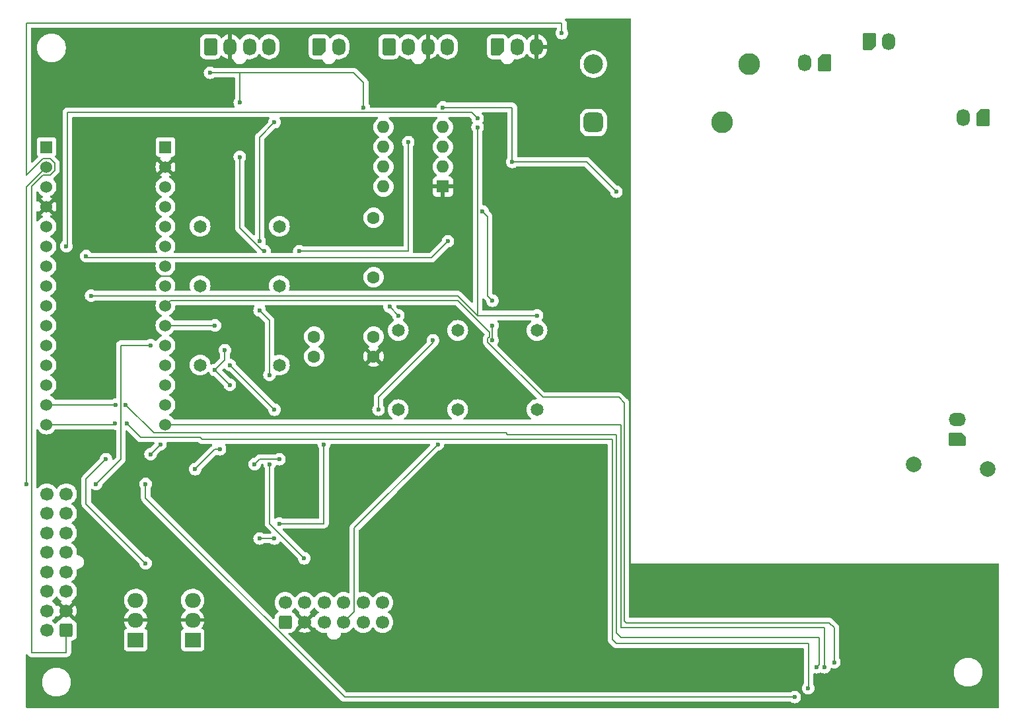
<source format=gbr>
%TF.GenerationSoftware,KiCad,Pcbnew,8.0.4*%
%TF.CreationDate,2025-02-24T12:54:05-08:00*%
%TF.ProjectId,Accumulator_Board,41636375-6d75-46c6-9174-6f725f426f61,rev?*%
%TF.SameCoordinates,Original*%
%TF.FileFunction,Copper,L2,Bot*%
%TF.FilePolarity,Positive*%
%FSLAX46Y46*%
G04 Gerber Fmt 4.6, Leading zero omitted, Abs format (unit mm)*
G04 Created by KiCad (PCBNEW 8.0.4) date 2025-02-24 12:54:05*
%MOMM*%
%LPD*%
G01*
G04 APERTURE LIST*
G04 Aperture macros list*
%AMRoundRect*
0 Rectangle with rounded corners*
0 $1 Rounding radius*
0 $2 $3 $4 $5 $6 $7 $8 $9 X,Y pos of 4 corners*
0 Add a 4 corners polygon primitive as box body*
4,1,4,$2,$3,$4,$5,$6,$7,$8,$9,$2,$3,0*
0 Add four circle primitives for the rounded corners*
1,1,$1+$1,$2,$3*
1,1,$1+$1,$4,$5*
1,1,$1+$1,$6,$7*
1,1,$1+$1,$8,$9*
0 Add four rect primitives between the rounded corners*
20,1,$1+$1,$2,$3,$4,$5,0*
20,1,$1+$1,$4,$5,$6,$7,0*
20,1,$1+$1,$6,$7,$8,$9,0*
20,1,$1+$1,$8,$9,$2,$3,0*%
%AMFreePoly0*
4,1,22,0.945671,0.830970,1.026777,0.776777,1.080970,0.695671,1.100000,0.600000,1.100000,-0.600000,1.080970,-0.695671,1.026777,-0.776777,0.945671,-0.830970,0.850000,-0.850000,-0.450000,-0.850000,-0.545671,-0.830970,-0.626777,-0.776777,-1.026777,-0.376777,-1.080970,-0.295671,-1.100000,-0.200000,-1.100000,0.600000,-1.080970,0.695671,-1.026777,0.776777,-0.945671,0.830970,-0.850000,0.850000,
0.850000,0.850000,0.945671,0.830970,0.945671,0.830970,$1*%
G04 Aperture macros list end*
%TA.AperFunction,ComponentPad*%
%ADD10RoundRect,0.250000X0.600000X0.600000X-0.600000X0.600000X-0.600000X-0.600000X0.600000X-0.600000X0*%
%TD*%
%TA.AperFunction,ComponentPad*%
%ADD11C,1.700000*%
%TD*%
%TA.AperFunction,ComponentPad*%
%ADD12R,1.530000X1.530000*%
%TD*%
%TA.AperFunction,ComponentPad*%
%ADD13C,1.530000*%
%TD*%
%TA.AperFunction,ComponentPad*%
%ADD14FreePoly0,180.000000*%
%TD*%
%TA.AperFunction,ComponentPad*%
%ADD15O,2.200000X1.700000*%
%TD*%
%TA.AperFunction,ComponentPad*%
%ADD16C,2.000000*%
%TD*%
%TA.AperFunction,ComponentPad*%
%ADD17RoundRect,0.250000X0.600000X-0.850000X0.600000X0.850000X-0.600000X0.850000X-0.600000X-0.850000X0*%
%TD*%
%TA.AperFunction,ComponentPad*%
%ADD18O,1.700000X2.200000*%
%TD*%
%TA.AperFunction,ComponentPad*%
%ADD19C,1.608074*%
%TD*%
%TA.AperFunction,ComponentPad*%
%ADD20C,1.651000*%
%TD*%
%TA.AperFunction,ComponentPad*%
%ADD21R,2.000000X1.905000*%
%TD*%
%TA.AperFunction,ComponentPad*%
%ADD22O,2.000000X1.905000*%
%TD*%
%TA.AperFunction,ComponentPad*%
%ADD23FreePoly0,90.000000*%
%TD*%
%TA.AperFunction,ComponentPad*%
%ADD24RoundRect,0.625000X-0.625000X-0.625000X0.625000X-0.625000X0.625000X0.625000X-0.625000X0.625000X0*%
%TD*%
%TA.AperFunction,ComponentPad*%
%ADD25C,2.800000*%
%TD*%
%TA.AperFunction,ComponentPad*%
%ADD26C,2.500000*%
%TD*%
%TA.AperFunction,ComponentPad*%
%ADD27R,1.600000X1.600000*%
%TD*%
%TA.AperFunction,ComponentPad*%
%ADD28O,1.600000X1.600000*%
%TD*%
%TA.AperFunction,ComponentPad*%
%ADD29FreePoly0,270.000000*%
%TD*%
%TA.AperFunction,ComponentPad*%
%ADD30RoundRect,0.250000X0.600000X-0.600000X0.600000X0.600000X-0.600000X0.600000X-0.600000X-0.600000X0*%
%TD*%
%TA.AperFunction,ViaPad*%
%ADD31C,0.600000*%
%TD*%
%TA.AperFunction,Conductor*%
%ADD32C,0.200000*%
%TD*%
G04 APERTURE END LIST*
D10*
%TO.P,J11,1,Pin_1*%
%TO.N,+12V*%
X28575000Y-100685000D03*
D11*
%TO.P,J11,2,Pin_2*%
%TO.N,GND*%
X28575000Y-98185000D03*
%TO.P,J11,3,Pin_3*%
%TO.N,/CAN_H1*%
X28575000Y-95685000D03*
%TO.P,J11,4,Pin_4*%
%TO.N,/CAN_L1*%
X28575000Y-93185000D03*
%TO.P,J11,5,Pin_5*%
%TO.N,/CAN_H1*%
X28575000Y-90685000D03*
%TO.P,J11,6,Pin_6*%
%TO.N,/CAN_L_RES1*%
X28575000Y-88185000D03*
%TO.P,J11,7,Pin_7*%
%TO.N,/Fan_PWM*%
X28575000Y-85685000D03*
%TO.P,J11,8,Pin_8*%
%TO.N,/IR+_GND*%
X28575000Y-83185000D03*
%TO.P,J11,9,Pin_9*%
%TO.N,/Charge_State*%
X26075000Y-100685000D03*
%TO.P,J11,10,Pin_10*%
%TO.N,unconnected-(J11-Pin_10-Pad10)*%
X26075000Y-98185000D03*
%TO.P,J11,11,Pin_11*%
%TO.N,unconnected-(J11-Pin_11-Pad11)*%
X26075000Y-95685000D03*
%TO.P,J11,12,Pin_12*%
%TO.N,unconnected-(J11-Pin_12-Pad12)*%
X26075000Y-93185000D03*
%TO.P,J11,13,Pin_13*%
%TO.N,unconnected-(J11-Pin_13-Pad13)*%
X26075000Y-90685000D03*
%TO.P,J11,14,Pin_14*%
%TO.N,unconnected-(J11-Pin_14-Pad14)*%
X26075000Y-88185000D03*
%TO.P,J11,15,Pin_15*%
%TO.N,unconnected-(J11-Pin_15-Pad15)*%
X26075000Y-85685000D03*
%TO.P,J11,16,Pin_16*%
%TO.N,unconnected-(J11-Pin_16-Pad16)*%
X26075000Y-83185000D03*
%TD*%
D12*
%TO.P,U2,CN3_1,PA9*%
%TO.N,unconnected-(U2A-PA9-PadCN3_1)*%
X26035000Y-38735000D03*
D13*
%TO.P,U2,CN3_2,PA10*%
%TO.N,/Charge_State*%
X26035000Y-41275000D03*
%TO.P,U2,CN3_3,NRST*%
%TO.N,unconnected-(U2A-NRST-PadCN3_3)*%
X26035000Y-43815000D03*
%TO.P,U2,CN3_4,GND*%
%TO.N,GND*%
X26035000Y-46355000D03*
%TO.P,U2,CN3_5,PA12*%
%TO.N,/CAN1_TD*%
X26035000Y-48895000D03*
%TO.P,U2,CN3_6,PB0*%
%TO.N,/IMD_Status*%
X26035000Y-51435000D03*
%TO.P,U2,CN3_7,PB7*%
%TO.N,/BMS_FAULT_3.3V*%
X26035000Y-53975000D03*
%TO.P,U2,CN3_8,PB6*%
%TO.N,unconnected-(U2A-PB6-PadCN3_8)*%
X26035000Y-56515000D03*
%TO.P,U2,CN3_9,PB1*%
%TO.N,/Precharge_Control*%
X26035000Y-59055000D03*
%TO.P,U2,CN3_10,D7*%
%TO.N,unconnected-(U2A-D7-PadCN3_10)*%
X26035000Y-61595000D03*
%TO.P,U2,CN3_11,D8*%
%TO.N,unconnected-(U2A-D8-PadCN3_11)*%
X26035000Y-64135000D03*
%TO.P,U2,CN3_12,PA8*%
%TO.N,unconnected-(U2A-PA8-PadCN3_12)*%
X26035000Y-66675000D03*
%TO.P,U2,CN3_13,PA11*%
%TO.N,/CAN1_RD*%
X26035000Y-69215000D03*
%TO.P,U2,CN3_14,PB5*%
%TO.N,/MOSI*%
X26035000Y-71755000D03*
%TO.P,U2,CN3_15,PB4*%
%TO.N,/MISO*%
X26035000Y-74295000D03*
D12*
%TO.P,U2,CN4_1,VIN*%
%TO.N,+9V*%
X41275000Y-38735000D03*
D13*
%TO.P,U2,CN4_2,GND*%
%TO.N,GND*%
X41275000Y-41275000D03*
%TO.P,U2,CN4_3,NRST*%
%TO.N,unconnected-(U2A-NRST-PadCN4_3)*%
X41275000Y-43815000D03*
%TO.P,U2,CN4_4,5V*%
%TO.N,unconnected-(U2A-5V-PadCN4_4)*%
X41275000Y-46355000D03*
%TO.P,U2,CN4_5,PA2*%
%TO.N,/Shutdown_Measure*%
X41275000Y-48895000D03*
%TO.P,U2,CN4_6,PA7*%
%TO.N,unconnected-(U2A-PA7-PadCN4_6)*%
X41275000Y-51435000D03*
%TO.P,U2,CN4_7,PA6*%
%TO.N,unconnected-(U2A-PA6-PadCN4_7)*%
X41275000Y-53975000D03*
%TO.P,U2,CN4_8,PA5*%
%TO.N,unconnected-(U2A-PA5-PadCN4_8)*%
X41275000Y-56515000D03*
%TO.P,U2,CN4_9,PA4*%
%TO.N,/BMS_CS*%
X41275000Y-59055000D03*
%TO.P,U2,CN4_10,PA3*%
%TO.N,/Amp_Curr_Sensor*%
X41275000Y-61595000D03*
%TO.P,U2,CN4_11,PA1*%
%TO.N,/Fan_PWM*%
X41275000Y-64135000D03*
%TO.P,U2,CN4_12,PA0*%
%TO.N,/GLV Voltage*%
X41275000Y-66675000D03*
%TO.P,U2,CN4_13,AREF*%
%TO.N,unconnected-(U2A-AREF-PadCN4_13)*%
X41275000Y-69215000D03*
%TO.P,U2,CN4_14,3V3*%
%TO.N,+3.3V*%
X41275000Y-71755000D03*
%TO.P,U2,CN4_15,PB3*%
%TO.N,/CLK*%
X41275000Y-74295000D03*
%TD*%
D14*
%TO.P,J5,1,1*%
%TO.N,/Iso SPI/extIsoSPI_N*%
X142715000Y-76180000D03*
D15*
%TO.P,J5,2,2*%
%TO.N,/Iso SPI/extIsoSPI_P*%
X142715000Y-73680000D03*
%TD*%
D16*
%TO.P,TP2,1,1*%
%TO.N,/Iso SPI/extIsoSPI_N*%
X137160000Y-79375000D03*
%TD*%
D17*
%TO.P,J7,1,1*%
%TO.N,/IR+_GND*%
X69910000Y-25875000D03*
D18*
%TO.P,J7,2,2*%
%TO.N,/IR+_12V*%
X72410000Y-25875000D03*
%TO.P,J7,3,3*%
%TO.N,GND*%
X74910000Y-25875000D03*
%TO.P,J7,4,4*%
%TO.N,/IR+_12V*%
X77410000Y-25875000D03*
%TD*%
D19*
%TO.P,K4,1*%
%TO.N,GND*%
X67945000Y-65571000D03*
%TO.P,K4,2*%
%TO.N,/LATCH_RL*%
X67945000Y-63031000D03*
%TO.P,K4,3*%
%TO.N,/Shutdown_ACC_Out*%
X67945000Y-55411000D03*
%TO.P,K4,4*%
%TO.N,/Shutdown_ACC_IL_TP*%
X67945000Y-47791000D03*
%TO.P,K4,5*%
%TO.N,Net-(D5-K)*%
X60325000Y-63031000D03*
%TO.P,K4,6*%
%TO.N,/SH_RESET*%
X60325000Y-65571000D03*
%TD*%
D20*
%TO.P,K3,1,-*%
%TO.N,/IMD_RL*%
X55880000Y-66675000D03*
%TO.P,K3,3*%
%TO.N,/Shutdown_ACC_BMS_TP*%
X55880000Y-56515000D03*
%TO.P,K3,4*%
%TO.N,/Shutdown_ACC_IMD_TP*%
X55880000Y-48895000D03*
%TO.P,K3,5*%
%TO.N,unconnected-(K3-Pad5)*%
X45720000Y-48895000D03*
%TO.P,K3,6*%
%TO.N,unconnected-(K3-Pad6)*%
X45720000Y-56515000D03*
%TO.P,K3,8,+*%
%TO.N,+5V*%
X45720000Y-66675000D03*
%TD*%
D21*
%TO.P,U9,1,IN*%
%TO.N,+12V*%
X44760000Y-101895000D03*
D22*
%TO.P,U9,2,GND*%
%TO.N,GND*%
X44760000Y-99355000D03*
%TO.P,U9,3,OUT*%
%TO.N,+5V*%
X44760000Y-96815000D03*
%TD*%
D23*
%TO.P,J6,1,1*%
%TO.N,/Shutdown_ACC_IMD_TP*%
X60980000Y-25875000D03*
D18*
%TO.P,J6,2,2*%
%TO.N,/Shutdown_ACC_IL_TP*%
X63480000Y-25875000D03*
%TD*%
D20*
%TO.P,K1,1,-*%
%TO.N,/BMS_RL*%
X88887300Y-62230000D03*
%TO.P,K1,3*%
%TO.N,/Shutdown_ACC_In*%
X78727300Y-62230000D03*
%TO.P,K1,4*%
%TO.N,/Shutdown_ACC_BMS_TP*%
X71107300Y-62230000D03*
%TO.P,K1,5*%
%TO.N,unconnected-(K1-Pad5)*%
X71107300Y-72390000D03*
%TO.P,K1,6*%
%TO.N,unconnected-(K1-Pad6)*%
X78727300Y-72390000D03*
%TO.P,K1,8,+*%
%TO.N,+5V*%
X88887300Y-72390000D03*
%TD*%
D17*
%TO.P,J4,1,1*%
%TO.N,+5V*%
X47050000Y-25875000D03*
D18*
%TO.P,J4,2,2*%
%TO.N,GND*%
X49550000Y-25875000D03*
%TO.P,J4,3,3*%
%TO.N,/Raw_Curr_Out*%
X52050000Y-25875000D03*
%TO.P,J4,4,4*%
%TO.N,/Raw_Curr_VRef*%
X54550000Y-25875000D03*
%TD*%
D23*
%TO.P,J1,1,1*%
%TO.N,/IMD_FAULT_12V*%
X83840000Y-25875000D03*
D18*
%TO.P,J1,2,2*%
%TO.N,+12V*%
X86340000Y-25875000D03*
%TO.P,J1,3,3*%
%TO.N,GND*%
X88840000Y-25875000D03*
%TD*%
D24*
%TO.P,K2,1*%
%TO.N,/IR+_12V*%
X96120000Y-35590000D03*
D25*
%TO.P,K2,2*%
%TO.N,Net-(J8-Pad1)*%
X112620000Y-35590000D03*
%TO.P,K2,3*%
%TO.N,Net-(J8-Pad2)*%
X116120000Y-28090000D03*
D26*
%TO.P,K2,4*%
%TO.N,Net-(D7-A)*%
X96120000Y-28090000D03*
%TD*%
D27*
%TO.P,U12,1,GND*%
%TO.N,GND*%
X76825000Y-43805000D03*
D28*
%TO.P,U12,2,TR*%
%TO.N,Net-(U12-THR)*%
X76825000Y-41265000D03*
%TO.P,U12,3,Q*%
%TO.N,Net-(U12-Q)*%
X76825000Y-38725000D03*
%TO.P,U12,4,R*%
%TO.N,+5V*%
X76825000Y-36185000D03*
%TO.P,U12,5,CV*%
%TO.N,unconnected-(U12-CV-Pad5)*%
X69205000Y-36185000D03*
%TO.P,U12,6,THR*%
%TO.N,Net-(U12-THR)*%
X69205000Y-38725000D03*
%TO.P,U12,7,DIS*%
%TO.N,unconnected-(U12-DIS-Pad7)*%
X69205000Y-41265000D03*
%TO.P,U12,8,VCC*%
%TO.N,+5V*%
X69205000Y-43805000D03*
%TD*%
D23*
%TO.P,J10,1,Pin_1*%
%TO.N,/HVIL*%
X131465000Y-25240000D03*
D18*
%TO.P,J10,2,Pin_2*%
%TO.N,/TS-*%
X133965000Y-25240000D03*
%TD*%
D21*
%TO.P,U10,1,VI*%
%TO.N,+12V*%
X37465000Y-101895000D03*
D22*
%TO.P,U10,2,GND*%
%TO.N,GND*%
X37465000Y-99355000D03*
%TO.P,U10,3,VO*%
%TO.N,+9V*%
X37465000Y-96815000D03*
%TD*%
D29*
%TO.P,J8,1,1*%
%TO.N,Net-(J8-Pad1)*%
X125710000Y-27940000D03*
D18*
%TO.P,J8,2,2*%
%TO.N,Net-(J8-Pad2)*%
X123210000Y-27940000D03*
%TD*%
D16*
%TO.P,TP1,1,1*%
%TO.N,/Iso SPI/extIsoSPI_P*%
X146685000Y-80010000D03*
%TD*%
D29*
%TO.P,J9,1,Pin_1*%
%TO.N,/TS+*%
X146030000Y-34925000D03*
D18*
%TO.P,J9,2,Pin_2*%
%TO.N,/TS-*%
X143530000Y-34925000D03*
%TD*%
D30*
%TO.P,J2,1,Pin_1*%
%TO.N,/BMS_LED_Control*%
X56615000Y-99625000D03*
D11*
%TO.P,J2,2,Pin_2*%
%TO.N,GND*%
X59115000Y-99625000D03*
%TO.P,J2,3,Pin_3*%
%TO.N,/IMD_LED_Control*%
X61615000Y-99625000D03*
%TO.P,J2,4,Pin_4*%
%TO.N,/BSPD_FAULT_5V*%
X64115000Y-99625000D03*
%TO.P,J2,5,Pin_5*%
%TO.N,/Shutdown_ACC_In*%
X66615000Y-99625000D03*
%TO.P,J2,6,Pin_6*%
%TO.N,/Shutdown_ACC_Out*%
X69115000Y-99625000D03*
%TO.P,J2,7,Pin_7*%
%TO.N,/IR+_12V*%
X56615000Y-97125000D03*
%TO.P,J2,8,Pin_8*%
%TO.N,/Current_Vref*%
X59115000Y-97125000D03*
%TO.P,J2,9,Pin_9*%
%TO.N,/Current_Vout*%
X61615000Y-97125000D03*
%TO.P,J2,10,Pin_10*%
%TO.N,/SH_RESET*%
X64115000Y-97125000D03*
%TO.P,J2,11,Pin_11*%
%TO.N,/Temp_Sense_GND*%
X66615000Y-97125000D03*
%TO.P,J2,12,Pin_12*%
%TO.N,/Temp_Sense_One_Wire*%
X69115000Y-97125000D03*
%TD*%
D31*
%TO.N,GND*%
X79375000Y-32385000D03*
X79375000Y-35560000D03*
X85725000Y-78105000D03*
X85725000Y-72390000D03*
%TO.N,+5V*%
X53975000Y-52070000D03*
X49530000Y-69215000D03*
X48895000Y-64770000D03*
X66675000Y-33655000D03*
X52705000Y-79375000D03*
X50800000Y-33020000D03*
X50800000Y-40005000D03*
X47625000Y-67310000D03*
X45085000Y-80010000D03*
X46990000Y-29210000D03*
X99060000Y-44450000D03*
X48260000Y-77470000D03*
X55880000Y-78740000D03*
X76835000Y-33655000D03*
X85725000Y-40640000D03*
%TO.N,GND*%
X48895000Y-31115000D03*
X118745000Y-107950000D03*
X46990000Y-89535000D03*
X82550000Y-31115000D03*
X58622500Y-82982500D03*
X46355000Y-46355000D03*
X99060000Y-50165000D03*
X127635000Y-99060000D03*
X66675000Y-28575000D03*
X80116765Y-50693235D03*
X39370000Y-89535000D03*
X64770000Y-78105000D03*
X93345000Y-53340000D03*
X98425000Y-41910000D03*
X50165000Y-80010000D03*
X59690000Y-36195000D03*
X64135000Y-39370000D03*
X99060000Y-63500000D03*
X87630000Y-59055000D03*
X45785000Y-71820000D03*
X45770000Y-39320000D03*
X82147500Y-42142500D03*
X38100000Y-77470000D03*
X76200000Y-55880000D03*
X96520000Y-77470000D03*
X132715000Y-102235000D03*
%TO.N,+3.3V*%
X39370000Y-78105000D03*
X40640000Y-76835000D03*
X121920000Y-109220000D03*
X38735000Y-81915000D03*
%TO.N,+12V*%
X61595000Y-76835000D03*
X55880000Y-86995000D03*
X55245000Y-88900000D03*
X92075000Y-24130000D03*
X53340000Y-88900000D03*
%TO.N,+9V*%
X33655000Y-78740000D03*
X38735000Y-92075000D03*
%TO.N,/Fan_PWM*%
X39370000Y-64135000D03*
X32385000Y-81915000D03*
%TO.N,/Current_Vout*%
X55245000Y-72390000D03*
X49530000Y-66675000D03*
%TO.N,/BSPD_FAULT_5V*%
X81915000Y-46990000D03*
X76200000Y-76835000D03*
X83185000Y-61595000D03*
X83185000Y-58420000D03*
X83185000Y-63500000D03*
%TO.N,/Current_Vref*%
X54610000Y-67945000D03*
X54610000Y-79375000D03*
X53340000Y-50800000D03*
X53340000Y-59690000D03*
X59055000Y-91440000D03*
X55245000Y-35560000D03*
%TO.N,/Charge_State*%
X23495000Y-81915000D03*
%TO.N,/MISO*%
X36322000Y-74168000D03*
X123649853Y-108103677D03*
X34798000Y-74168000D03*
%TO.N,/IMD_Status*%
X28575000Y-51435000D03*
X81280000Y-35052000D03*
%TO.N,/Shutdown_ACC_BMS_TP*%
X69991985Y-59196985D03*
X71120000Y-60325000D03*
%TO.N,/IR+_12V*%
X58420000Y-52070000D03*
X72390000Y-38100000D03*
%TO.N,/Precharge_Control*%
X31750000Y-57785000D03*
X88900000Y-60325000D03*
X81280000Y-36195000D03*
%TO.N,/Amp_Curr_Sensor*%
X47625000Y-61595000D03*
%TO.N,/BMS_FAULT_3.3V*%
X77470000Y-50800000D03*
X31115000Y-52705000D03*
%TO.N,/IMD_DELAY*%
X68580000Y-72390000D03*
X75565000Y-63500000D03*
%TO.N,/BMS_CS*%
X127000000Y-104775000D03*
%TO.N,/CLK*%
X125730000Y-105410000D03*
%TO.N,/MOSI*%
X124714000Y-105410000D03*
X34925000Y-71755000D03*
X36195000Y-71755000D03*
%TD*%
D32*
%TO.N,GND*%
X42545000Y-55245000D02*
X40005000Y-55245000D01*
%TO.N,+5V*%
X47625000Y-77470000D02*
X48260000Y-77470000D01*
X49530000Y-69215000D02*
X47625000Y-67310000D01*
X46990000Y-29210000D02*
X50800000Y-29210000D01*
X50800000Y-29210000D02*
X65405000Y-29210000D01*
X50800000Y-29210000D02*
X50800000Y-33020000D01*
X53761471Y-52070000D02*
X53975000Y-52070000D01*
X85725000Y-33655000D02*
X79375000Y-33655000D01*
X95250000Y-40640000D02*
X85725000Y-40640000D01*
X50800000Y-40005000D02*
X50800000Y-49108529D01*
X50800000Y-49108529D02*
X53761471Y-52070000D01*
X48895000Y-66040000D02*
X47625000Y-67310000D01*
X45085000Y-80010000D02*
X47625000Y-77470000D01*
X66675000Y-30480000D02*
X66675000Y-33655000D01*
X99060000Y-44450000D02*
X95250000Y-40640000D01*
X52705000Y-79375000D02*
X53340000Y-78740000D01*
X79375000Y-33655000D02*
X76835000Y-33655000D01*
X48895000Y-64770000D02*
X48895000Y-66040000D01*
X65405000Y-29210000D02*
X66675000Y-30480000D01*
X85725000Y-40640000D02*
X85725000Y-33655000D01*
X53340000Y-78740000D02*
X55880000Y-78740000D01*
%TO.N,+3.3V*%
X38735000Y-83729744D02*
X38735000Y-81915000D01*
X39370000Y-78105000D02*
X40640000Y-76835000D01*
X121920000Y-109220000D02*
X64225256Y-109220000D01*
X64225256Y-109220000D02*
X38735000Y-83729744D01*
%TO.N,+12V*%
X53940000Y-88900000D02*
X53340000Y-88900000D01*
X26476138Y-42340000D02*
X25593862Y-42340000D01*
X23460000Y-42343862D02*
X25593862Y-40210000D01*
X27100000Y-40833862D02*
X27100000Y-41716138D01*
X55245000Y-88900000D02*
X53940000Y-88900000D01*
X23460000Y-22895000D02*
X23460000Y-42343862D01*
X27100000Y-41716138D02*
X26476138Y-42340000D01*
X25593862Y-42340000D02*
X24130000Y-43803862D01*
X92040000Y-22825000D02*
X23530000Y-22825000D01*
X25593862Y-40210000D02*
X26476138Y-40210000D01*
X92075000Y-24130000D02*
X92075000Y-22860000D01*
X24130000Y-103505000D02*
X28575000Y-103505000D01*
X28575000Y-103505000D02*
X28575000Y-100685000D01*
X24130000Y-43803862D02*
X24130000Y-103505000D01*
X61595000Y-86995000D02*
X55880000Y-86995000D01*
X92075000Y-22860000D02*
X92040000Y-22825000D01*
X61595000Y-76835000D02*
X61595000Y-86995000D01*
X23530000Y-22825000D02*
X23460000Y-22895000D01*
X26476138Y-40210000D02*
X27100000Y-40833862D01*
%TO.N,+9V*%
X31115000Y-84455000D02*
X31115000Y-81280000D01*
X38735000Y-92075000D02*
X31115000Y-84455000D01*
X31115000Y-81280000D02*
X33655000Y-78740000D01*
%TO.N,/Fan_PWM*%
X35560000Y-78740000D02*
X35560000Y-64135000D01*
X35560000Y-64135000D02*
X39370000Y-64135000D01*
X32385000Y-81915000D02*
X35560000Y-78740000D01*
%TO.N,/Current_Vout*%
X55245000Y-72390000D02*
X49530000Y-66675000D01*
%TO.N,/BSPD_FAULT_5V*%
X65465000Y-98275000D02*
X65465000Y-87570000D01*
X82550000Y-57785000D02*
X83185000Y-58420000D01*
X81915000Y-46990000D02*
X82550000Y-47625000D01*
X64115000Y-99625000D02*
X65465000Y-98275000D01*
X65465000Y-87570000D02*
X76200000Y-76835000D01*
X82550000Y-47625000D02*
X82550000Y-57785000D01*
X83185000Y-61595000D02*
X83185000Y-63500000D01*
%TO.N,/Current_Vref*%
X53340000Y-50800000D02*
X53340000Y-37465000D01*
X54610000Y-67945000D02*
X54610000Y-60960000D01*
X54610000Y-86995000D02*
X54610000Y-79375000D01*
X59055000Y-91440000D02*
X54610000Y-86995000D01*
X54610000Y-60960000D02*
X53340000Y-59690000D01*
X53340000Y-37465000D02*
X55245000Y-35560000D01*
%TO.N,/Charge_State*%
X23495000Y-81915000D02*
X23495000Y-43815000D01*
X23495000Y-43815000D02*
X26035000Y-41275000D01*
%TO.N,/MISO*%
X45720000Y-75946000D02*
X38100000Y-75946000D01*
X38100000Y-75946000D02*
X36322000Y-74168000D01*
X45974000Y-76200000D02*
X45720000Y-75946000D01*
X34671000Y-74295000D02*
X34798000Y-74168000D01*
X26035000Y-74295000D02*
X34671000Y-74295000D01*
%TO.N,/IMD_Status*%
X28702000Y-51308000D02*
X28702000Y-34290000D01*
X28702000Y-34290000D02*
X80518000Y-34290000D01*
X80518000Y-34290000D02*
X81280000Y-35052000D01*
X28575000Y-51435000D02*
X28702000Y-51308000D01*
%TO.N,/Shutdown_ACC_BMS_TP*%
X69991985Y-59196985D02*
X71120000Y-60325000D01*
%TO.N,/IR+_12V*%
X72390000Y-52070000D02*
X58420000Y-52070000D01*
X72390000Y-38100000D02*
X72390000Y-52070000D01*
%TO.N,/Precharge_Control*%
X78740000Y-57785000D02*
X31750000Y-57785000D01*
X81280000Y-36195000D02*
X81280000Y-60325000D01*
X81280000Y-60325000D02*
X78740000Y-57785000D01*
X81280000Y-60325000D02*
X88900000Y-60325000D01*
%TO.N,/Amp_Curr_Sensor*%
X47625000Y-61595000D02*
X41275000Y-61595000D01*
%TO.N,/BMS_FAULT_3.3V*%
X31320000Y-52910000D02*
X75360000Y-52910000D01*
X75360000Y-52910000D02*
X77470000Y-50800000D01*
X31115000Y-52705000D02*
X31320000Y-52910000D01*
%TO.N,/IMD_DELAY*%
X68580000Y-72390000D02*
X68580000Y-70785602D01*
X68580000Y-70785602D02*
X75565000Y-63800602D01*
X75565000Y-63800602D02*
X75565000Y-63500000D01*
%TO.N,/BMS_CS*%
X82585000Y-63748529D02*
X89638971Y-70802500D01*
X100330000Y-99695000D02*
X126365000Y-99695000D01*
X126365000Y-99695000D02*
X127000000Y-100330000D01*
X89638971Y-70802500D02*
X99377500Y-70802500D01*
X41910000Y-58420000D02*
X78740000Y-58420000D01*
X127000000Y-100330000D02*
X127000000Y-104775000D01*
X82785000Y-62465000D02*
X82785000Y-63051471D01*
X82785000Y-63051471D02*
X82585000Y-63251471D01*
X78740000Y-58420000D02*
X82785000Y-62465000D01*
X82585000Y-63251471D02*
X82585000Y-63748529D01*
X41275000Y-59055000D02*
X41910000Y-58420000D01*
X100095000Y-71520000D02*
X100095000Y-99460000D01*
X99377500Y-70802500D02*
X100095000Y-71520000D01*
X100095000Y-99460000D02*
X100330000Y-99695000D01*
%TO.N,/MOSI*%
X26035000Y-71755000D02*
X34925000Y-71755000D01*
%TO.N,/CLK*%
X125730000Y-105410000D02*
X125730000Y-100330000D01*
X125730000Y-100330000D02*
X99695000Y-100330000D01*
X99695000Y-74295000D02*
X41275000Y-74295000D01*
X99695000Y-100330000D02*
X99695000Y-74295000D01*
%TO.N,/MISO*%
X123649853Y-108103677D02*
X123698000Y-108055530D01*
X99060000Y-102362000D02*
X98552000Y-101854000D01*
X98552000Y-101854000D02*
X98552000Y-76200000D01*
X123698000Y-102362000D02*
X99060000Y-102362000D01*
X98552000Y-76200000D02*
X45974000Y-76200000D01*
X123698000Y-108055530D02*
X123698000Y-102362000D01*
%TO.N,/MOSI*%
X125095000Y-105029000D02*
X124714000Y-105410000D01*
X125095000Y-101600000D02*
X125095000Y-105029000D01*
X99060000Y-100965000D02*
X99695000Y-101600000D01*
X85090000Y-75565000D02*
X99060000Y-75565000D01*
X84885000Y-75360000D02*
X85090000Y-75565000D01*
X99695000Y-101600000D02*
X125095000Y-101600000D01*
X39800000Y-75360000D02*
X84885000Y-75360000D01*
X99060000Y-75565000D02*
X99060000Y-100965000D01*
X36195000Y-71755000D02*
X39800000Y-75360000D01*
%TD*%
%TA.AperFunction,Conductor*%
%TO.N,GND*%
G36*
X100908039Y-22244685D02*
G01*
X100953794Y-22297489D01*
X100965000Y-22349000D01*
X100965000Y-92075000D01*
X147965500Y-92075000D01*
X148032539Y-92094685D01*
X148078294Y-92147489D01*
X148089500Y-92199000D01*
X148089500Y-110500500D01*
X148069815Y-110567539D01*
X148017011Y-110613294D01*
X147965500Y-110624500D01*
X23484500Y-110624500D01*
X23417461Y-110604815D01*
X23371706Y-110552011D01*
X23360500Y-110500500D01*
X23360500Y-107193711D01*
X25454500Y-107193711D01*
X25454500Y-107436288D01*
X25486161Y-107676785D01*
X25548947Y-107911104D01*
X25554464Y-107924422D01*
X25641776Y-108135212D01*
X25763064Y-108345289D01*
X25763066Y-108345292D01*
X25763067Y-108345293D01*
X25910733Y-108537736D01*
X25910739Y-108537743D01*
X26082256Y-108709260D01*
X26082263Y-108709266D01*
X26195321Y-108796018D01*
X26274711Y-108856936D01*
X26484788Y-108978224D01*
X26708900Y-109071054D01*
X26943211Y-109133838D01*
X27123586Y-109157584D01*
X27183711Y-109165500D01*
X27183712Y-109165500D01*
X27426289Y-109165500D01*
X27474388Y-109159167D01*
X27666789Y-109133838D01*
X27901100Y-109071054D01*
X28125212Y-108978224D01*
X28335289Y-108856936D01*
X28527738Y-108709265D01*
X28699265Y-108537738D01*
X28846936Y-108345289D01*
X28968224Y-108135212D01*
X29061054Y-107911100D01*
X29123838Y-107676789D01*
X29155500Y-107436288D01*
X29155500Y-107193712D01*
X29123838Y-106953211D01*
X29061054Y-106718900D01*
X28968224Y-106494788D01*
X28846936Y-106284711D01*
X28756067Y-106166288D01*
X28699266Y-106092263D01*
X28699260Y-106092256D01*
X28527743Y-105920739D01*
X28527736Y-105920733D01*
X28335293Y-105773067D01*
X28335292Y-105773066D01*
X28335289Y-105773064D01*
X28125212Y-105651776D01*
X28125205Y-105651773D01*
X27901104Y-105558947D01*
X27666785Y-105496161D01*
X27426289Y-105464500D01*
X27426288Y-105464500D01*
X27183712Y-105464500D01*
X27183711Y-105464500D01*
X26943214Y-105496161D01*
X26708895Y-105558947D01*
X26484794Y-105651773D01*
X26484785Y-105651777D01*
X26274706Y-105773067D01*
X26082263Y-105920733D01*
X26082256Y-105920739D01*
X25910739Y-106092256D01*
X25910733Y-106092263D01*
X25763067Y-106284706D01*
X25641777Y-106494785D01*
X25641773Y-106494794D01*
X25548947Y-106718895D01*
X25486161Y-106953214D01*
X25454500Y-107193711D01*
X23360500Y-107193711D01*
X23360500Y-103835961D01*
X23380185Y-103768922D01*
X23432989Y-103723167D01*
X23502147Y-103713223D01*
X23565703Y-103742248D01*
X23591886Y-103773960D01*
X23649480Y-103873716D01*
X23761284Y-103985520D01*
X23761286Y-103985521D01*
X23761290Y-103985524D01*
X23898209Y-104064573D01*
X23898216Y-104064577D01*
X24050943Y-104105500D01*
X24050945Y-104105500D01*
X28654055Y-104105500D01*
X28654057Y-104105500D01*
X28806784Y-104064577D01*
X28943716Y-103985520D01*
X29055520Y-103873716D01*
X29134577Y-103736784D01*
X29175500Y-103584057D01*
X29175500Y-102152534D01*
X29195185Y-102085495D01*
X29247989Y-102039740D01*
X29286897Y-102029176D01*
X29327797Y-102024999D01*
X29494334Y-101969814D01*
X29643656Y-101877712D01*
X29767712Y-101753656D01*
X29859814Y-101604334D01*
X29914999Y-101437797D01*
X29925500Y-101335009D01*
X29925499Y-100034992D01*
X29914999Y-99932203D01*
X29859814Y-99765666D01*
X29767712Y-99616344D01*
X29643656Y-99492288D01*
X29538470Y-99427409D01*
X29494336Y-99400187D01*
X29494331Y-99400185D01*
X29473882Y-99393409D01*
X29425367Y-99377332D01*
X29367923Y-99337560D01*
X29363592Y-99327144D01*
X28786059Y-98749612D01*
X28806591Y-98744111D01*
X28943408Y-98665119D01*
X29055119Y-98553408D01*
X29134111Y-98416591D01*
X29139612Y-98396060D01*
X29689925Y-98946373D01*
X29689926Y-98946373D01*
X29748598Y-98862582D01*
X29748600Y-98862578D01*
X29848429Y-98648492D01*
X29848433Y-98648483D01*
X29909567Y-98420326D01*
X29909569Y-98420315D01*
X29930157Y-98185001D01*
X29930157Y-98184998D01*
X29909569Y-97949684D01*
X29909567Y-97949673D01*
X29848433Y-97721516D01*
X29848429Y-97721507D01*
X29748600Y-97507423D01*
X29748599Y-97507421D01*
X29689925Y-97423626D01*
X29689925Y-97423625D01*
X29139612Y-97973939D01*
X29134111Y-97953409D01*
X29055119Y-97816592D01*
X28943408Y-97704881D01*
X28806591Y-97625889D01*
X28786059Y-97620387D01*
X29336373Y-97070073D01*
X29336373Y-97070072D01*
X29288969Y-97036880D01*
X29245344Y-96982303D01*
X29238150Y-96912805D01*
X29269673Y-96850450D01*
X29288969Y-96833730D01*
X29289405Y-96833425D01*
X29446401Y-96723495D01*
X29469250Y-96700646D01*
X35964500Y-96700646D01*
X35964500Y-96929354D01*
X35969180Y-96958903D01*
X36000278Y-97155246D01*
X36000278Y-97155249D01*
X36070950Y-97372755D01*
X36146918Y-97521850D01*
X36174783Y-97576538D01*
X36309214Y-97761566D01*
X36470934Y-97923286D01*
X36555864Y-97984991D01*
X36598529Y-98040321D01*
X36604508Y-98109935D01*
X36571902Y-98171730D01*
X36555864Y-98185627D01*
X36471257Y-98247097D01*
X36309597Y-98408757D01*
X36175211Y-98593723D01*
X36071417Y-98797429D01*
X36000765Y-99014871D01*
X35986491Y-99105000D01*
X36974252Y-99105000D01*
X36952482Y-99142708D01*
X36915000Y-99282591D01*
X36915000Y-99427409D01*
X36952482Y-99567292D01*
X36974252Y-99605000D01*
X35986491Y-99605000D01*
X36000765Y-99695128D01*
X36071417Y-99912570D01*
X36175213Y-100116279D01*
X36308011Y-100299060D01*
X36331491Y-100364866D01*
X36315666Y-100432920D01*
X36265560Y-100481615D01*
X36251026Y-100488127D01*
X36222671Y-100498702D01*
X36222664Y-100498706D01*
X36107455Y-100584952D01*
X36107452Y-100584955D01*
X36021206Y-100700164D01*
X36021202Y-100700171D01*
X35970908Y-100835017D01*
X35964501Y-100894616D01*
X35964501Y-100894623D01*
X35964500Y-100894635D01*
X35964500Y-102895370D01*
X35964501Y-102895376D01*
X35970908Y-102954983D01*
X36021202Y-103089828D01*
X36021206Y-103089835D01*
X36107452Y-103205044D01*
X36107455Y-103205047D01*
X36222664Y-103291293D01*
X36222671Y-103291297D01*
X36357517Y-103341591D01*
X36357516Y-103341591D01*
X36364444Y-103342335D01*
X36417127Y-103348000D01*
X38512872Y-103347999D01*
X38572483Y-103341591D01*
X38707331Y-103291296D01*
X38822546Y-103205046D01*
X38908796Y-103089831D01*
X38959091Y-102954983D01*
X38965500Y-102895373D01*
X38965499Y-100894628D01*
X38959091Y-100835017D01*
X38950709Y-100812545D01*
X38908797Y-100700171D01*
X38908793Y-100700164D01*
X38822547Y-100584955D01*
X38822544Y-100584952D01*
X38707335Y-100498706D01*
X38707326Y-100498701D01*
X38678974Y-100488127D01*
X38623040Y-100446257D01*
X38598622Y-100380792D01*
X38613473Y-100312519D01*
X38621988Y-100299059D01*
X38754788Y-100116276D01*
X38858582Y-99912570D01*
X38929234Y-99695128D01*
X38943509Y-99605000D01*
X37955748Y-99605000D01*
X37977518Y-99567292D01*
X38015000Y-99427409D01*
X38015000Y-99282591D01*
X37977518Y-99142708D01*
X37955748Y-99105000D01*
X38943509Y-99105000D01*
X38929234Y-99014871D01*
X38858582Y-98797429D01*
X38754788Y-98593723D01*
X38620402Y-98408757D01*
X38458742Y-98247097D01*
X38374135Y-98185626D01*
X38331470Y-98130296D01*
X38325491Y-98060682D01*
X38358097Y-97998887D01*
X38374125Y-97984999D01*
X38459066Y-97923286D01*
X38620786Y-97761566D01*
X38755217Y-97576538D01*
X38859048Y-97372758D01*
X38878271Y-97313597D01*
X38929721Y-97155249D01*
X38929721Y-97155248D01*
X38929722Y-97155245D01*
X38965500Y-96929354D01*
X38965500Y-96700646D01*
X43259500Y-96700646D01*
X43259500Y-96929354D01*
X43264180Y-96958903D01*
X43295278Y-97155246D01*
X43295278Y-97155249D01*
X43365950Y-97372755D01*
X43441918Y-97521850D01*
X43469783Y-97576538D01*
X43604214Y-97761566D01*
X43765934Y-97923286D01*
X43850864Y-97984991D01*
X43893529Y-98040321D01*
X43899508Y-98109935D01*
X43866902Y-98171730D01*
X43850864Y-98185627D01*
X43766257Y-98247097D01*
X43604597Y-98408757D01*
X43470211Y-98593723D01*
X43366417Y-98797429D01*
X43295765Y-99014871D01*
X43281491Y-99105000D01*
X44269252Y-99105000D01*
X44247482Y-99142708D01*
X44210000Y-99282591D01*
X44210000Y-99427409D01*
X44247482Y-99567292D01*
X44269252Y-99605000D01*
X43281491Y-99605000D01*
X43295765Y-99695128D01*
X43366417Y-99912570D01*
X43470213Y-100116279D01*
X43603011Y-100299060D01*
X43626491Y-100364866D01*
X43610666Y-100432920D01*
X43560560Y-100481615D01*
X43546026Y-100488127D01*
X43517671Y-100498702D01*
X43517664Y-100498706D01*
X43402455Y-100584952D01*
X43402452Y-100584955D01*
X43316206Y-100700164D01*
X43316202Y-100700171D01*
X43265908Y-100835017D01*
X43259501Y-100894616D01*
X43259501Y-100894623D01*
X43259500Y-100894635D01*
X43259500Y-102895370D01*
X43259501Y-102895376D01*
X43265908Y-102954983D01*
X43316202Y-103089828D01*
X43316206Y-103089835D01*
X43402452Y-103205044D01*
X43402455Y-103205047D01*
X43517664Y-103291293D01*
X43517671Y-103291297D01*
X43652517Y-103341591D01*
X43652516Y-103341591D01*
X43659444Y-103342335D01*
X43712127Y-103348000D01*
X45807872Y-103347999D01*
X45867483Y-103341591D01*
X46002331Y-103291296D01*
X46117546Y-103205046D01*
X46203796Y-103089831D01*
X46254091Y-102954983D01*
X46260500Y-102895373D01*
X46260499Y-100894628D01*
X46254091Y-100835017D01*
X46245709Y-100812545D01*
X46203797Y-100700171D01*
X46203793Y-100700164D01*
X46117547Y-100584955D01*
X46117544Y-100584952D01*
X46002335Y-100498706D01*
X46002326Y-100498701D01*
X45973974Y-100488127D01*
X45918040Y-100446257D01*
X45893622Y-100380792D01*
X45908473Y-100312519D01*
X45916988Y-100299059D01*
X46049788Y-100116276D01*
X46153582Y-99912570D01*
X46224234Y-99695128D01*
X46238509Y-99605000D01*
X45250748Y-99605000D01*
X45272518Y-99567292D01*
X45310000Y-99427409D01*
X45310000Y-99282591D01*
X45272518Y-99142708D01*
X45250748Y-99105000D01*
X46238509Y-99105000D01*
X46224234Y-99014871D01*
X46153582Y-98797429D01*
X46049788Y-98593723D01*
X45915402Y-98408757D01*
X45753742Y-98247097D01*
X45669135Y-98185626D01*
X45626470Y-98130296D01*
X45620491Y-98060682D01*
X45653097Y-97998887D01*
X45669125Y-97984999D01*
X45754066Y-97923286D01*
X45915786Y-97761566D01*
X46050217Y-97576538D01*
X46154048Y-97372758D01*
X46173271Y-97313597D01*
X46224721Y-97155249D01*
X46224721Y-97155248D01*
X46224722Y-97155245D01*
X46260500Y-96929354D01*
X46260500Y-96700646D01*
X46224722Y-96474755D01*
X46224721Y-96474751D01*
X46224721Y-96474750D01*
X46154049Y-96257244D01*
X46152191Y-96253597D01*
X46050217Y-96053462D01*
X45915786Y-95868434D01*
X45754066Y-95706714D01*
X45569038Y-95572283D01*
X45365255Y-95468450D01*
X45147748Y-95397778D01*
X44978326Y-95370944D01*
X44921854Y-95362000D01*
X44598146Y-95362000D01*
X44522849Y-95373926D01*
X44372253Y-95397778D01*
X44372250Y-95397778D01*
X44154744Y-95468450D01*
X43950961Y-95572283D01*
X43845396Y-95648980D01*
X43765934Y-95706714D01*
X43765932Y-95706716D01*
X43765931Y-95706716D01*
X43604216Y-95868431D01*
X43604216Y-95868432D01*
X43604214Y-95868434D01*
X43579436Y-95902538D01*
X43469783Y-96053461D01*
X43365950Y-96257244D01*
X43295278Y-96474750D01*
X43295278Y-96474753D01*
X43282347Y-96556395D01*
X43259500Y-96700646D01*
X38965500Y-96700646D01*
X38929722Y-96474755D01*
X38929721Y-96474751D01*
X38929721Y-96474750D01*
X38859049Y-96257244D01*
X38857191Y-96253597D01*
X38755217Y-96053462D01*
X38620786Y-95868434D01*
X38459066Y-95706714D01*
X38274038Y-95572283D01*
X38070255Y-95468450D01*
X37852748Y-95397778D01*
X37683326Y-95370944D01*
X37626854Y-95362000D01*
X37303146Y-95362000D01*
X37227849Y-95373926D01*
X37077253Y-95397778D01*
X37077250Y-95397778D01*
X36859744Y-95468450D01*
X36655961Y-95572283D01*
X36550396Y-95648980D01*
X36470934Y-95706714D01*
X36470932Y-95706716D01*
X36470931Y-95706716D01*
X36309216Y-95868431D01*
X36309216Y-95868432D01*
X36309214Y-95868434D01*
X36284436Y-95902538D01*
X36174783Y-96053461D01*
X36070950Y-96257244D01*
X36000278Y-96474750D01*
X36000278Y-96474753D01*
X35987347Y-96556395D01*
X35964500Y-96700646D01*
X29469250Y-96700646D01*
X29613495Y-96556401D01*
X29749035Y-96362830D01*
X29848903Y-96148663D01*
X29910063Y-95920408D01*
X29930659Y-95685000D01*
X29910063Y-95449592D01*
X29848903Y-95221337D01*
X29749035Y-95007171D01*
X29736936Y-94989891D01*
X29613494Y-94813597D01*
X29446402Y-94646506D01*
X29446396Y-94646501D01*
X29289405Y-94536575D01*
X29245780Y-94481998D01*
X29238586Y-94412500D01*
X29270109Y-94350145D01*
X29289405Y-94333425D01*
X29318635Y-94312957D01*
X29446401Y-94223495D01*
X29613495Y-94056401D01*
X29749035Y-93862830D01*
X29848903Y-93648663D01*
X29910063Y-93420408D01*
X29930659Y-93185000D01*
X29911541Y-92966492D01*
X29925307Y-92897995D01*
X29973922Y-92847812D01*
X30010875Y-92834070D01*
X30177666Y-92800894D01*
X30341547Y-92733013D01*
X30489035Y-92634464D01*
X30614464Y-92509035D01*
X30713013Y-92361547D01*
X30780894Y-92197666D01*
X30786929Y-92167330D01*
X30815499Y-92023695D01*
X30815500Y-92023693D01*
X30815500Y-91846306D01*
X30815499Y-91846304D01*
X30780896Y-91672341D01*
X30780893Y-91672332D01*
X30713016Y-91508459D01*
X30713009Y-91508446D01*
X30614464Y-91360965D01*
X30614461Y-91360961D01*
X30489038Y-91235538D01*
X30489034Y-91235535D01*
X30341553Y-91136990D01*
X30341540Y-91136983D01*
X30177667Y-91069106D01*
X30177658Y-91069103D01*
X30010878Y-91035929D01*
X29948967Y-91003544D01*
X29914393Y-90942828D01*
X29911541Y-90903509D01*
X29930659Y-90685000D01*
X29910063Y-90449592D01*
X29848903Y-90221337D01*
X29749035Y-90007171D01*
X29736936Y-89989891D01*
X29613494Y-89813597D01*
X29446402Y-89646506D01*
X29446396Y-89646501D01*
X29289405Y-89536575D01*
X29245780Y-89481998D01*
X29238586Y-89412500D01*
X29270109Y-89350145D01*
X29289405Y-89333425D01*
X29409229Y-89249523D01*
X29446401Y-89223495D01*
X29613495Y-89056401D01*
X29749035Y-88862830D01*
X29848903Y-88648663D01*
X29910063Y-88420408D01*
X29930659Y-88185000D01*
X29910063Y-87949592D01*
X29848903Y-87721337D01*
X29749035Y-87507171D01*
X29737674Y-87490945D01*
X29613494Y-87313597D01*
X29446402Y-87146506D01*
X29446396Y-87146501D01*
X29289405Y-87036575D01*
X29245780Y-86981998D01*
X29238586Y-86912500D01*
X29270109Y-86850145D01*
X29289405Y-86833425D01*
X29318635Y-86812957D01*
X29446401Y-86723495D01*
X29613495Y-86556401D01*
X29749035Y-86362830D01*
X29848903Y-86148663D01*
X29910063Y-85920408D01*
X29930659Y-85685000D01*
X29910063Y-85449592D01*
X29848903Y-85221337D01*
X29749035Y-85007171D01*
X29736936Y-84989891D01*
X29613494Y-84813597D01*
X29446402Y-84646506D01*
X29446396Y-84646501D01*
X29289405Y-84536575D01*
X29245780Y-84481998D01*
X29238586Y-84412500D01*
X29270109Y-84350145D01*
X29289405Y-84333425D01*
X29419139Y-84242584D01*
X29446401Y-84223495D01*
X29613495Y-84056401D01*
X29749035Y-83862830D01*
X29848903Y-83648663D01*
X29910063Y-83420408D01*
X29930659Y-83185000D01*
X29910063Y-82949592D01*
X29848903Y-82721337D01*
X29749035Y-82507171D01*
X29736936Y-82489891D01*
X29613494Y-82313597D01*
X29446402Y-82146506D01*
X29446395Y-82146501D01*
X29252834Y-82010967D01*
X29252830Y-82010965D01*
X29245041Y-82007333D01*
X29038663Y-81911097D01*
X29038659Y-81911096D01*
X29038655Y-81911094D01*
X28810413Y-81849938D01*
X28810403Y-81849936D01*
X28575001Y-81829341D01*
X28574999Y-81829341D01*
X28339596Y-81849936D01*
X28339586Y-81849938D01*
X28111344Y-81911094D01*
X28111335Y-81911098D01*
X27897171Y-82010964D01*
X27897169Y-82010965D01*
X27703597Y-82146505D01*
X27536505Y-82313597D01*
X27426575Y-82470595D01*
X27371998Y-82514220D01*
X27302500Y-82521414D01*
X27240145Y-82489891D01*
X27223425Y-82470595D01*
X27113494Y-82313597D01*
X26946402Y-82146506D01*
X26946395Y-82146501D01*
X26752834Y-82010967D01*
X26752830Y-82010965D01*
X26745041Y-82007333D01*
X26538663Y-81911097D01*
X26538659Y-81911096D01*
X26538655Y-81911094D01*
X26310413Y-81849938D01*
X26310403Y-81849936D01*
X26075001Y-81829341D01*
X26074999Y-81829341D01*
X25839596Y-81849936D01*
X25839586Y-81849938D01*
X25611344Y-81911094D01*
X25611335Y-81911098D01*
X25397171Y-82010964D01*
X25397169Y-82010965D01*
X25203597Y-82146505D01*
X25036508Y-82313594D01*
X24956075Y-82428465D01*
X24901498Y-82472089D01*
X24831999Y-82479282D01*
X24769645Y-82447760D01*
X24734231Y-82387530D01*
X24730500Y-82357341D01*
X24730500Y-75031591D01*
X24750185Y-74964552D01*
X24802989Y-74918797D01*
X24872147Y-74908853D01*
X24935703Y-74937878D01*
X24956072Y-74960464D01*
X25061868Y-75111555D01*
X25218445Y-75268132D01*
X25399833Y-75395142D01*
X25520572Y-75451443D01*
X25600513Y-75488720D01*
X25600515Y-75488720D01*
X25600520Y-75488723D01*
X25814409Y-75546035D01*
X25971974Y-75559820D01*
X26034998Y-75565334D01*
X26035000Y-75565334D01*
X26035002Y-75565334D01*
X26090147Y-75560509D01*
X26255591Y-75546035D01*
X26469480Y-75488723D01*
X26670167Y-75395142D01*
X26851555Y-75268132D01*
X27008132Y-75111555D01*
X27122392Y-74948374D01*
X27176968Y-74904752D01*
X27223966Y-74895500D01*
X34432298Y-74895500D01*
X34473252Y-74902458D01*
X34514538Y-74916904D01*
X34618745Y-74953368D01*
X34618751Y-74953368D01*
X34618753Y-74953369D01*
X34797996Y-74973565D01*
X34798000Y-74973565D01*
X34798001Y-74973565D01*
X34807039Y-74972546D01*
X34821615Y-74970904D01*
X34890437Y-74982958D01*
X34941817Y-75030306D01*
X34959500Y-75094124D01*
X34959500Y-78439902D01*
X34939815Y-78506941D01*
X34923181Y-78527583D01*
X34667972Y-78782791D01*
X34606649Y-78816276D01*
X34536957Y-78811292D01*
X34481024Y-78769420D01*
X34457071Y-78708993D01*
X34455019Y-78690784D01*
X34443623Y-78589630D01*
X34440369Y-78560749D01*
X34440368Y-78560745D01*
X34403199Y-78454522D01*
X34380789Y-78390478D01*
X34284816Y-78237738D01*
X34157262Y-78110184D01*
X34004523Y-78014211D01*
X33834254Y-77954631D01*
X33834249Y-77954630D01*
X33655004Y-77934435D01*
X33654996Y-77934435D01*
X33475750Y-77954630D01*
X33475745Y-77954631D01*
X33305476Y-78014211D01*
X33152737Y-78110184D01*
X33025184Y-78237737D01*
X32929210Y-78390478D01*
X32869630Y-78560750D01*
X32859837Y-78647668D01*
X32832770Y-78712082D01*
X32824298Y-78721465D01*
X30746286Y-80799478D01*
X30634481Y-80911282D01*
X30634479Y-80911285D01*
X30584361Y-80998094D01*
X30584359Y-80998096D01*
X30555425Y-81048209D01*
X30555424Y-81048210D01*
X30555423Y-81048215D01*
X30514499Y-81200943D01*
X30514499Y-81200945D01*
X30514499Y-81369046D01*
X30514500Y-81369059D01*
X30514500Y-84368330D01*
X30514499Y-84368348D01*
X30514499Y-84534054D01*
X30514498Y-84534054D01*
X30555423Y-84686785D01*
X30584358Y-84736900D01*
X30584359Y-84736904D01*
X30584360Y-84736904D01*
X30634479Y-84823714D01*
X30634481Y-84823717D01*
X30753349Y-84942585D01*
X30753355Y-84942590D01*
X37904298Y-92093533D01*
X37937783Y-92154856D01*
X37939837Y-92167330D01*
X37949630Y-92254249D01*
X38009210Y-92424521D01*
X38039099Y-92472089D01*
X38105184Y-92577262D01*
X38232738Y-92704816D01*
X38385478Y-92800789D01*
X38519862Y-92847812D01*
X38555745Y-92860368D01*
X38555750Y-92860369D01*
X38734996Y-92880565D01*
X38735000Y-92880565D01*
X38735004Y-92880565D01*
X38914249Y-92860369D01*
X38914252Y-92860368D01*
X38914255Y-92860368D01*
X39084522Y-92800789D01*
X39237262Y-92704816D01*
X39364816Y-92577262D01*
X39460789Y-92424522D01*
X39520368Y-92254255D01*
X39531568Y-92154856D01*
X39540565Y-92075000D01*
X39540565Y-92074996D01*
X39520369Y-91895750D01*
X39520368Y-91895745D01*
X39503070Y-91846309D01*
X39460789Y-91725478D01*
X39364816Y-91572738D01*
X39237262Y-91445184D01*
X39231455Y-91441535D01*
X39084521Y-91349210D01*
X38914249Y-91289630D01*
X38827330Y-91279837D01*
X38762916Y-91252770D01*
X38753533Y-91244298D01*
X31751819Y-84242584D01*
X31718334Y-84181261D01*
X31715500Y-84154903D01*
X31715500Y-82664094D01*
X31735185Y-82597055D01*
X31787989Y-82551300D01*
X31857147Y-82541356D01*
X31905471Y-82559100D01*
X31943193Y-82582802D01*
X32035475Y-82640788D01*
X32205745Y-82700368D01*
X32205750Y-82700369D01*
X32384996Y-82720565D01*
X32385000Y-82720565D01*
X32385004Y-82720565D01*
X32564249Y-82700369D01*
X32564252Y-82700368D01*
X32564255Y-82700368D01*
X32734522Y-82640789D01*
X32887262Y-82544816D01*
X33014816Y-82417262D01*
X33110789Y-82264522D01*
X33170368Y-82094255D01*
X33180161Y-82007329D01*
X33207226Y-81942918D01*
X33215690Y-81933543D01*
X35918506Y-79230728D01*
X35918511Y-79230724D01*
X35928714Y-79220520D01*
X35928716Y-79220520D01*
X36040520Y-79108716D01*
X36099659Y-79006284D01*
X36119577Y-78971785D01*
X36160500Y-78819057D01*
X36160500Y-78660943D01*
X36160500Y-78660942D01*
X36160500Y-75155097D01*
X36180185Y-75088058D01*
X36232989Y-75042303D01*
X36302147Y-75032359D01*
X36365703Y-75061384D01*
X36372180Y-75067415D01*
X37731284Y-76426520D01*
X37731286Y-76426521D01*
X37731290Y-76426524D01*
X37868209Y-76505573D01*
X37868216Y-76505577D01*
X38020943Y-76546501D01*
X38020945Y-76546501D01*
X38186654Y-76546501D01*
X38186670Y-76546500D01*
X39728185Y-76546500D01*
X39795224Y-76566185D01*
X39840979Y-76618989D01*
X39851405Y-76684386D01*
X39844837Y-76742670D01*
X39817769Y-76807083D01*
X39809298Y-76816465D01*
X39351465Y-77274298D01*
X39290142Y-77307783D01*
X39277668Y-77309837D01*
X39190750Y-77319630D01*
X39020478Y-77379210D01*
X38867737Y-77475184D01*
X38740184Y-77602737D01*
X38644211Y-77755476D01*
X38584631Y-77925745D01*
X38584630Y-77925750D01*
X38564435Y-78104996D01*
X38564435Y-78105003D01*
X38584630Y-78284249D01*
X38584631Y-78284254D01*
X38644211Y-78454523D01*
X38719900Y-78574980D01*
X38740184Y-78607262D01*
X38867738Y-78734816D01*
X38884239Y-78745184D01*
X39001806Y-78819057D01*
X39020478Y-78830789D01*
X39178602Y-78886119D01*
X39190745Y-78890368D01*
X39190750Y-78890369D01*
X39369996Y-78910565D01*
X39370000Y-78910565D01*
X39370004Y-78910565D01*
X39549249Y-78890369D01*
X39549252Y-78890368D01*
X39549255Y-78890368D01*
X39719522Y-78830789D01*
X39872262Y-78734816D01*
X39999816Y-78607262D01*
X40095789Y-78454522D01*
X40155368Y-78284255D01*
X40165161Y-78197329D01*
X40192226Y-78132918D01*
X40200690Y-78123543D01*
X40658535Y-77665698D01*
X40719856Y-77632215D01*
X40732311Y-77630163D01*
X40819255Y-77620368D01*
X40989522Y-77560789D01*
X41142262Y-77464816D01*
X41269816Y-77337262D01*
X41365789Y-77184522D01*
X41425368Y-77014255D01*
X41428048Y-76990472D01*
X41445565Y-76835003D01*
X41445565Y-76834997D01*
X41428595Y-76684384D01*
X41440649Y-76615562D01*
X41487998Y-76564182D01*
X41551815Y-76546500D01*
X45419901Y-76546500D01*
X45486940Y-76566185D01*
X45507582Y-76582818D01*
X45605284Y-76680520D01*
X45692095Y-76730639D01*
X45692097Y-76730641D01*
X45742213Y-76759576D01*
X45742215Y-76759577D01*
X45894942Y-76800500D01*
X45894943Y-76800500D01*
X47145902Y-76800500D01*
X47212941Y-76820185D01*
X47258696Y-76872989D01*
X47268640Y-76942147D01*
X47239615Y-77005703D01*
X47233583Y-77012181D01*
X47144478Y-77101286D01*
X45066465Y-79179298D01*
X45005142Y-79212783D01*
X44992668Y-79214837D01*
X44905750Y-79224630D01*
X44735478Y-79284210D01*
X44582737Y-79380184D01*
X44455184Y-79507737D01*
X44359211Y-79660476D01*
X44299631Y-79830745D01*
X44299630Y-79830750D01*
X44279435Y-80009996D01*
X44279435Y-80010003D01*
X44299630Y-80189249D01*
X44299631Y-80189254D01*
X44359211Y-80359523D01*
X44436633Y-80482738D01*
X44455184Y-80512262D01*
X44582738Y-80639816D01*
X44735478Y-80735789D01*
X44787031Y-80753828D01*
X44905745Y-80795368D01*
X44905750Y-80795369D01*
X45084996Y-80815565D01*
X45085000Y-80815565D01*
X45085004Y-80815565D01*
X45264249Y-80795369D01*
X45264252Y-80795368D01*
X45264255Y-80795368D01*
X45434522Y-80735789D01*
X45587262Y-80639816D01*
X45714816Y-80512262D01*
X45810789Y-80359522D01*
X45870368Y-80189255D01*
X45880161Y-80102329D01*
X45907226Y-80037918D01*
X45915690Y-80028543D01*
X47741048Y-78203185D01*
X47802369Y-78169702D01*
X47872061Y-78174686D01*
X47894701Y-78185876D01*
X47910474Y-78195787D01*
X47910475Y-78195787D01*
X47910478Y-78195789D01*
X48080745Y-78255368D01*
X48080750Y-78255369D01*
X48259996Y-78275565D01*
X48260000Y-78275565D01*
X48260004Y-78275565D01*
X48439249Y-78255369D01*
X48439252Y-78255368D01*
X48439255Y-78255368D01*
X48609522Y-78195789D01*
X48762262Y-78099816D01*
X48889816Y-77972262D01*
X48985789Y-77819522D01*
X49045368Y-77649255D01*
X49047288Y-77632215D01*
X49065565Y-77470003D01*
X49065565Y-77469996D01*
X49045369Y-77290750D01*
X49045368Y-77290745D01*
X48985788Y-77120476D01*
X48904101Y-76990472D01*
X48885101Y-76923235D01*
X48905469Y-76856400D01*
X48958737Y-76811186D01*
X49009095Y-76800500D01*
X60674734Y-76800500D01*
X60741773Y-76820185D01*
X60787528Y-76872989D01*
X60797954Y-76910616D01*
X60809630Y-77014250D01*
X60809631Y-77014254D01*
X60869211Y-77184523D01*
X60904794Y-77241152D01*
X60954106Y-77319632D01*
X60965185Y-77337263D01*
X60967445Y-77340097D01*
X60968334Y-77342275D01*
X60968889Y-77343158D01*
X60968734Y-77343255D01*
X60993855Y-77404783D01*
X60994500Y-77417412D01*
X60994500Y-86270500D01*
X60974815Y-86337539D01*
X60922011Y-86383294D01*
X60870500Y-86394500D01*
X56462412Y-86394500D01*
X56395373Y-86374815D01*
X56385097Y-86367445D01*
X56382263Y-86365185D01*
X56382262Y-86365184D01*
X56325496Y-86329515D01*
X56229523Y-86269211D01*
X56059254Y-86209631D01*
X56059249Y-86209630D01*
X55880004Y-86189435D01*
X55879996Y-86189435D01*
X55700750Y-86209630D01*
X55700745Y-86209631D01*
X55530476Y-86269211D01*
X55400472Y-86350899D01*
X55333235Y-86369899D01*
X55266400Y-86349531D01*
X55221186Y-86296263D01*
X55210500Y-86245905D01*
X55210500Y-79957412D01*
X55230185Y-79890373D01*
X55237555Y-79880097D01*
X55239810Y-79877267D01*
X55239816Y-79877262D01*
X55335789Y-79724522D01*
X55395368Y-79554255D01*
X55395368Y-79554254D01*
X55396730Y-79550362D01*
X55437452Y-79493586D01*
X55502404Y-79467838D01*
X55554726Y-79474273D01*
X55650361Y-79507738D01*
X55700745Y-79525368D01*
X55700750Y-79525369D01*
X55879996Y-79545565D01*
X55880000Y-79545565D01*
X55880004Y-79545565D01*
X56059249Y-79525369D01*
X56059252Y-79525368D01*
X56059255Y-79525368D01*
X56229522Y-79465789D01*
X56382262Y-79369816D01*
X56509816Y-79242262D01*
X56605789Y-79089522D01*
X56665368Y-78919255D01*
X56668623Y-78890368D01*
X56685565Y-78740003D01*
X56685565Y-78739996D01*
X56665369Y-78560750D01*
X56665368Y-78560745D01*
X56628199Y-78454522D01*
X56605789Y-78390478D01*
X56509816Y-78237738D01*
X56382262Y-78110184D01*
X56229523Y-78014211D01*
X56059254Y-77954631D01*
X56059249Y-77954630D01*
X55880004Y-77934435D01*
X55879996Y-77934435D01*
X55700750Y-77954630D01*
X55700745Y-77954631D01*
X55530476Y-78014211D01*
X55377736Y-78110185D01*
X55374903Y-78112445D01*
X55372724Y-78113334D01*
X55371842Y-78113889D01*
X55371744Y-78113734D01*
X55310217Y-78138855D01*
X55297588Y-78139500D01*
X53426670Y-78139500D01*
X53426654Y-78139499D01*
X53419058Y-78139499D01*
X53260943Y-78139499D01*
X53184579Y-78159961D01*
X53108214Y-78180423D01*
X53108209Y-78180426D01*
X52971290Y-78259475D01*
X52971282Y-78259481D01*
X52686465Y-78544298D01*
X52625142Y-78577783D01*
X52612668Y-78579837D01*
X52525750Y-78589630D01*
X52355478Y-78649210D01*
X52202737Y-78745184D01*
X52075184Y-78872737D01*
X51979211Y-79025476D01*
X51919631Y-79195745D01*
X51919630Y-79195750D01*
X51899435Y-79374996D01*
X51899435Y-79375003D01*
X51919630Y-79554249D01*
X51919631Y-79554254D01*
X51979211Y-79724523D01*
X52066776Y-79863881D01*
X52075184Y-79877262D01*
X52202738Y-80004816D01*
X52355478Y-80100789D01*
X52525745Y-80160368D01*
X52525750Y-80160369D01*
X52704996Y-80180565D01*
X52705000Y-80180565D01*
X52705004Y-80180565D01*
X52884249Y-80160369D01*
X52884252Y-80160368D01*
X52884255Y-80160368D01*
X53054522Y-80100789D01*
X53207262Y-80004816D01*
X53334816Y-79877262D01*
X53430789Y-79724522D01*
X53490368Y-79554255D01*
X53500161Y-79467329D01*
X53527226Y-79402919D01*
X53535685Y-79393548D01*
X53552420Y-79376814D01*
X53613743Y-79343333D01*
X53640097Y-79340500D01*
X53689734Y-79340500D01*
X53756773Y-79360185D01*
X53802528Y-79412989D01*
X53812954Y-79450616D01*
X53824630Y-79554250D01*
X53824631Y-79554254D01*
X53884211Y-79724523D01*
X53980185Y-79877263D01*
X53982445Y-79880097D01*
X53983334Y-79882275D01*
X53983889Y-79883158D01*
X53983734Y-79883255D01*
X54008855Y-79944783D01*
X54009500Y-79957412D01*
X54009500Y-86908330D01*
X54009499Y-86908348D01*
X54009499Y-87074054D01*
X54009498Y-87074054D01*
X54050423Y-87226785D01*
X54079358Y-87276900D01*
X54079359Y-87276904D01*
X54079360Y-87276904D01*
X54125799Y-87357341D01*
X54129479Y-87363714D01*
X54129481Y-87363717D01*
X54248349Y-87482585D01*
X54248355Y-87482590D01*
X54812856Y-88047091D01*
X54846341Y-88108414D01*
X54841357Y-88178106D01*
X54799485Y-88234039D01*
X54791148Y-88239765D01*
X54742739Y-88270182D01*
X54739903Y-88272445D01*
X54737722Y-88273335D01*
X54736843Y-88273888D01*
X54736746Y-88273733D01*
X54675217Y-88298855D01*
X54662588Y-88299500D01*
X53922412Y-88299500D01*
X53855373Y-88279815D01*
X53845097Y-88272445D01*
X53842263Y-88270185D01*
X53842262Y-88270184D01*
X53706693Y-88185000D01*
X53689523Y-88174211D01*
X53519254Y-88114631D01*
X53519249Y-88114630D01*
X53340004Y-88094435D01*
X53339996Y-88094435D01*
X53160750Y-88114630D01*
X53160745Y-88114631D01*
X52990476Y-88174211D01*
X52837737Y-88270184D01*
X52710184Y-88397737D01*
X52614211Y-88550476D01*
X52554631Y-88720745D01*
X52554630Y-88720750D01*
X52534435Y-88899996D01*
X52534435Y-88900003D01*
X52554630Y-89079249D01*
X52554631Y-89079254D01*
X52614211Y-89249523D01*
X52701224Y-89388002D01*
X52710184Y-89402262D01*
X52837738Y-89529816D01*
X52990478Y-89625789D01*
X53049681Y-89646505D01*
X53160745Y-89685368D01*
X53160750Y-89685369D01*
X53339996Y-89705565D01*
X53340000Y-89705565D01*
X53340004Y-89705565D01*
X53519249Y-89685369D01*
X53519252Y-89685368D01*
X53519255Y-89685368D01*
X53689522Y-89625789D01*
X53842262Y-89529816D01*
X53842267Y-89529810D01*
X53845097Y-89527555D01*
X53847275Y-89526665D01*
X53848158Y-89526111D01*
X53848255Y-89526265D01*
X53909783Y-89501145D01*
X53922412Y-89500500D01*
X54662588Y-89500500D01*
X54729627Y-89520185D01*
X54739903Y-89527555D01*
X54742736Y-89529814D01*
X54742738Y-89529816D01*
X54895478Y-89625789D01*
X54954681Y-89646505D01*
X55065745Y-89685368D01*
X55065750Y-89685369D01*
X55244996Y-89705565D01*
X55245000Y-89705565D01*
X55245004Y-89705565D01*
X55424249Y-89685369D01*
X55424252Y-89685368D01*
X55424255Y-89685368D01*
X55594522Y-89625789D01*
X55747262Y-89529816D01*
X55874816Y-89402262D01*
X55905233Y-89353852D01*
X55957567Y-89307561D01*
X56026620Y-89296912D01*
X56090469Y-89325287D01*
X56097908Y-89332143D01*
X58224298Y-91458533D01*
X58257783Y-91519856D01*
X58259837Y-91532330D01*
X58269630Y-91619249D01*
X58329210Y-91789521D01*
X58406483Y-91912500D01*
X58425184Y-91942262D01*
X58552738Y-92069816D01*
X58705478Y-92165789D01*
X58796580Y-92197667D01*
X58875745Y-92225368D01*
X58875750Y-92225369D01*
X59054996Y-92245565D01*
X59055000Y-92245565D01*
X59055004Y-92245565D01*
X59234249Y-92225369D01*
X59234252Y-92225368D01*
X59234255Y-92225368D01*
X59404522Y-92165789D01*
X59557262Y-92069816D01*
X59684816Y-91942262D01*
X59780789Y-91789522D01*
X59840368Y-91619255D01*
X59845609Y-91572738D01*
X59860565Y-91440003D01*
X59860565Y-91439996D01*
X59840369Y-91260750D01*
X59840368Y-91260745D01*
X59780788Y-91090476D01*
X59684815Y-90937737D01*
X59557262Y-90810184D01*
X59404521Y-90714210D01*
X59234249Y-90654630D01*
X59147330Y-90644837D01*
X59082916Y-90617770D01*
X59073533Y-90609298D01*
X56312143Y-87847908D01*
X56278658Y-87786585D01*
X56283642Y-87716893D01*
X56325514Y-87660960D01*
X56333845Y-87655237D01*
X56382262Y-87624816D01*
X56382264Y-87624813D01*
X56385097Y-87622555D01*
X56387278Y-87621664D01*
X56388159Y-87621111D01*
X56388255Y-87621265D01*
X56449783Y-87596145D01*
X56462412Y-87595500D01*
X61674055Y-87595500D01*
X61674057Y-87595500D01*
X61826784Y-87554577D01*
X61963716Y-87475520D01*
X62075520Y-87363716D01*
X62154577Y-87226784D01*
X62195500Y-87074057D01*
X62195500Y-77417412D01*
X62215185Y-77350373D01*
X62222555Y-77340097D01*
X62224810Y-77337267D01*
X62224816Y-77337262D01*
X62320789Y-77184522D01*
X62380368Y-77014255D01*
X62383048Y-76990472D01*
X62392046Y-76910616D01*
X62419113Y-76846202D01*
X62476708Y-76806647D01*
X62515266Y-76800500D01*
X75085902Y-76800500D01*
X75152941Y-76820185D01*
X75198696Y-76872989D01*
X75208640Y-76942147D01*
X75179615Y-77005703D01*
X75173583Y-77012181D01*
X64984481Y-87201282D01*
X64984479Y-87201285D01*
X64969757Y-87226785D01*
X64940824Y-87276900D01*
X64934361Y-87288094D01*
X64934359Y-87288096D01*
X64905425Y-87338209D01*
X64905424Y-87338210D01*
X64892209Y-87387530D01*
X64864499Y-87490943D01*
X64864499Y-87490945D01*
X64864499Y-87659046D01*
X64864500Y-87659059D01*
X64864500Y-95789744D01*
X64844815Y-95856783D01*
X64792011Y-95902538D01*
X64722853Y-95912482D01*
X64688095Y-95902126D01*
X64615842Y-95868434D01*
X64578663Y-95851097D01*
X64578659Y-95851096D01*
X64578655Y-95851094D01*
X64350413Y-95789938D01*
X64350403Y-95789936D01*
X64115001Y-95769341D01*
X64114999Y-95769341D01*
X63879596Y-95789936D01*
X63879586Y-95789938D01*
X63651344Y-95851094D01*
X63651335Y-95851098D01*
X63437171Y-95950964D01*
X63437169Y-95950965D01*
X63243597Y-96086505D01*
X63076505Y-96253597D01*
X62966575Y-96410595D01*
X62911998Y-96454220D01*
X62842500Y-96461414D01*
X62780145Y-96429891D01*
X62763425Y-96410595D01*
X62653494Y-96253597D01*
X62486402Y-96086506D01*
X62486395Y-96086501D01*
X62292834Y-95950967D01*
X62292830Y-95950965D01*
X62227300Y-95920408D01*
X62078663Y-95851097D01*
X62078659Y-95851096D01*
X62078655Y-95851094D01*
X61850413Y-95789938D01*
X61850403Y-95789936D01*
X61615001Y-95769341D01*
X61614999Y-95769341D01*
X61379596Y-95789936D01*
X61379586Y-95789938D01*
X61151344Y-95851094D01*
X61151335Y-95851098D01*
X60937171Y-95950964D01*
X60937169Y-95950965D01*
X60743597Y-96086505D01*
X60576505Y-96253597D01*
X60466575Y-96410595D01*
X60411998Y-96454220D01*
X60342500Y-96461414D01*
X60280145Y-96429891D01*
X60263425Y-96410595D01*
X60153494Y-96253597D01*
X59986402Y-96086506D01*
X59986395Y-96086501D01*
X59792834Y-95950967D01*
X59792830Y-95950965D01*
X59727300Y-95920408D01*
X59578663Y-95851097D01*
X59578659Y-95851096D01*
X59578655Y-95851094D01*
X59350413Y-95789938D01*
X59350403Y-95789936D01*
X59115001Y-95769341D01*
X59114999Y-95769341D01*
X58879596Y-95789936D01*
X58879586Y-95789938D01*
X58651344Y-95851094D01*
X58651335Y-95851098D01*
X58437171Y-95950964D01*
X58437169Y-95950965D01*
X58243597Y-96086505D01*
X58076505Y-96253597D01*
X57966575Y-96410595D01*
X57911998Y-96454220D01*
X57842500Y-96461414D01*
X57780145Y-96429891D01*
X57763425Y-96410595D01*
X57653494Y-96253597D01*
X57486402Y-96086506D01*
X57486395Y-96086501D01*
X57292834Y-95950967D01*
X57292830Y-95950965D01*
X57227300Y-95920408D01*
X57078663Y-95851097D01*
X57078659Y-95851096D01*
X57078655Y-95851094D01*
X56850413Y-95789938D01*
X56850403Y-95789936D01*
X56615001Y-95769341D01*
X56614999Y-95769341D01*
X56379596Y-95789936D01*
X56379586Y-95789938D01*
X56151344Y-95851094D01*
X56151335Y-95851098D01*
X55937171Y-95950964D01*
X55937169Y-95950965D01*
X55743597Y-96086505D01*
X55576505Y-96253597D01*
X55440965Y-96447169D01*
X55440964Y-96447171D01*
X55341098Y-96661335D01*
X55341094Y-96661344D01*
X55279938Y-96889586D01*
X55279936Y-96889596D01*
X55259341Y-97124999D01*
X55259341Y-97125000D01*
X55279936Y-97360403D01*
X55279938Y-97360413D01*
X55341094Y-97588655D01*
X55341096Y-97588659D01*
X55341097Y-97588663D01*
X55403048Y-97721516D01*
X55440965Y-97802830D01*
X55440967Y-97802834D01*
X55466575Y-97839405D01*
X55576501Y-97996396D01*
X55576506Y-97996402D01*
X55723705Y-98143601D01*
X55757190Y-98204924D01*
X55752206Y-98274616D01*
X55710334Y-98330549D01*
X55701121Y-98336821D01*
X55546342Y-98432289D01*
X55422289Y-98556342D01*
X55330187Y-98705663D01*
X55330185Y-98705668D01*
X55303897Y-98785000D01*
X55275001Y-98872203D01*
X55275001Y-98872204D01*
X55275000Y-98872204D01*
X55264500Y-98974983D01*
X55264500Y-99110646D01*
X55244815Y-99177685D01*
X55192011Y-99223440D01*
X55122853Y-99233384D01*
X55059297Y-99204359D01*
X55052819Y-99198327D01*
X39371819Y-83517327D01*
X39338334Y-83456004D01*
X39335500Y-83429646D01*
X39335500Y-82497412D01*
X39355185Y-82430373D01*
X39362555Y-82420097D01*
X39364810Y-82417267D01*
X39364816Y-82417262D01*
X39460789Y-82264522D01*
X39520368Y-82094255D01*
X39520369Y-82094249D01*
X39540565Y-81915003D01*
X39540565Y-81914996D01*
X39520369Y-81735750D01*
X39520368Y-81735745D01*
X39460788Y-81565476D01*
X39421582Y-81503080D01*
X39364816Y-81412738D01*
X39237262Y-81285184D01*
X39103197Y-81200945D01*
X39084523Y-81189211D01*
X38914254Y-81129631D01*
X38914249Y-81129630D01*
X38735004Y-81109435D01*
X38734996Y-81109435D01*
X38555750Y-81129630D01*
X38555745Y-81129631D01*
X38385476Y-81189211D01*
X38232737Y-81285184D01*
X38105184Y-81412737D01*
X38009211Y-81565476D01*
X37949631Y-81735745D01*
X37949630Y-81735750D01*
X37929435Y-81914996D01*
X37929435Y-81915003D01*
X37949630Y-82094249D01*
X37949631Y-82094254D01*
X38009211Y-82264523D01*
X38105185Y-82417263D01*
X38107445Y-82420097D01*
X38108334Y-82422275D01*
X38108889Y-82423158D01*
X38108734Y-82423255D01*
X38133855Y-82484783D01*
X38134500Y-82497412D01*
X38134500Y-83643074D01*
X38134499Y-83643092D01*
X38134499Y-83808798D01*
X38134498Y-83808798D01*
X38147087Y-83855780D01*
X38175423Y-83961529D01*
X38178457Y-83966784D01*
X38182899Y-83974479D01*
X38182901Y-83974481D01*
X38254477Y-84098456D01*
X38254481Y-84098461D01*
X38373349Y-84217329D01*
X38373354Y-84217333D01*
X63856540Y-109700520D01*
X63856542Y-109700521D01*
X63856546Y-109700524D01*
X63993465Y-109779573D01*
X63993472Y-109779577D01*
X64146199Y-109820501D01*
X64146201Y-109820501D01*
X64311910Y-109820501D01*
X64311926Y-109820500D01*
X121337588Y-109820500D01*
X121404627Y-109840185D01*
X121414903Y-109847555D01*
X121417736Y-109849814D01*
X121417738Y-109849816D01*
X121570478Y-109945789D01*
X121740745Y-110005368D01*
X121740750Y-110005369D01*
X121919996Y-110025565D01*
X121920000Y-110025565D01*
X121920004Y-110025565D01*
X122099249Y-110005369D01*
X122099252Y-110005368D01*
X122099255Y-110005368D01*
X122269522Y-109945789D01*
X122422262Y-109849816D01*
X122549816Y-109722262D01*
X122645789Y-109569522D01*
X122705368Y-109399255D01*
X122725565Y-109220000D01*
X122719424Y-109165500D01*
X122705369Y-109040750D01*
X122705368Y-109040745D01*
X122645788Y-108870476D01*
X122606582Y-108808080D01*
X122549816Y-108717738D01*
X122422262Y-108590184D01*
X122338792Y-108537736D01*
X122269523Y-108494211D01*
X122099254Y-108434631D01*
X122099249Y-108434630D01*
X121920004Y-108414435D01*
X121919996Y-108414435D01*
X121740750Y-108434630D01*
X121740745Y-108434631D01*
X121570476Y-108494211D01*
X121417736Y-108590185D01*
X121414903Y-108592445D01*
X121412724Y-108593334D01*
X121411842Y-108593889D01*
X121411744Y-108593734D01*
X121350217Y-108618855D01*
X121337588Y-108619500D01*
X64525354Y-108619500D01*
X64458315Y-108599815D01*
X64437673Y-108583181D01*
X57041672Y-101187180D01*
X57008187Y-101125857D01*
X57013171Y-101056165D01*
X57055043Y-101000232D01*
X57120507Y-100975815D01*
X57129353Y-100975499D01*
X57265002Y-100975499D01*
X57265008Y-100975499D01*
X57367797Y-100964999D01*
X57534334Y-100909814D01*
X57683656Y-100817712D01*
X57807712Y-100693656D01*
X57899814Y-100544334D01*
X57922667Y-100475366D01*
X57962438Y-100417924D01*
X57972853Y-100413593D01*
X58550387Y-99836059D01*
X58555889Y-99856591D01*
X58634881Y-99993408D01*
X58746592Y-100105119D01*
X58883409Y-100184111D01*
X58903939Y-100189612D01*
X58353625Y-100739925D01*
X58437421Y-100798599D01*
X58651507Y-100898429D01*
X58651516Y-100898433D01*
X58879673Y-100959567D01*
X58879684Y-100959569D01*
X59114998Y-100980157D01*
X59115002Y-100980157D01*
X59350315Y-100959569D01*
X59350326Y-100959567D01*
X59578483Y-100898433D01*
X59578492Y-100898429D01*
X59792578Y-100798600D01*
X59792582Y-100798598D01*
X59876373Y-100739926D01*
X59876373Y-100739925D01*
X59326059Y-100189612D01*
X59346591Y-100184111D01*
X59483408Y-100105119D01*
X59595119Y-99993408D01*
X59674111Y-99856591D01*
X59679612Y-99836060D01*
X60229925Y-100386373D01*
X60263119Y-100338968D01*
X60317696Y-100295343D01*
X60387194Y-100288149D01*
X60449549Y-100319672D01*
X60466269Y-100338968D01*
X60576500Y-100496395D01*
X60576505Y-100496401D01*
X60743599Y-100663495D01*
X60786675Y-100693657D01*
X60937165Y-100799032D01*
X60937167Y-100799033D01*
X60937170Y-100799035D01*
X61151337Y-100898903D01*
X61379592Y-100960063D01*
X61559634Y-100975815D01*
X61614999Y-100980659D01*
X61615000Y-100980659D01*
X61615001Y-100980659D01*
X61633569Y-100979034D01*
X61833507Y-100961541D01*
X61902004Y-100975307D01*
X61952187Y-101023922D01*
X61965929Y-101060878D01*
X61999103Y-101227658D01*
X61999106Y-101227667D01*
X62066983Y-101391540D01*
X62066990Y-101391553D01*
X62165535Y-101539034D01*
X62165538Y-101539038D01*
X62290961Y-101664461D01*
X62290965Y-101664464D01*
X62438446Y-101763009D01*
X62438459Y-101763016D01*
X62561363Y-101813923D01*
X62602334Y-101830894D01*
X62602336Y-101830894D01*
X62602341Y-101830896D01*
X62776304Y-101865499D01*
X62776307Y-101865500D01*
X62776309Y-101865500D01*
X62953693Y-101865500D01*
X62953694Y-101865499D01*
X63011682Y-101853964D01*
X63127658Y-101830896D01*
X63127661Y-101830894D01*
X63127666Y-101830894D01*
X63291547Y-101763013D01*
X63439035Y-101664464D01*
X63564464Y-101539035D01*
X63663013Y-101391547D01*
X63730894Y-101227666D01*
X63764070Y-101060876D01*
X63796454Y-100998967D01*
X63857170Y-100964393D01*
X63896489Y-100961541D01*
X64094705Y-100978883D01*
X64114999Y-100980659D01*
X64115000Y-100980659D01*
X64115001Y-100980659D01*
X64170366Y-100975815D01*
X64350408Y-100960063D01*
X64578663Y-100898903D01*
X64792830Y-100799035D01*
X64986401Y-100663495D01*
X65153495Y-100496401D01*
X65263425Y-100339405D01*
X65318002Y-100295780D01*
X65387500Y-100288586D01*
X65449855Y-100320109D01*
X65466575Y-100339405D01*
X65576500Y-100496395D01*
X65576505Y-100496401D01*
X65743599Y-100663495D01*
X65786675Y-100693657D01*
X65937165Y-100799032D01*
X65937167Y-100799033D01*
X65937170Y-100799035D01*
X66151337Y-100898903D01*
X66379592Y-100960063D01*
X66559634Y-100975815D01*
X66614999Y-100980659D01*
X66615000Y-100980659D01*
X66615001Y-100980659D01*
X66670366Y-100975815D01*
X66850408Y-100960063D01*
X67078663Y-100898903D01*
X67292830Y-100799035D01*
X67486401Y-100663495D01*
X67653495Y-100496401D01*
X67763425Y-100339405D01*
X67818002Y-100295780D01*
X67887500Y-100288586D01*
X67949855Y-100320109D01*
X67966575Y-100339405D01*
X68076500Y-100496395D01*
X68076505Y-100496401D01*
X68243599Y-100663495D01*
X68286675Y-100693657D01*
X68437165Y-100799032D01*
X68437167Y-100799033D01*
X68437170Y-100799035D01*
X68651337Y-100898903D01*
X68879592Y-100960063D01*
X69059634Y-100975815D01*
X69114999Y-100980659D01*
X69115000Y-100980659D01*
X69115001Y-100980659D01*
X69170366Y-100975815D01*
X69350408Y-100960063D01*
X69578663Y-100898903D01*
X69792830Y-100799035D01*
X69986401Y-100663495D01*
X70153495Y-100496401D01*
X70289035Y-100302830D01*
X70388903Y-100088663D01*
X70450063Y-99860408D01*
X70470659Y-99625000D01*
X70450063Y-99389592D01*
X70388903Y-99161337D01*
X70289035Y-98947171D01*
X70288477Y-98946373D01*
X70153494Y-98753597D01*
X69986402Y-98586506D01*
X69986396Y-98586501D01*
X69829405Y-98476575D01*
X69785780Y-98421998D01*
X69778586Y-98352500D01*
X69810109Y-98290145D01*
X69829405Y-98273425D01*
X69888249Y-98232222D01*
X69986401Y-98163495D01*
X70153495Y-97996401D01*
X70289035Y-97802830D01*
X70388903Y-97588663D01*
X70450063Y-97360408D01*
X70470659Y-97125000D01*
X70450063Y-96889592D01*
X70388903Y-96661337D01*
X70289035Y-96447171D01*
X70287949Y-96445619D01*
X70153494Y-96253597D01*
X69986402Y-96086506D01*
X69986395Y-96086501D01*
X69792834Y-95950967D01*
X69792830Y-95950965D01*
X69727300Y-95920408D01*
X69578663Y-95851097D01*
X69578659Y-95851096D01*
X69578655Y-95851094D01*
X69350413Y-95789938D01*
X69350403Y-95789936D01*
X69115001Y-95769341D01*
X69114999Y-95769341D01*
X68879596Y-95789936D01*
X68879586Y-95789938D01*
X68651344Y-95851094D01*
X68651335Y-95851098D01*
X68437171Y-95950964D01*
X68437169Y-95950965D01*
X68243597Y-96086505D01*
X68076505Y-96253597D01*
X67966575Y-96410595D01*
X67911998Y-96454220D01*
X67842500Y-96461414D01*
X67780145Y-96429891D01*
X67763425Y-96410595D01*
X67653494Y-96253597D01*
X67486402Y-96086506D01*
X67486395Y-96086501D01*
X67292834Y-95950967D01*
X67292830Y-95950965D01*
X67227300Y-95920408D01*
X67078663Y-95851097D01*
X67078659Y-95851096D01*
X67078655Y-95851094D01*
X66850413Y-95789938D01*
X66850403Y-95789936D01*
X66615001Y-95769341D01*
X66614999Y-95769341D01*
X66379596Y-95789936D01*
X66379583Y-95789939D01*
X66221592Y-95832271D01*
X66151742Y-95830608D01*
X66093880Y-95791445D01*
X66066377Y-95727216D01*
X66065500Y-95712496D01*
X66065500Y-87870097D01*
X66085185Y-87803058D01*
X66101819Y-87782416D01*
X70934649Y-82949586D01*
X76218536Y-77665698D01*
X76279857Y-77632215D01*
X76292310Y-77630163D01*
X76379255Y-77620368D01*
X76549522Y-77560789D01*
X76702262Y-77464816D01*
X76829816Y-77337262D01*
X76925789Y-77184522D01*
X76985368Y-77014255D01*
X76988048Y-76990472D01*
X76997046Y-76910616D01*
X77024113Y-76846202D01*
X77081708Y-76806647D01*
X77120266Y-76800500D01*
X97827500Y-76800500D01*
X97894539Y-76820185D01*
X97940294Y-76872989D01*
X97951500Y-76924500D01*
X97951500Y-101767330D01*
X97951499Y-101767348D01*
X97951499Y-101933054D01*
X97951498Y-101933054D01*
X97976135Y-102024998D01*
X97992423Y-102085785D01*
X98018075Y-102130215D01*
X98058654Y-102200500D01*
X98071479Y-102222714D01*
X98071481Y-102222717D01*
X98190349Y-102341585D01*
X98190355Y-102341590D01*
X98575139Y-102726374D01*
X98575149Y-102726385D01*
X98579479Y-102730715D01*
X98579480Y-102730716D01*
X98691284Y-102842520D01*
X98691286Y-102842521D01*
X98691290Y-102842524D01*
X98782827Y-102895372D01*
X98828216Y-102921577D01*
X98940019Y-102951534D01*
X98980942Y-102962500D01*
X98980943Y-102962500D01*
X122973500Y-102962500D01*
X123040539Y-102982185D01*
X123086294Y-103034989D01*
X123097500Y-103086500D01*
X123097500Y-107472590D01*
X123077815Y-107539629D01*
X123061181Y-107560271D01*
X123020037Y-107601414D01*
X122924064Y-107754153D01*
X122864484Y-107924422D01*
X122864483Y-107924427D01*
X122844288Y-108103673D01*
X122844288Y-108103680D01*
X122864483Y-108282926D01*
X122864484Y-108282931D01*
X122924064Y-108453200D01*
X123005737Y-108583181D01*
X123020037Y-108605939D01*
X123147591Y-108733493D01*
X123300331Y-108829466D01*
X123378836Y-108856936D01*
X123470598Y-108889045D01*
X123470603Y-108889046D01*
X123649849Y-108909242D01*
X123649853Y-108909242D01*
X123649857Y-108909242D01*
X123829102Y-108889046D01*
X123829105Y-108889045D01*
X123829108Y-108889045D01*
X123999375Y-108829466D01*
X124152115Y-108733493D01*
X124279669Y-108605939D01*
X124375642Y-108453199D01*
X124435221Y-108282932D01*
X124455418Y-108103677D01*
X124435221Y-107924422D01*
X124435220Y-107924420D01*
X124435219Y-107924414D01*
X124375643Y-107754158D01*
X124375642Y-107754155D01*
X124346782Y-107708224D01*
X124317506Y-107661631D01*
X124298500Y-107595659D01*
X124298500Y-106287464D01*
X124318185Y-106220425D01*
X124370989Y-106174670D01*
X124440147Y-106164726D01*
X124463455Y-106170423D01*
X124534737Y-106195366D01*
X124534743Y-106195367D01*
X124534745Y-106195368D01*
X124534746Y-106195368D01*
X124534750Y-106195369D01*
X124713996Y-106215565D01*
X124714000Y-106215565D01*
X124714004Y-106215565D01*
X124893249Y-106195369D01*
X124893252Y-106195368D01*
X124893255Y-106195368D01*
X125063522Y-106135789D01*
X125156027Y-106077663D01*
X125223264Y-106058663D01*
X125287973Y-106077664D01*
X125380475Y-106135788D01*
X125550745Y-106195368D01*
X125550750Y-106195369D01*
X125729996Y-106215565D01*
X125730000Y-106215565D01*
X125730004Y-106215565D01*
X125909249Y-106195369D01*
X125909252Y-106195368D01*
X125909255Y-106195368D01*
X126079522Y-106135789D01*
X126232262Y-106039816D01*
X126348367Y-105923711D01*
X142294500Y-105923711D01*
X142294500Y-106166288D01*
X142326161Y-106406785D01*
X142388947Y-106641104D01*
X142481773Y-106865205D01*
X142481776Y-106865212D01*
X142603064Y-107075289D01*
X142603066Y-107075292D01*
X142603067Y-107075293D01*
X142750733Y-107267736D01*
X142750739Y-107267743D01*
X142922256Y-107439260D01*
X142922262Y-107439265D01*
X143114711Y-107586936D01*
X143324788Y-107708224D01*
X143548900Y-107801054D01*
X143783211Y-107863838D01*
X143963586Y-107887584D01*
X144023711Y-107895500D01*
X144023712Y-107895500D01*
X144266289Y-107895500D01*
X144314388Y-107889167D01*
X144506789Y-107863838D01*
X144741100Y-107801054D01*
X144965212Y-107708224D01*
X145175289Y-107586936D01*
X145367738Y-107439265D01*
X145539265Y-107267738D01*
X145686936Y-107075289D01*
X145808224Y-106865212D01*
X145901054Y-106641100D01*
X145963838Y-106406789D01*
X145995500Y-106166288D01*
X145995500Y-105923712D01*
X145963838Y-105683211D01*
X145901054Y-105448900D01*
X145808224Y-105224788D01*
X145686936Y-105014711D01*
X145539265Y-104822262D01*
X145539260Y-104822256D01*
X145367743Y-104650739D01*
X145367736Y-104650733D01*
X145175293Y-104503067D01*
X145175292Y-104503066D01*
X145175289Y-104503064D01*
X144965212Y-104381776D01*
X144965205Y-104381773D01*
X144741104Y-104288947D01*
X144506785Y-104226161D01*
X144266289Y-104194500D01*
X144266288Y-104194500D01*
X144023712Y-104194500D01*
X144023711Y-104194500D01*
X143783214Y-104226161D01*
X143548895Y-104288947D01*
X143324794Y-104381773D01*
X143324785Y-104381777D01*
X143114706Y-104503067D01*
X142922263Y-104650733D01*
X142922256Y-104650739D01*
X142750739Y-104822256D01*
X142750733Y-104822263D01*
X142603067Y-105014706D01*
X142481777Y-105224785D01*
X142481773Y-105224794D01*
X142388947Y-105448895D01*
X142326161Y-105683214D01*
X142294500Y-105923711D01*
X126348367Y-105923711D01*
X126359816Y-105912262D01*
X126455789Y-105759522D01*
X126515368Y-105589255D01*
X126515368Y-105589254D01*
X126516730Y-105585362D01*
X126557452Y-105528586D01*
X126622404Y-105502838D01*
X126674727Y-105509274D01*
X126820745Y-105560368D01*
X126820750Y-105560369D01*
X126999996Y-105580565D01*
X127000000Y-105580565D01*
X127000004Y-105580565D01*
X127179249Y-105560369D01*
X127179252Y-105560368D01*
X127179255Y-105560368D01*
X127349522Y-105500789D01*
X127502262Y-105404816D01*
X127629816Y-105277262D01*
X127725789Y-105124522D01*
X127785368Y-104954255D01*
X127805565Y-104775000D01*
X127791564Y-104650739D01*
X127785369Y-104595750D01*
X127785368Y-104595745D01*
X127725789Y-104425478D01*
X127629816Y-104272738D01*
X127629814Y-104272736D01*
X127629813Y-104272734D01*
X127627550Y-104269896D01*
X127626659Y-104267715D01*
X127626111Y-104266842D01*
X127626264Y-104266745D01*
X127601144Y-104205209D01*
X127600500Y-104192587D01*
X127600500Y-100419060D01*
X127600501Y-100419047D01*
X127600501Y-100250944D01*
X127582593Y-100184111D01*
X127559577Y-100098216D01*
X127554057Y-100088655D01*
X127480524Y-99961290D01*
X127480518Y-99961282D01*
X127211944Y-99692708D01*
X126852589Y-99333354D01*
X126852588Y-99333352D01*
X126733717Y-99214481D01*
X126733716Y-99214480D01*
X126641669Y-99161337D01*
X126641668Y-99161336D01*
X126596790Y-99135425D01*
X126596789Y-99135424D01*
X126584263Y-99132067D01*
X126444057Y-99094499D01*
X126285943Y-99094499D01*
X126278347Y-99094499D01*
X126278331Y-99094500D01*
X100819500Y-99094500D01*
X100752461Y-99074815D01*
X100706706Y-99022011D01*
X100695500Y-98970500D01*
X100695500Y-71440946D01*
X100695500Y-71440943D01*
X100676584Y-71370345D01*
X100654577Y-71288215D01*
X100601003Y-71195423D01*
X100577377Y-71154500D01*
X100575522Y-71151287D01*
X100575521Y-71151286D01*
X100575520Y-71151284D01*
X100463716Y-71039480D01*
X100463715Y-71039479D01*
X100459385Y-71035149D01*
X100459374Y-71035139D01*
X99865090Y-70440855D01*
X99865088Y-70440852D01*
X99746217Y-70321981D01*
X99746216Y-70321980D01*
X99659404Y-70271860D01*
X99659404Y-70271859D01*
X99659400Y-70271858D01*
X99609285Y-70242923D01*
X99456557Y-70201999D01*
X99298443Y-70201999D01*
X99290847Y-70201999D01*
X99290831Y-70202000D01*
X89939068Y-70202000D01*
X89872029Y-70182315D01*
X89851387Y-70165681D01*
X83835791Y-64150085D01*
X83802306Y-64088762D01*
X83807290Y-64019070D01*
X83818475Y-63996437D01*
X83910789Y-63849522D01*
X83970368Y-63679255D01*
X83970369Y-63679249D01*
X83990565Y-63500003D01*
X83990565Y-63499996D01*
X83970369Y-63320750D01*
X83970368Y-63320745D01*
X83948549Y-63258391D01*
X83910789Y-63150478D01*
X83814816Y-62997738D01*
X83814814Y-62997736D01*
X83814813Y-62997734D01*
X83812550Y-62994896D01*
X83811659Y-62992715D01*
X83811111Y-62991842D01*
X83811264Y-62991745D01*
X83786144Y-62930209D01*
X83785500Y-62917587D01*
X83785500Y-62177412D01*
X83805185Y-62110373D01*
X83812555Y-62100097D01*
X83814810Y-62097267D01*
X83814816Y-62097262D01*
X83910789Y-61944522D01*
X83970368Y-61774255D01*
X83974073Y-61741374D01*
X83990565Y-61595003D01*
X83990565Y-61594996D01*
X83970369Y-61415750D01*
X83970368Y-61415745D01*
X83955904Y-61374409D01*
X83910789Y-61245478D01*
X83888716Y-61210349D01*
X83829101Y-61115472D01*
X83810101Y-61048235D01*
X83830469Y-60981400D01*
X83883737Y-60936186D01*
X83934095Y-60925500D01*
X88045231Y-60925500D01*
X88112270Y-60945185D01*
X88158025Y-60997989D01*
X88167969Y-61067147D01*
X88138944Y-61130703D01*
X88116354Y-61151075D01*
X88031706Y-61210345D01*
X87867645Y-61374406D01*
X87734566Y-61564463D01*
X87734564Y-61564467D01*
X87636509Y-61774747D01*
X87636505Y-61774756D01*
X87576458Y-61998857D01*
X87576456Y-61998867D01*
X87556235Y-62229999D01*
X87556235Y-62230000D01*
X87576456Y-62461132D01*
X87576458Y-62461142D01*
X87636505Y-62685243D01*
X87636507Y-62685247D01*
X87636508Y-62685251D01*
X87650208Y-62714630D01*
X87734563Y-62895532D01*
X87734564Y-62895533D01*
X87867645Y-63085592D01*
X88031708Y-63249655D01*
X88221767Y-63382736D01*
X88432049Y-63480792D01*
X88656163Y-63540843D01*
X88841072Y-63557020D01*
X88887299Y-63561065D01*
X88887300Y-63561065D01*
X88887301Y-63561065D01*
X88925822Y-63557694D01*
X89118437Y-63540843D01*
X89342551Y-63480792D01*
X89552833Y-63382736D01*
X89742892Y-63249655D01*
X89906955Y-63085592D01*
X90040036Y-62895533D01*
X90138092Y-62685251D01*
X90198143Y-62461137D01*
X90218365Y-62230000D01*
X90217911Y-62224816D01*
X90200822Y-62029486D01*
X90198143Y-61998863D01*
X90138092Y-61774749D01*
X90040036Y-61564468D01*
X90040034Y-61564465D01*
X90040033Y-61564463D01*
X89906954Y-61374406D01*
X89742896Y-61210349D01*
X89742892Y-61210345D01*
X89552833Y-61077264D01*
X89552832Y-61077263D01*
X89552830Y-61077262D01*
X89527136Y-61065281D01*
X89474697Y-61019108D01*
X89455545Y-60951915D01*
X89475761Y-60885034D01*
X89491860Y-60865218D01*
X89499937Y-60857141D01*
X89529816Y-60827262D01*
X89625789Y-60674522D01*
X89685368Y-60504255D01*
X89686972Y-60490019D01*
X89705565Y-60325003D01*
X89705565Y-60324996D01*
X89685369Y-60145750D01*
X89685368Y-60145745D01*
X89631621Y-59992145D01*
X89625789Y-59975478D01*
X89529816Y-59822738D01*
X89402262Y-59695184D01*
X89249523Y-59599211D01*
X89079254Y-59539631D01*
X89079249Y-59539630D01*
X88900004Y-59519435D01*
X88899996Y-59519435D01*
X88720750Y-59539630D01*
X88720745Y-59539631D01*
X88550476Y-59599211D01*
X88397736Y-59695185D01*
X88394903Y-59697445D01*
X88392724Y-59698334D01*
X88391842Y-59698889D01*
X88391744Y-59698734D01*
X88330217Y-59723855D01*
X88317588Y-59724500D01*
X82004500Y-59724500D01*
X81937461Y-59704815D01*
X81891706Y-59652011D01*
X81880500Y-59600500D01*
X81880500Y-58264098D01*
X81900185Y-58197059D01*
X81952989Y-58151304D01*
X82022147Y-58141360D01*
X82085703Y-58170385D01*
X82092181Y-58176417D01*
X82188349Y-58272585D01*
X82188355Y-58272590D01*
X82354298Y-58438533D01*
X82387783Y-58499856D01*
X82389837Y-58512330D01*
X82399630Y-58599249D01*
X82399631Y-58599254D01*
X82399632Y-58599255D01*
X82407072Y-58620518D01*
X82459210Y-58769521D01*
X82499981Y-58834407D01*
X82555184Y-58922262D01*
X82682738Y-59049816D01*
X82835478Y-59145789D01*
X82981779Y-59196982D01*
X83005745Y-59205368D01*
X83005750Y-59205369D01*
X83184996Y-59225565D01*
X83185000Y-59225565D01*
X83185004Y-59225565D01*
X83364249Y-59205369D01*
X83364252Y-59205368D01*
X83364255Y-59205368D01*
X83534522Y-59145789D01*
X83687262Y-59049816D01*
X83814816Y-58922262D01*
X83910789Y-58769522D01*
X83970368Y-58599255D01*
X83973623Y-58570368D01*
X83990565Y-58420003D01*
X83990565Y-58419996D01*
X83970369Y-58240750D01*
X83970368Y-58240745D01*
X83933199Y-58134522D01*
X83910789Y-58070478D01*
X83814816Y-57917738D01*
X83687262Y-57790184D01*
X83680576Y-57785983D01*
X83534521Y-57694210D01*
X83364249Y-57634630D01*
X83277332Y-57624837D01*
X83212918Y-57597770D01*
X83203535Y-57589298D01*
X83186819Y-57572582D01*
X83153334Y-57511259D01*
X83150500Y-57484901D01*
X83150500Y-47714060D01*
X83150501Y-47714047D01*
X83150501Y-47545944D01*
X83141497Y-47512342D01*
X83109577Y-47393216D01*
X83072001Y-47328131D01*
X83030524Y-47256290D01*
X83030518Y-47256282D01*
X82745700Y-46971465D01*
X82712215Y-46910142D01*
X82710163Y-46897686D01*
X82700368Y-46810745D01*
X82640789Y-46640478D01*
X82544816Y-46487738D01*
X82417262Y-46360184D01*
X82409009Y-46354998D01*
X82264523Y-46264211D01*
X82094254Y-46204631D01*
X82094250Y-46204630D01*
X81990616Y-46192954D01*
X81926202Y-46165887D01*
X81886647Y-46108292D01*
X81880500Y-46069734D01*
X81880500Y-36777412D01*
X81900185Y-36710373D01*
X81907555Y-36700097D01*
X81909810Y-36697267D01*
X81909816Y-36697262D01*
X82005789Y-36544522D01*
X82065368Y-36374255D01*
X82067288Y-36357215D01*
X82085565Y-36195003D01*
X82085565Y-36194996D01*
X82065369Y-36015750D01*
X82065368Y-36015745D01*
X82005788Y-35845475D01*
X81938571Y-35738502D01*
X81909816Y-35692738D01*
X81909814Y-35692736D01*
X81907764Y-35689473D01*
X81888763Y-35622236D01*
X81907764Y-35557527D01*
X81923638Y-35532265D01*
X82005789Y-35401522D01*
X82065368Y-35231255D01*
X82067709Y-35210478D01*
X82085565Y-35052003D01*
X82085565Y-35051996D01*
X82065369Y-34872750D01*
X82065368Y-34872745D01*
X82005788Y-34702476D01*
X81909815Y-34549737D01*
X81827259Y-34467181D01*
X81793774Y-34405858D01*
X81798758Y-34336166D01*
X81840630Y-34280233D01*
X81906094Y-34255816D01*
X81914940Y-34255500D01*
X85000500Y-34255500D01*
X85067539Y-34275185D01*
X85113294Y-34327989D01*
X85124500Y-34379500D01*
X85124500Y-40057587D01*
X85104815Y-40124626D01*
X85097450Y-40134896D01*
X85095186Y-40137734D01*
X84999211Y-40290476D01*
X84939631Y-40460745D01*
X84939630Y-40460750D01*
X84919435Y-40639996D01*
X84919435Y-40640003D01*
X84939630Y-40819249D01*
X84939631Y-40819254D01*
X84999211Y-40989523D01*
X85029865Y-41038308D01*
X85095184Y-41142262D01*
X85222738Y-41269816D01*
X85313080Y-41326582D01*
X85337845Y-41342143D01*
X85375478Y-41365789D01*
X85545745Y-41425368D01*
X85545750Y-41425369D01*
X85724996Y-41445565D01*
X85725000Y-41445565D01*
X85725004Y-41445565D01*
X85904249Y-41425369D01*
X85904252Y-41425368D01*
X85904255Y-41425368D01*
X86074522Y-41365789D01*
X86227262Y-41269816D01*
X86227267Y-41269810D01*
X86230097Y-41267555D01*
X86232275Y-41266665D01*
X86233158Y-41266111D01*
X86233255Y-41266265D01*
X86294783Y-41241145D01*
X86307412Y-41240500D01*
X94949903Y-41240500D01*
X95016942Y-41260185D01*
X95037584Y-41276819D01*
X98229298Y-44468534D01*
X98262783Y-44529857D01*
X98264837Y-44542331D01*
X98274630Y-44629249D01*
X98334210Y-44799521D01*
X98419694Y-44935567D01*
X98430184Y-44952262D01*
X98557738Y-45079816D01*
X98710478Y-45175789D01*
X98880745Y-45235368D01*
X98880750Y-45235369D01*
X99059996Y-45255565D01*
X99060000Y-45255565D01*
X99060004Y-45255565D01*
X99239249Y-45235369D01*
X99239252Y-45235368D01*
X99239255Y-45235368D01*
X99409522Y-45175789D01*
X99562262Y-45079816D01*
X99689816Y-44952262D01*
X99785789Y-44799522D01*
X99845368Y-44629255D01*
X99855162Y-44542331D01*
X99865565Y-44450003D01*
X99865565Y-44449996D01*
X99845369Y-44270750D01*
X99845368Y-44270745D01*
X99812824Y-44177741D01*
X99785789Y-44100478D01*
X99689816Y-43947738D01*
X99562262Y-43820184D01*
X99554009Y-43814998D01*
X99409521Y-43724210D01*
X99239249Y-43664630D01*
X99152331Y-43654837D01*
X99087917Y-43627770D01*
X99078534Y-43619298D01*
X95737590Y-40278355D01*
X95737588Y-40278352D01*
X95618717Y-40159481D01*
X95618709Y-40159475D01*
X95516936Y-40100717D01*
X95516934Y-40100716D01*
X95481790Y-40080425D01*
X95481789Y-40080424D01*
X95454026Y-40072985D01*
X95329057Y-40039499D01*
X95170943Y-40039499D01*
X95163347Y-40039499D01*
X95163331Y-40039500D01*
X86449500Y-40039500D01*
X86382461Y-40019815D01*
X86336706Y-39967011D01*
X86325500Y-39915500D01*
X86325500Y-34879052D01*
X94369500Y-34879052D01*
X94369500Y-36300948D01*
X94372376Y-36349226D01*
X94372376Y-36349230D01*
X94372377Y-36349231D01*
X94418063Y-36559249D01*
X94418066Y-36559260D01*
X94502677Y-36756845D01*
X94623151Y-36934848D01*
X94623159Y-36934857D01*
X94775142Y-37086840D01*
X94775151Y-37086848D01*
X94904460Y-37174365D01*
X94953152Y-37207321D01*
X95150741Y-37291934D01*
X95360774Y-37337624D01*
X95409052Y-37340500D01*
X95409064Y-37340500D01*
X96830936Y-37340500D01*
X96830948Y-37340500D01*
X96879226Y-37337624D01*
X97089259Y-37291934D01*
X97286848Y-37207321D01*
X97428732Y-37111291D01*
X97464848Y-37086848D01*
X97464849Y-37086846D01*
X97464855Y-37086843D01*
X97616843Y-36934855D01*
X97737321Y-36756848D01*
X97821934Y-36559259D01*
X97867624Y-36349226D01*
X97870500Y-36300948D01*
X97870500Y-34879052D01*
X97867624Y-34830774D01*
X97821934Y-34620741D01*
X97737321Y-34423152D01*
X97704365Y-34374460D01*
X97616848Y-34245151D01*
X97616840Y-34245142D01*
X97464857Y-34093159D01*
X97464848Y-34093151D01*
X97286845Y-33972677D01*
X97089260Y-33888066D01*
X97089249Y-33888063D01*
X96879231Y-33842377D01*
X96879230Y-33842376D01*
X96879226Y-33842376D01*
X96830948Y-33839500D01*
X95409052Y-33839500D01*
X95360774Y-33842376D01*
X95360769Y-33842376D01*
X95360768Y-33842377D01*
X95150750Y-33888063D01*
X95150739Y-33888066D01*
X94953154Y-33972677D01*
X94775151Y-34093151D01*
X94775142Y-34093159D01*
X94623159Y-34245142D01*
X94623151Y-34245151D01*
X94502677Y-34423154D01*
X94418066Y-34620739D01*
X94418063Y-34620750D01*
X94372377Y-34830768D01*
X94372376Y-34830774D01*
X94369500Y-34879052D01*
X86325500Y-34879052D01*
X86325500Y-33575945D01*
X86325500Y-33575943D01*
X86284577Y-33423216D01*
X86238625Y-33343624D01*
X86205524Y-33286290D01*
X86205518Y-33286282D01*
X86093717Y-33174481D01*
X86093709Y-33174475D01*
X85956790Y-33095426D01*
X85956786Y-33095424D01*
X85956784Y-33095423D01*
X85804057Y-33054500D01*
X85804056Y-33054500D01*
X77417412Y-33054500D01*
X77350373Y-33034815D01*
X77340097Y-33027445D01*
X77337263Y-33025185D01*
X77337262Y-33025184D01*
X77280496Y-32989515D01*
X77184523Y-32929211D01*
X77014254Y-32869631D01*
X77014249Y-32869630D01*
X76835004Y-32849435D01*
X76834996Y-32849435D01*
X76655750Y-32869630D01*
X76655745Y-32869631D01*
X76485476Y-32929211D01*
X76332737Y-33025184D01*
X76205184Y-33152737D01*
X76109211Y-33305476D01*
X76049631Y-33475745D01*
X76049630Y-33475749D01*
X76037954Y-33579384D01*
X76010887Y-33643798D01*
X75953292Y-33683353D01*
X75914734Y-33689500D01*
X67595266Y-33689500D01*
X67528227Y-33669815D01*
X67482472Y-33617011D01*
X67472046Y-33579384D01*
X67460369Y-33475749D01*
X67460368Y-33475745D01*
X67440548Y-33419103D01*
X67400789Y-33305478D01*
X67388732Y-33286290D01*
X67367645Y-33252730D01*
X67304816Y-33152738D01*
X67304814Y-33152736D01*
X67304813Y-33152734D01*
X67302550Y-33149896D01*
X67301659Y-33147715D01*
X67301111Y-33146842D01*
X67301264Y-33146745D01*
X67276144Y-33085209D01*
X67275500Y-33072587D01*
X67275500Y-30400945D01*
X67275500Y-30400943D01*
X67234577Y-30248216D01*
X67234577Y-30248215D01*
X67234577Y-30248214D01*
X67205639Y-30198095D01*
X67205637Y-30198092D01*
X67155520Y-30111284D01*
X67043716Y-29999480D01*
X67043715Y-29999479D01*
X67039385Y-29995149D01*
X67039374Y-29995139D01*
X65892590Y-28848355D01*
X65892588Y-28848352D01*
X65773717Y-28729481D01*
X65773709Y-28729475D01*
X65671936Y-28670717D01*
X65671934Y-28670716D01*
X65636790Y-28650425D01*
X65636789Y-28650424D01*
X65624263Y-28647067D01*
X65484057Y-28609499D01*
X65325943Y-28609499D01*
X65318347Y-28609499D01*
X65318331Y-28609500D01*
X47572412Y-28609500D01*
X47505373Y-28589815D01*
X47495097Y-28582445D01*
X47492263Y-28580185D01*
X47492262Y-28580184D01*
X47374586Y-28506243D01*
X47339523Y-28484211D01*
X47169254Y-28424631D01*
X47169249Y-28424630D01*
X46990004Y-28404435D01*
X46989996Y-28404435D01*
X46810750Y-28424630D01*
X46810745Y-28424631D01*
X46640476Y-28484211D01*
X46487737Y-28580184D01*
X46360184Y-28707737D01*
X46264211Y-28860476D01*
X46204631Y-29030745D01*
X46204630Y-29030750D01*
X46184435Y-29209996D01*
X46184435Y-29210003D01*
X46204630Y-29389249D01*
X46204631Y-29389254D01*
X46264211Y-29559523D01*
X46296074Y-29610232D01*
X46360184Y-29712262D01*
X46487738Y-29839816D01*
X46578080Y-29896582D01*
X46638426Y-29934500D01*
X46640478Y-29935789D01*
X46755283Y-29975961D01*
X46810745Y-29995368D01*
X46810750Y-29995369D01*
X46989996Y-30015565D01*
X46990000Y-30015565D01*
X46990004Y-30015565D01*
X47169249Y-29995369D01*
X47169252Y-29995368D01*
X47169255Y-29995368D01*
X47339522Y-29935789D01*
X47492262Y-29839816D01*
X47492267Y-29839810D01*
X47495097Y-29837555D01*
X47497275Y-29836665D01*
X47498158Y-29836111D01*
X47498255Y-29836265D01*
X47559783Y-29811145D01*
X47572412Y-29810500D01*
X50075500Y-29810500D01*
X50142539Y-29830185D01*
X50188294Y-29882989D01*
X50199500Y-29934500D01*
X50199500Y-32437587D01*
X50179815Y-32504626D01*
X50172450Y-32514896D01*
X50170186Y-32517734D01*
X50074211Y-32670476D01*
X50014631Y-32840745D01*
X50014630Y-32840750D01*
X49994435Y-33019996D01*
X49994435Y-33020003D01*
X50014630Y-33199249D01*
X50014631Y-33199254D01*
X50074211Y-33369523D01*
X50155899Y-33499528D01*
X50174899Y-33566765D01*
X50154531Y-33633600D01*
X50101263Y-33678814D01*
X50050905Y-33689500D01*
X28622943Y-33689500D01*
X28470216Y-33730423D01*
X28470209Y-33730426D01*
X28333290Y-33809475D01*
X28333282Y-33809481D01*
X28221481Y-33921282D01*
X28221475Y-33921290D01*
X28142426Y-34058209D01*
X28142423Y-34058216D01*
X28101500Y-34210943D01*
X28101500Y-50725059D01*
X28081815Y-50792098D01*
X28065182Y-50812740D01*
X27945183Y-50932739D01*
X27849211Y-51085476D01*
X27789631Y-51255745D01*
X27789630Y-51255750D01*
X27769435Y-51434996D01*
X27769435Y-51435003D01*
X27789630Y-51614249D01*
X27789631Y-51614254D01*
X27849211Y-51784523D01*
X27921416Y-51899435D01*
X27945184Y-51937262D01*
X28072738Y-52064816D01*
X28151612Y-52114376D01*
X28222856Y-52159142D01*
X28225478Y-52160789D01*
X28395745Y-52220368D01*
X28395750Y-52220369D01*
X28574996Y-52240565D01*
X28575000Y-52240565D01*
X28575004Y-52240565D01*
X28754249Y-52220369D01*
X28754252Y-52220368D01*
X28754255Y-52220368D01*
X28924522Y-52160789D01*
X29077262Y-52064816D01*
X29204816Y-51937262D01*
X29300789Y-51784522D01*
X29360368Y-51614255D01*
X29362288Y-51597215D01*
X29380565Y-51435003D01*
X29380565Y-51434996D01*
X29360369Y-51255750D01*
X29360367Y-51255742D01*
X29309458Y-51110251D01*
X29302500Y-51069297D01*
X29302500Y-35014500D01*
X29322185Y-34947461D01*
X29374989Y-34901706D01*
X29426500Y-34890500D01*
X54495905Y-34890500D01*
X54562944Y-34910185D01*
X54608699Y-34962989D01*
X54618643Y-35032147D01*
X54600899Y-35080472D01*
X54519210Y-35210478D01*
X54459630Y-35380750D01*
X54449837Y-35467668D01*
X54422770Y-35532082D01*
X54414298Y-35541465D01*
X52971286Y-36984478D01*
X52859481Y-37096282D01*
X52859479Y-37096285D01*
X52809361Y-37183094D01*
X52809359Y-37183096D01*
X52780425Y-37233209D01*
X52780424Y-37233210D01*
X52780423Y-37233215D01*
X52739499Y-37385943D01*
X52739499Y-37385945D01*
X52739499Y-37554046D01*
X52739500Y-37554059D01*
X52739500Y-49899432D01*
X52719815Y-49966471D01*
X52667011Y-50012226D01*
X52597853Y-50022170D01*
X52534297Y-49993145D01*
X52527819Y-49987113D01*
X51436819Y-48896113D01*
X51403334Y-48834790D01*
X51400500Y-48808432D01*
X51400500Y-40587412D01*
X51420185Y-40520373D01*
X51427555Y-40510097D01*
X51429810Y-40507267D01*
X51429816Y-40507262D01*
X51525789Y-40354522D01*
X51585368Y-40184255D01*
X51585369Y-40184249D01*
X51605565Y-40005003D01*
X51605565Y-40004996D01*
X51585369Y-39825750D01*
X51585368Y-39825745D01*
X51525789Y-39655478D01*
X51429816Y-39502738D01*
X51302262Y-39375184D01*
X51149523Y-39279211D01*
X50979254Y-39219631D01*
X50979249Y-39219630D01*
X50800004Y-39199435D01*
X50799996Y-39199435D01*
X50620750Y-39219630D01*
X50620745Y-39219631D01*
X50450476Y-39279211D01*
X50297737Y-39375184D01*
X50170184Y-39502737D01*
X50074211Y-39655476D01*
X50014631Y-39825745D01*
X50014630Y-39825750D01*
X49994435Y-40004996D01*
X49994435Y-40005003D01*
X50014630Y-40184249D01*
X50014631Y-40184254D01*
X50074211Y-40354523D01*
X50170185Y-40507263D01*
X50172445Y-40510097D01*
X50173334Y-40512275D01*
X50173889Y-40513158D01*
X50173734Y-40513255D01*
X50198855Y-40574783D01*
X50199500Y-40587412D01*
X50199500Y-49021859D01*
X50199499Y-49021877D01*
X50199499Y-49187583D01*
X50199498Y-49187583D01*
X50240423Y-49340314D01*
X50269358Y-49390429D01*
X50269359Y-49390433D01*
X50269360Y-49390433D01*
X50319479Y-49477243D01*
X50319481Y-49477246D01*
X50438349Y-49596114D01*
X50438355Y-49596119D01*
X52940055Y-52097819D01*
X52973540Y-52159142D01*
X52968556Y-52228834D01*
X52926684Y-52284767D01*
X52861220Y-52309184D01*
X52852374Y-52309500D01*
X42445761Y-52309500D01*
X42378722Y-52289815D01*
X42332967Y-52237011D01*
X42323023Y-52167853D01*
X42344186Y-52114376D01*
X42351065Y-52104552D01*
X42375142Y-52070167D01*
X42468723Y-51869480D01*
X42526035Y-51655591D01*
X42544880Y-51440185D01*
X42545334Y-51435001D01*
X42545334Y-51434998D01*
X42533721Y-51302262D01*
X42526035Y-51214409D01*
X42468723Y-51000520D01*
X42458810Y-50979262D01*
X42431443Y-50920572D01*
X42375142Y-50799833D01*
X42248132Y-50618445D01*
X42091555Y-50461868D01*
X41910167Y-50334858D01*
X41786907Y-50277381D01*
X41734468Y-50231210D01*
X41715316Y-50164017D01*
X41735531Y-50097136D01*
X41786908Y-50052618D01*
X41910167Y-49995142D01*
X42091555Y-49868132D01*
X42248132Y-49711555D01*
X42375142Y-49530167D01*
X42468723Y-49329480D01*
X42526035Y-49115591D01*
X42545334Y-48895000D01*
X42545334Y-48894999D01*
X44388935Y-48894999D01*
X44388935Y-48895000D01*
X44409156Y-49126132D01*
X44409158Y-49126142D01*
X44469205Y-49350243D01*
X44469207Y-49350247D01*
X44469208Y-49350251D01*
X44487945Y-49390433D01*
X44567263Y-49560532D01*
X44567264Y-49560533D01*
X44700345Y-49750592D01*
X44864408Y-49914655D01*
X45054467Y-50047736D01*
X45264749Y-50145792D01*
X45264755Y-50145793D01*
X45264756Y-50145794D01*
X45318696Y-50160247D01*
X45488863Y-50205843D01*
X45673772Y-50222020D01*
X45719999Y-50226065D01*
X45720000Y-50226065D01*
X45720001Y-50226065D01*
X45758522Y-50222694D01*
X45951137Y-50205843D01*
X46175251Y-50145792D01*
X46385533Y-50047736D01*
X46575592Y-49914655D01*
X46739655Y-49750592D01*
X46872736Y-49560533D01*
X46970792Y-49350251D01*
X47030843Y-49126137D01*
X47051065Y-48895000D01*
X47030843Y-48663863D01*
X46970792Y-48439749D01*
X46872736Y-48229468D01*
X46872734Y-48229465D01*
X46872733Y-48229463D01*
X46739654Y-48039406D01*
X46575596Y-47875349D01*
X46575592Y-47875345D01*
X46385533Y-47742264D01*
X46385534Y-47742264D01*
X46385532Y-47742263D01*
X46279596Y-47692865D01*
X46175251Y-47644208D01*
X46175247Y-47644207D01*
X46175243Y-47644205D01*
X45951142Y-47584158D01*
X45951132Y-47584156D01*
X45720001Y-47563935D01*
X45719999Y-47563935D01*
X45488867Y-47584156D01*
X45488857Y-47584158D01*
X45264756Y-47644205D01*
X45264747Y-47644209D01*
X45054467Y-47742264D01*
X45054463Y-47742266D01*
X44864406Y-47875345D01*
X44700345Y-48039406D01*
X44567266Y-48229463D01*
X44567264Y-48229467D01*
X44469209Y-48439747D01*
X44469205Y-48439756D01*
X44409158Y-48663857D01*
X44409156Y-48663867D01*
X44388935Y-48894999D01*
X42545334Y-48894999D01*
X42526035Y-48674409D01*
X42468723Y-48460520D01*
X42461840Y-48445760D01*
X42431443Y-48380572D01*
X42375142Y-48259833D01*
X42248132Y-48078445D01*
X42091555Y-47921868D01*
X41910167Y-47794858D01*
X41901893Y-47791000D01*
X41797378Y-47742264D01*
X41786907Y-47737381D01*
X41734468Y-47691210D01*
X41715316Y-47624017D01*
X41735531Y-47557136D01*
X41786908Y-47512618D01*
X41787500Y-47512342D01*
X41910167Y-47455142D01*
X42091555Y-47328132D01*
X42248132Y-47171555D01*
X42375142Y-46990167D01*
X42468723Y-46789480D01*
X42526035Y-46575591D01*
X42542577Y-46386513D01*
X42545334Y-46355001D01*
X42545334Y-46354998D01*
X42537391Y-46264211D01*
X42526035Y-46134409D01*
X42468723Y-45920520D01*
X42375142Y-45719833D01*
X42248132Y-45538445D01*
X42091555Y-45381868D01*
X41910167Y-45254858D01*
X41786907Y-45197381D01*
X41734468Y-45151210D01*
X41715316Y-45084017D01*
X41735531Y-45017136D01*
X41786908Y-44972618D01*
X41809271Y-44962190D01*
X41910167Y-44915142D01*
X42091555Y-44788132D01*
X42248132Y-44631555D01*
X42375142Y-44450167D01*
X42468723Y-44249480D01*
X42526035Y-44035591D01*
X42542577Y-43846513D01*
X42545334Y-43815001D01*
X42545334Y-43814998D01*
X42537391Y-43724210D01*
X42526035Y-43594409D01*
X42468723Y-43380520D01*
X42375142Y-43179833D01*
X42248132Y-42998445D01*
X42091555Y-42841868D01*
X41910167Y-42714858D01*
X41910163Y-42714856D01*
X41786317Y-42657106D01*
X41733877Y-42610934D01*
X41714725Y-42543741D01*
X41734941Y-42476859D01*
X41786317Y-42432342D01*
X41909912Y-42374708D01*
X41909914Y-42374707D01*
X41975342Y-42328894D01*
X41412575Y-41766127D01*
X41471853Y-41750245D01*
X41588147Y-41683102D01*
X41683102Y-41588147D01*
X41750245Y-41471853D01*
X41766128Y-41412575D01*
X42328894Y-41975342D01*
X42374706Y-41909915D01*
X42468250Y-41709309D01*
X42468254Y-41709300D01*
X42525538Y-41495509D01*
X42525540Y-41495499D01*
X42544832Y-41275000D01*
X42544832Y-41274999D01*
X42525540Y-41054500D01*
X42525538Y-41054490D01*
X42468254Y-40840699D01*
X42468250Y-40840690D01*
X42374707Y-40640085D01*
X42374706Y-40640083D01*
X42328894Y-40574657D01*
X42328894Y-40574656D01*
X41766127Y-41137423D01*
X41750245Y-41078147D01*
X41683102Y-40961853D01*
X41588147Y-40866898D01*
X41471853Y-40799755D01*
X41412575Y-40783872D01*
X41975342Y-40221105D01*
X41974957Y-40216713D01*
X41938815Y-40171497D01*
X41931621Y-40101999D01*
X41963144Y-40039644D01*
X42023373Y-40004230D01*
X42053562Y-40000499D01*
X42087872Y-40000499D01*
X42147483Y-39994091D01*
X42282331Y-39943796D01*
X42397546Y-39857546D01*
X42483796Y-39742331D01*
X42534091Y-39607483D01*
X42540500Y-39547873D01*
X42540499Y-37922128D01*
X42534091Y-37862517D01*
X42497755Y-37765096D01*
X42483797Y-37727671D01*
X42483793Y-37727664D01*
X42397547Y-37612455D01*
X42397544Y-37612452D01*
X42282335Y-37526206D01*
X42282328Y-37526202D01*
X42147482Y-37475908D01*
X42147483Y-37475908D01*
X42087883Y-37469501D01*
X42087881Y-37469500D01*
X42087873Y-37469500D01*
X42087864Y-37469500D01*
X40462129Y-37469500D01*
X40462123Y-37469501D01*
X40402516Y-37475908D01*
X40267671Y-37526202D01*
X40267664Y-37526206D01*
X40152455Y-37612452D01*
X40152452Y-37612455D01*
X40066206Y-37727664D01*
X40066202Y-37727671D01*
X40015908Y-37862517D01*
X40009648Y-37920750D01*
X40009501Y-37922123D01*
X40009500Y-37922135D01*
X40009500Y-39547870D01*
X40009501Y-39547876D01*
X40015908Y-39607483D01*
X40066202Y-39742328D01*
X40066206Y-39742335D01*
X40152452Y-39857544D01*
X40152455Y-39857547D01*
X40267664Y-39943793D01*
X40267671Y-39943797D01*
X40402517Y-39994091D01*
X40402516Y-39994091D01*
X40409444Y-39994835D01*
X40462127Y-40000500D01*
X40496434Y-40000499D01*
X40563471Y-40020182D01*
X40609227Y-40072985D01*
X40619172Y-40142143D01*
X40590149Y-40205699D01*
X40574793Y-40219548D01*
X40574656Y-40221103D01*
X41137424Y-40783871D01*
X41078147Y-40799755D01*
X40961853Y-40866898D01*
X40866898Y-40961853D01*
X40799755Y-41078147D01*
X40783871Y-41137424D01*
X40221104Y-40574657D01*
X40175293Y-40640084D01*
X40081749Y-40840690D01*
X40081745Y-40840699D01*
X40024461Y-41054490D01*
X40024459Y-41054500D01*
X40005168Y-41274999D01*
X40005168Y-41275000D01*
X40024459Y-41495499D01*
X40024461Y-41495509D01*
X40081745Y-41709300D01*
X40081749Y-41709309D01*
X40175295Y-41909919D01*
X40221103Y-41975341D01*
X40221105Y-41975342D01*
X40783871Y-41412575D01*
X40799755Y-41471853D01*
X40866898Y-41588147D01*
X40961853Y-41683102D01*
X41078147Y-41750245D01*
X41137424Y-41766128D01*
X40574656Y-42328894D01*
X40640083Y-42374706D01*
X40640085Y-42374707D01*
X40763683Y-42432342D01*
X40816122Y-42478514D01*
X40835274Y-42545708D01*
X40815058Y-42612589D01*
X40763683Y-42657106D01*
X40639833Y-42714857D01*
X40458444Y-42841868D01*
X40301868Y-42998444D01*
X40174857Y-43179834D01*
X40174856Y-43179836D01*
X40081279Y-43380513D01*
X40081275Y-43380524D01*
X40023965Y-43594407D01*
X40023964Y-43594414D01*
X40004666Y-43814998D01*
X40004666Y-43815001D01*
X40023964Y-44035585D01*
X40023965Y-44035592D01*
X40081275Y-44249475D01*
X40081279Y-44249486D01*
X40174856Y-44450163D01*
X40174858Y-44450167D01*
X40301868Y-44631555D01*
X40458445Y-44788132D01*
X40639833Y-44915142D01*
X40683635Y-44935567D01*
X40763091Y-44972618D01*
X40815531Y-45018790D01*
X40834683Y-45085983D01*
X40814467Y-45152865D01*
X40763091Y-45197382D01*
X40639836Y-45254856D01*
X40639834Y-45254857D01*
X40458444Y-45381868D01*
X40301868Y-45538444D01*
X40174857Y-45719834D01*
X40174856Y-45719836D01*
X40081279Y-45920513D01*
X40081275Y-45920524D01*
X40023965Y-46134407D01*
X40023964Y-46134414D01*
X40004666Y-46354998D01*
X40004666Y-46355001D01*
X40023964Y-46575585D01*
X40023965Y-46575592D01*
X40081275Y-46789475D01*
X40081279Y-46789486D01*
X40174740Y-46989915D01*
X40174858Y-46990167D01*
X40301868Y-47171555D01*
X40458445Y-47328132D01*
X40639833Y-47455142D01*
X40701828Y-47484050D01*
X40763091Y-47512618D01*
X40815531Y-47558790D01*
X40834683Y-47625983D01*
X40814467Y-47692865D01*
X40763091Y-47737382D01*
X40639836Y-47794856D01*
X40639834Y-47794857D01*
X40458444Y-47921868D01*
X40301868Y-48078444D01*
X40174857Y-48259834D01*
X40174856Y-48259836D01*
X40081279Y-48460513D01*
X40081275Y-48460524D01*
X40023965Y-48674407D01*
X40023964Y-48674414D01*
X40004666Y-48894998D01*
X40004666Y-48895001D01*
X40023964Y-49115585D01*
X40023965Y-49115592D01*
X40081275Y-49329475D01*
X40081279Y-49329486D01*
X40164919Y-49508853D01*
X40174858Y-49530167D01*
X40301868Y-49711555D01*
X40458445Y-49868132D01*
X40639833Y-49995142D01*
X40676470Y-50012226D01*
X40763091Y-50052618D01*
X40815531Y-50098790D01*
X40834683Y-50165983D01*
X40814467Y-50232865D01*
X40763091Y-50277382D01*
X40639836Y-50334856D01*
X40639834Y-50334857D01*
X40458444Y-50461868D01*
X40301868Y-50618444D01*
X40174857Y-50799834D01*
X40174856Y-50799836D01*
X40081279Y-51000513D01*
X40081275Y-51000524D01*
X40023965Y-51214407D01*
X40023964Y-51214414D01*
X40004666Y-51434998D01*
X40004666Y-51435001D01*
X40023964Y-51655585D01*
X40023965Y-51655592D01*
X40081275Y-51869475D01*
X40081279Y-51869486D01*
X40164919Y-52048853D01*
X40174858Y-52070167D01*
X40198935Y-52104552D01*
X40205814Y-52114376D01*
X40228141Y-52180582D01*
X40211131Y-52248350D01*
X40160183Y-52296163D01*
X40104239Y-52309500D01*
X31880431Y-52309500D01*
X31813392Y-52289815D01*
X31775438Y-52251473D01*
X31744816Y-52202738D01*
X31617262Y-52075184D01*
X31464523Y-51979211D01*
X31294254Y-51919631D01*
X31294249Y-51919630D01*
X31115004Y-51899435D01*
X31114996Y-51899435D01*
X30935750Y-51919630D01*
X30935745Y-51919631D01*
X30765476Y-51979211D01*
X30612737Y-52075184D01*
X30485184Y-52202737D01*
X30389211Y-52355476D01*
X30329631Y-52525745D01*
X30329630Y-52525750D01*
X30309435Y-52704996D01*
X30309435Y-52705003D01*
X30329630Y-52884249D01*
X30329631Y-52884254D01*
X30389211Y-53054523D01*
X30485184Y-53207262D01*
X30612738Y-53334816D01*
X30701387Y-53390518D01*
X30765474Y-53430787D01*
X30765478Y-53430789D01*
X30876325Y-53469576D01*
X30935745Y-53490368D01*
X30935750Y-53490369D01*
X31114997Y-53510565D01*
X31115000Y-53510565D01*
X31115001Y-53510565D01*
X31129227Y-53508961D01*
X31180513Y-53503183D01*
X31226489Y-53506628D01*
X31240943Y-53510501D01*
X31240944Y-53510501D01*
X31406654Y-53510501D01*
X31406670Y-53510500D01*
X39927720Y-53510500D01*
X39994759Y-53530185D01*
X40040514Y-53582989D01*
X40050458Y-53652147D01*
X40047495Y-53666593D01*
X40023966Y-53754403D01*
X40023964Y-53754414D01*
X40004666Y-53974998D01*
X40004666Y-53975001D01*
X40023964Y-54195585D01*
X40023965Y-54195592D01*
X40081275Y-54409475D01*
X40081279Y-54409486D01*
X40155784Y-54569262D01*
X40174858Y-54610167D01*
X40301868Y-54791555D01*
X40458445Y-54948132D01*
X40639833Y-55075142D01*
X40701828Y-55104050D01*
X40763091Y-55132618D01*
X40815531Y-55178790D01*
X40834683Y-55245983D01*
X40814467Y-55312865D01*
X40763091Y-55357382D01*
X40639836Y-55414856D01*
X40639834Y-55414857D01*
X40458444Y-55541868D01*
X40301868Y-55698444D01*
X40174857Y-55879834D01*
X40174856Y-55879836D01*
X40081279Y-56080513D01*
X40081275Y-56080524D01*
X40023965Y-56294407D01*
X40023964Y-56294414D01*
X40004666Y-56514998D01*
X40004666Y-56515001D01*
X40023964Y-56735585D01*
X40023965Y-56735592D01*
X40081275Y-56949475D01*
X40081276Y-56949477D01*
X40081277Y-56949480D01*
X40108610Y-57008096D01*
X40119102Y-57077172D01*
X40090582Y-57140956D01*
X40032106Y-57179196D01*
X39996228Y-57184500D01*
X32332412Y-57184500D01*
X32265373Y-57164815D01*
X32255097Y-57157445D01*
X32252263Y-57155185D01*
X32252262Y-57155184D01*
X32183553Y-57112011D01*
X32099523Y-57059211D01*
X31929254Y-56999631D01*
X31929249Y-56999630D01*
X31750004Y-56979435D01*
X31749996Y-56979435D01*
X31570750Y-56999630D01*
X31570745Y-56999631D01*
X31400476Y-57059211D01*
X31247737Y-57155184D01*
X31120184Y-57282737D01*
X31024211Y-57435476D01*
X30964631Y-57605745D01*
X30964630Y-57605750D01*
X30944435Y-57784996D01*
X30944435Y-57785003D01*
X30964630Y-57964249D01*
X30964631Y-57964254D01*
X31024211Y-58134523D01*
X31106523Y-58265521D01*
X31120184Y-58287262D01*
X31247738Y-58414816D01*
X31400478Y-58510789D01*
X31546559Y-58561905D01*
X31570745Y-58570368D01*
X31570750Y-58570369D01*
X31749996Y-58590565D01*
X31750000Y-58590565D01*
X31750004Y-58590565D01*
X31929249Y-58570369D01*
X31929252Y-58570368D01*
X31929255Y-58570368D01*
X32099522Y-58510789D01*
X32252262Y-58414816D01*
X32252267Y-58414810D01*
X32255097Y-58412555D01*
X32257275Y-58411665D01*
X32258158Y-58411111D01*
X32258255Y-58411265D01*
X32319783Y-58386145D01*
X32332412Y-58385500D01*
X39996228Y-58385500D01*
X40063267Y-58405185D01*
X40109022Y-58457989D01*
X40118966Y-58527147D01*
X40108611Y-58561901D01*
X40091193Y-58599255D01*
X40081278Y-58620518D01*
X40081275Y-58620524D01*
X40023965Y-58834407D01*
X40023964Y-58834414D01*
X40004666Y-59054998D01*
X40004666Y-59055001D01*
X40023964Y-59275585D01*
X40023965Y-59275592D01*
X40081275Y-59489475D01*
X40081279Y-59489486D01*
X40174856Y-59690163D01*
X40174858Y-59690167D01*
X40301868Y-59871555D01*
X40458445Y-60028132D01*
X40639833Y-60155142D01*
X40701828Y-60184050D01*
X40763091Y-60212618D01*
X40815531Y-60258790D01*
X40834683Y-60325983D01*
X40814467Y-60392865D01*
X40763091Y-60437382D01*
X40639836Y-60494856D01*
X40639834Y-60494857D01*
X40458444Y-60621868D01*
X40301868Y-60778444D01*
X40174857Y-60959834D01*
X40174856Y-60959836D01*
X40081279Y-61160513D01*
X40081275Y-61160524D01*
X40023965Y-61374407D01*
X40023964Y-61374414D01*
X40004666Y-61594998D01*
X40004666Y-61595001D01*
X40023964Y-61815585D01*
X40023965Y-61815592D01*
X40081275Y-62029475D01*
X40081279Y-62029486D01*
X40163007Y-62204752D01*
X40174858Y-62230167D01*
X40301868Y-62411555D01*
X40458445Y-62568132D01*
X40639833Y-62695142D01*
X40679706Y-62713735D01*
X40763091Y-62752618D01*
X40815531Y-62798790D01*
X40834683Y-62865983D01*
X40814467Y-62932865D01*
X40763091Y-62977382D01*
X40639836Y-63034856D01*
X40639834Y-63034857D01*
X40458444Y-63161868D01*
X40301868Y-63318444D01*
X40174857Y-63499834D01*
X40151766Y-63549352D01*
X40105593Y-63601790D01*
X40038399Y-63620941D01*
X39971518Y-63600724D01*
X39951704Y-63584626D01*
X39872262Y-63505184D01*
X39719523Y-63409211D01*
X39549254Y-63349631D01*
X39549249Y-63349630D01*
X39370004Y-63329435D01*
X39369996Y-63329435D01*
X39190750Y-63349630D01*
X39190745Y-63349631D01*
X39020476Y-63409211D01*
X38867736Y-63505185D01*
X38864903Y-63507445D01*
X38862724Y-63508334D01*
X38861842Y-63508889D01*
X38861744Y-63508734D01*
X38800217Y-63533855D01*
X38787588Y-63534500D01*
X35480943Y-63534500D01*
X35328216Y-63575423D01*
X35328209Y-63575426D01*
X35191290Y-63654475D01*
X35191282Y-63654481D01*
X35079481Y-63766282D01*
X35079475Y-63766290D01*
X35000426Y-63903209D01*
X35000423Y-63903216D01*
X34959500Y-64055943D01*
X34959500Y-70834734D01*
X34939815Y-70901773D01*
X34887011Y-70947528D01*
X34849384Y-70957954D01*
X34745749Y-70969630D01*
X34745745Y-70969631D01*
X34575476Y-71029211D01*
X34422736Y-71125185D01*
X34419903Y-71127445D01*
X34417724Y-71128334D01*
X34416842Y-71128889D01*
X34416744Y-71128734D01*
X34355217Y-71153855D01*
X34342588Y-71154500D01*
X27223966Y-71154500D01*
X27156927Y-71134815D01*
X27122393Y-71101626D01*
X27008132Y-70938445D01*
X26851555Y-70781868D01*
X26670167Y-70654858D01*
X26546907Y-70597381D01*
X26494468Y-70551210D01*
X26475316Y-70484017D01*
X26495531Y-70417136D01*
X26546908Y-70372618D01*
X26670167Y-70315142D01*
X26851555Y-70188132D01*
X27008132Y-70031555D01*
X27135142Y-69850167D01*
X27228723Y-69649480D01*
X27286035Y-69435591D01*
X27305334Y-69215000D01*
X27286035Y-68994409D01*
X27228723Y-68780520D01*
X27205337Y-68730369D01*
X27177555Y-68670788D01*
X27135142Y-68579833D01*
X27008132Y-68398445D01*
X26851555Y-68241868D01*
X26670167Y-68114858D01*
X26649369Y-68105160D01*
X26546908Y-68057382D01*
X26494468Y-68011210D01*
X26475316Y-67944017D01*
X26495531Y-67877136D01*
X26546908Y-67832618D01*
X26670167Y-67775142D01*
X26851555Y-67648132D01*
X27008132Y-67491555D01*
X27135142Y-67310167D01*
X27228723Y-67109480D01*
X27286035Y-66895591D01*
X27302741Y-66704641D01*
X27305334Y-66675001D01*
X27305334Y-66674998D01*
X27295273Y-66560006D01*
X27286035Y-66454409D01*
X27228723Y-66240520D01*
X27221840Y-66225760D01*
X27153818Y-66079884D01*
X27135142Y-66039833D01*
X27008132Y-65858445D01*
X26851555Y-65701868D01*
X26670167Y-65574858D01*
X26661893Y-65571000D01*
X26557378Y-65522264D01*
X26546907Y-65517381D01*
X26494468Y-65471210D01*
X26475316Y-65404017D01*
X26495531Y-65337136D01*
X26546908Y-65292618D01*
X26562445Y-65285373D01*
X26670167Y-65235142D01*
X26851555Y-65108132D01*
X27008132Y-64951555D01*
X27135142Y-64770167D01*
X27228723Y-64569480D01*
X27286035Y-64355591D01*
X27304771Y-64141439D01*
X27305334Y-64135001D01*
X27305334Y-64134998D01*
X27296511Y-64034149D01*
X27286035Y-63914409D01*
X27228723Y-63700520D01*
X27221840Y-63685760D01*
X27170390Y-63575423D01*
X27135142Y-63499833D01*
X27008132Y-63318445D01*
X26851555Y-63161868D01*
X26670167Y-63034858D01*
X26661893Y-63031000D01*
X26546908Y-62977382D01*
X26494468Y-62931210D01*
X26475316Y-62864017D01*
X26495531Y-62797136D01*
X26546908Y-62752618D01*
X26670167Y-62695142D01*
X26851555Y-62568132D01*
X27008132Y-62411555D01*
X27135142Y-62230167D01*
X27228723Y-62029480D01*
X27286035Y-61815591D01*
X27305334Y-61595000D01*
X27286035Y-61374409D01*
X27228723Y-61160520D01*
X27135142Y-60959833D01*
X27008132Y-60778445D01*
X26851555Y-60621868D01*
X26670167Y-60494858D01*
X26649369Y-60485160D01*
X26546908Y-60437382D01*
X26494468Y-60391210D01*
X26475316Y-60324017D01*
X26495531Y-60257136D01*
X26546908Y-60212618D01*
X26670167Y-60155142D01*
X26851555Y-60028132D01*
X27008132Y-59871555D01*
X27135142Y-59690167D01*
X27228723Y-59489480D01*
X27286035Y-59275591D01*
X27304142Y-59068624D01*
X27305334Y-59055001D01*
X27305334Y-59054998D01*
X27286035Y-58834414D01*
X27286035Y-58834409D01*
X27228723Y-58620520D01*
X27205337Y-58570369D01*
X27152934Y-58457989D01*
X27135142Y-58419833D01*
X27008132Y-58238445D01*
X26851555Y-58081868D01*
X26670167Y-57954858D01*
X26546907Y-57897381D01*
X26494468Y-57851210D01*
X26475316Y-57784017D01*
X26495531Y-57717136D01*
X26546908Y-57672618D01*
X26670167Y-57615142D01*
X26851555Y-57488132D01*
X27008132Y-57331555D01*
X27135142Y-57150167D01*
X27228723Y-56949480D01*
X27286035Y-56735591D01*
X27305334Y-56515000D01*
X27286035Y-56294409D01*
X27228723Y-56080520D01*
X27221840Y-56065760D01*
X27191443Y-56000572D01*
X27135142Y-55879833D01*
X27008132Y-55698445D01*
X26851555Y-55541868D01*
X26670167Y-55414858D01*
X26661893Y-55411000D01*
X26557378Y-55362264D01*
X26546907Y-55357381D01*
X26494468Y-55311210D01*
X26475316Y-55244017D01*
X26495531Y-55177136D01*
X26546908Y-55132618D01*
X26670167Y-55075142D01*
X26851555Y-54948132D01*
X27008132Y-54791555D01*
X27135142Y-54610167D01*
X27228723Y-54409480D01*
X27286035Y-54195591D01*
X27305334Y-53975000D01*
X27286035Y-53754409D01*
X27228723Y-53540520D01*
X27205337Y-53490369D01*
X27158778Y-53390522D01*
X27135142Y-53339833D01*
X27008132Y-53158445D01*
X26851555Y-53001868D01*
X26670167Y-52874858D01*
X26546907Y-52817381D01*
X26494468Y-52771210D01*
X26475316Y-52704017D01*
X26495531Y-52637136D01*
X26546908Y-52592618D01*
X26670167Y-52535142D01*
X26851555Y-52408132D01*
X27008132Y-52251555D01*
X27135142Y-52070167D01*
X27228723Y-51869480D01*
X27286035Y-51655591D01*
X27304880Y-51440185D01*
X27305334Y-51435001D01*
X27305334Y-51434998D01*
X27293721Y-51302262D01*
X27286035Y-51214409D01*
X27228723Y-51000520D01*
X27218810Y-50979262D01*
X27191443Y-50920572D01*
X27135142Y-50799833D01*
X27008132Y-50618445D01*
X26851555Y-50461868D01*
X26670167Y-50334858D01*
X26546907Y-50277381D01*
X26494468Y-50231210D01*
X26475316Y-50164017D01*
X26495531Y-50097136D01*
X26546908Y-50052618D01*
X26670167Y-49995142D01*
X26851555Y-49868132D01*
X27008132Y-49711555D01*
X27135142Y-49530167D01*
X27228723Y-49329480D01*
X27286035Y-49115591D01*
X27305334Y-48895000D01*
X27286035Y-48674409D01*
X27228723Y-48460520D01*
X27221840Y-48445760D01*
X27191443Y-48380572D01*
X27135142Y-48259833D01*
X27008132Y-48078445D01*
X26851555Y-47921868D01*
X26670167Y-47794858D01*
X26670163Y-47794856D01*
X26546317Y-47737106D01*
X26493877Y-47690934D01*
X26474725Y-47623741D01*
X26494941Y-47556859D01*
X26546317Y-47512342D01*
X26669912Y-47454708D01*
X26669914Y-47454707D01*
X26735342Y-47408894D01*
X26172575Y-46846127D01*
X26231853Y-46830245D01*
X26348147Y-46763102D01*
X26443102Y-46668147D01*
X26510245Y-46551853D01*
X26526128Y-46492575D01*
X27088894Y-47055342D01*
X27134706Y-46989915D01*
X27228250Y-46789309D01*
X27228254Y-46789300D01*
X27285538Y-46575509D01*
X27285540Y-46575499D01*
X27304832Y-46355000D01*
X27304832Y-46354999D01*
X27285540Y-46134500D01*
X27285538Y-46134490D01*
X27228254Y-45920699D01*
X27228250Y-45920690D01*
X27134707Y-45720085D01*
X27134706Y-45720083D01*
X27088894Y-45654657D01*
X27088894Y-45654656D01*
X26526127Y-46217423D01*
X26510245Y-46158147D01*
X26443102Y-46041853D01*
X26348147Y-45946898D01*
X26231853Y-45879755D01*
X26172575Y-45863872D01*
X26735342Y-45301105D01*
X26735341Y-45301103D01*
X26669919Y-45255295D01*
X26546316Y-45197657D01*
X26493877Y-45151484D01*
X26474725Y-45084291D01*
X26494941Y-45017410D01*
X26546312Y-44972895D01*
X26670167Y-44915142D01*
X26851555Y-44788132D01*
X27008132Y-44631555D01*
X27135142Y-44450167D01*
X27228723Y-44249480D01*
X27286035Y-44035591D01*
X27302577Y-43846513D01*
X27305334Y-43815001D01*
X27305334Y-43814998D01*
X27297391Y-43724210D01*
X27286035Y-43594409D01*
X27228723Y-43380520D01*
X27135142Y-43179833D01*
X27008132Y-42998445D01*
X26925211Y-42915524D01*
X26891726Y-42854201D01*
X26896710Y-42784509D01*
X26925210Y-42740163D01*
X26956658Y-42708716D01*
X26956658Y-42708714D01*
X26966862Y-42698511D01*
X26966866Y-42698506D01*
X27468713Y-42196659D01*
X27468716Y-42196658D01*
X27580520Y-42084854D01*
X27630639Y-41998042D01*
X27659577Y-41947923D01*
X27700500Y-41795195D01*
X27700500Y-41637081D01*
X27700500Y-40754805D01*
X27683275Y-40690520D01*
X27659577Y-40602077D01*
X27604835Y-40507262D01*
X27580520Y-40465146D01*
X27468716Y-40353342D01*
X27468715Y-40353341D01*
X27464385Y-40349011D01*
X27464374Y-40349001D01*
X27152913Y-40037540D01*
X27119428Y-39976217D01*
X27124412Y-39906525D01*
X27152921Y-39862170D01*
X27157542Y-39857548D01*
X27157546Y-39857546D01*
X27243796Y-39742331D01*
X27294091Y-39607483D01*
X27300500Y-39547873D01*
X27300499Y-37922128D01*
X27294091Y-37862517D01*
X27257755Y-37765096D01*
X27243797Y-37727671D01*
X27243793Y-37727664D01*
X27157547Y-37612455D01*
X27157544Y-37612452D01*
X27042335Y-37526206D01*
X27042328Y-37526202D01*
X26907482Y-37475908D01*
X26907483Y-37475908D01*
X26847883Y-37469501D01*
X26847881Y-37469500D01*
X26847873Y-37469500D01*
X26847864Y-37469500D01*
X25222129Y-37469500D01*
X25222123Y-37469501D01*
X25162516Y-37475908D01*
X25027671Y-37526202D01*
X25027664Y-37526206D01*
X24912455Y-37612452D01*
X24912452Y-37612455D01*
X24826206Y-37727664D01*
X24826202Y-37727671D01*
X24775908Y-37862517D01*
X24769648Y-37920750D01*
X24769501Y-37922123D01*
X24769500Y-37922135D01*
X24769500Y-39547870D01*
X24769501Y-39547876D01*
X24775908Y-39607483D01*
X24826202Y-39742328D01*
X24826206Y-39742335D01*
X24912452Y-39857544D01*
X24917086Y-39862178D01*
X24950571Y-39923501D01*
X24945587Y-39993193D01*
X24917086Y-40037540D01*
X24272181Y-40682445D01*
X24210858Y-40715930D01*
X24141166Y-40710946D01*
X24085233Y-40669074D01*
X24060816Y-40603610D01*
X24060500Y-40594764D01*
X24060500Y-25913711D01*
X24819500Y-25913711D01*
X24819500Y-26156288D01*
X24847997Y-26372754D01*
X24851162Y-26396789D01*
X24862323Y-26438443D01*
X24913947Y-26631104D01*
X24993690Y-26823620D01*
X25006776Y-26855212D01*
X25128064Y-27065289D01*
X25128066Y-27065292D01*
X25128067Y-27065293D01*
X25275733Y-27257736D01*
X25275739Y-27257743D01*
X25447256Y-27429260D01*
X25447263Y-27429266D01*
X25514033Y-27480500D01*
X25639711Y-27576936D01*
X25849788Y-27698224D01*
X26073900Y-27791054D01*
X26308211Y-27853838D01*
X26488586Y-27877584D01*
X26548711Y-27885500D01*
X26548712Y-27885500D01*
X26791289Y-27885500D01*
X26839388Y-27879167D01*
X27031789Y-27853838D01*
X27266100Y-27791054D01*
X27490212Y-27698224D01*
X27700289Y-27576936D01*
X27892738Y-27429265D01*
X28064265Y-27257738D01*
X28211936Y-27065289D01*
X28333224Y-26855212D01*
X28426054Y-26631100D01*
X28488838Y-26396789D01*
X28520500Y-26156288D01*
X28520500Y-25913712D01*
X28488838Y-25673211D01*
X28426054Y-25438900D01*
X28333224Y-25214788D01*
X28211936Y-25004711D01*
X28189125Y-24974983D01*
X45699500Y-24974983D01*
X45699500Y-26775001D01*
X45699501Y-26775018D01*
X45710000Y-26877796D01*
X45710001Y-26877799D01*
X45765185Y-27044331D01*
X45765187Y-27044336D01*
X45793353Y-27090000D01*
X45857288Y-27193656D01*
X45981344Y-27317712D01*
X46130666Y-27409814D01*
X46297203Y-27464999D01*
X46399991Y-27475500D01*
X47700008Y-27475499D01*
X47802797Y-27464999D01*
X47969334Y-27409814D01*
X48118656Y-27317712D01*
X48242712Y-27193656D01*
X48334814Y-27044334D01*
X48334814Y-27044331D01*
X48338448Y-27038441D01*
X48390395Y-26991716D01*
X48459358Y-26980493D01*
X48523440Y-27008336D01*
X48531668Y-27015856D01*
X48670535Y-27154723D01*
X48670540Y-27154727D01*
X48842442Y-27279620D01*
X49031782Y-27376095D01*
X49233871Y-27441757D01*
X49300000Y-27452231D01*
X49300000Y-26423482D01*
X49318409Y-26434111D01*
X49471009Y-26475000D01*
X49628991Y-26475000D01*
X49781591Y-26434111D01*
X49800000Y-26423482D01*
X49800000Y-27452230D01*
X49819411Y-27449156D01*
X49888704Y-27458110D01*
X49942157Y-27503106D01*
X49953371Y-27524177D01*
X50001983Y-27641540D01*
X50001990Y-27641553D01*
X50100535Y-27789034D01*
X50100538Y-27789038D01*
X50225961Y-27914461D01*
X50225965Y-27914464D01*
X50373446Y-28013009D01*
X50373459Y-28013016D01*
X50496363Y-28063923D01*
X50537334Y-28080894D01*
X50537336Y-28080894D01*
X50537341Y-28080896D01*
X50711304Y-28115499D01*
X50711307Y-28115500D01*
X50711309Y-28115500D01*
X50888693Y-28115500D01*
X50888694Y-28115499D01*
X50946682Y-28103964D01*
X51062658Y-28080896D01*
X51062661Y-28080894D01*
X51062666Y-28080894D01*
X51226547Y-28013013D01*
X51374035Y-27914464D01*
X51499464Y-27789035D01*
X51598013Y-27641547D01*
X51598016Y-27641540D01*
X51646432Y-27524653D01*
X51690273Y-27470249D01*
X51756567Y-27448184D01*
X51780389Y-27449631D01*
X51943713Y-27475500D01*
X51943714Y-27475500D01*
X52156286Y-27475500D01*
X52156287Y-27475500D01*
X52366243Y-27442246D01*
X52568412Y-27376557D01*
X52757816Y-27280051D01*
X52842069Y-27218838D01*
X52929786Y-27155109D01*
X52929788Y-27155106D01*
X52929792Y-27155104D01*
X53080104Y-27004792D01*
X53199683Y-26840204D01*
X53255011Y-26797540D01*
X53324624Y-26791561D01*
X53386420Y-26824166D01*
X53400313Y-26840199D01*
X53510152Y-26991380D01*
X53519896Y-27004792D01*
X53670213Y-27155109D01*
X53842179Y-27280048D01*
X53842181Y-27280049D01*
X53842184Y-27280051D01*
X54031588Y-27376557D01*
X54233757Y-27442246D01*
X54443713Y-27475500D01*
X54443714Y-27475500D01*
X54656286Y-27475500D01*
X54656287Y-27475500D01*
X54866243Y-27442246D01*
X55068412Y-27376557D01*
X55257816Y-27280051D01*
X55342069Y-27218838D01*
X55429786Y-27155109D01*
X55429788Y-27155106D01*
X55429792Y-27155104D01*
X55580104Y-27004792D01*
X55580106Y-27004788D01*
X55580109Y-27004786D01*
X55705048Y-26832820D01*
X55705047Y-26832820D01*
X55705051Y-26832816D01*
X55801557Y-26643412D01*
X55867246Y-26441243D01*
X55900500Y-26231287D01*
X55900500Y-25518713D01*
X55867246Y-25308757D01*
X55801557Y-25106588D01*
X55759987Y-25025002D01*
X59619500Y-25025002D01*
X59619500Y-26724997D01*
X59629212Y-26823616D01*
X59648624Y-26921206D01*
X59648629Y-26921228D01*
X59656569Y-26952334D01*
X59662006Y-26973634D01*
X59724103Y-27103424D01*
X59724104Y-27103426D01*
X59724105Y-27103427D01*
X59779375Y-27186145D01*
X59779385Y-27186159D01*
X59784997Y-27193656D01*
X59811809Y-27229473D01*
X59918848Y-27325620D01*
X59990890Y-27373757D01*
X60001576Y-27380897D01*
X60048112Y-27408508D01*
X60048113Y-27408509D01*
X60183789Y-27456374D01*
X60183791Y-27456374D01*
X60183796Y-27456376D01*
X60281380Y-27475787D01*
X60380000Y-27485500D01*
X60380002Y-27485500D01*
X61179997Y-27485500D01*
X61180000Y-27485500D01*
X61268485Y-27476785D01*
X61337131Y-27489804D01*
X61387841Y-27537869D01*
X61395200Y-27552736D01*
X61431983Y-27641540D01*
X61431990Y-27641553D01*
X61530535Y-27789034D01*
X61530538Y-27789038D01*
X61655961Y-27914461D01*
X61655965Y-27914464D01*
X61803446Y-28013009D01*
X61803459Y-28013016D01*
X61926363Y-28063923D01*
X61967334Y-28080894D01*
X61967336Y-28080894D01*
X61967341Y-28080896D01*
X62141304Y-28115499D01*
X62141307Y-28115500D01*
X62141309Y-28115500D01*
X62318693Y-28115500D01*
X62318694Y-28115499D01*
X62376682Y-28103964D01*
X62492658Y-28080896D01*
X62492661Y-28080894D01*
X62492666Y-28080894D01*
X62656547Y-28013013D01*
X62804035Y-27914464D01*
X62929464Y-27789035D01*
X63028013Y-27641547D01*
X63028016Y-27641540D01*
X63076432Y-27524653D01*
X63120273Y-27470249D01*
X63186567Y-27448184D01*
X63210389Y-27449631D01*
X63373713Y-27475500D01*
X63373714Y-27475500D01*
X63586286Y-27475500D01*
X63586287Y-27475500D01*
X63796243Y-27442246D01*
X63998412Y-27376557D01*
X64187816Y-27280051D01*
X64272069Y-27218838D01*
X64359786Y-27155109D01*
X64359788Y-27155106D01*
X64359792Y-27155104D01*
X64510104Y-27004792D01*
X64510106Y-27004788D01*
X64510109Y-27004786D01*
X64635048Y-26832820D01*
X64635047Y-26832820D01*
X64635051Y-26832816D01*
X64731557Y-26643412D01*
X64797246Y-26441243D01*
X64830500Y-26231287D01*
X64830500Y-25518713D01*
X64797246Y-25308757D01*
X64731557Y-25106588D01*
X64664501Y-24974983D01*
X68559500Y-24974983D01*
X68559500Y-26775001D01*
X68559501Y-26775018D01*
X68570000Y-26877796D01*
X68570001Y-26877799D01*
X68625185Y-27044331D01*
X68625187Y-27044336D01*
X68653353Y-27090000D01*
X68717288Y-27193656D01*
X68841344Y-27317712D01*
X68990666Y-27409814D01*
X69157203Y-27464999D01*
X69259991Y-27475500D01*
X70560008Y-27475499D01*
X70662797Y-27464999D01*
X70829334Y-27409814D01*
X70978656Y-27317712D01*
X71102712Y-27193656D01*
X71194814Y-27044334D01*
X71194814Y-27044331D01*
X71198178Y-27038879D01*
X71250126Y-26992154D01*
X71319088Y-26980931D01*
X71383170Y-27008774D01*
X71391398Y-27016294D01*
X71530213Y-27155109D01*
X71702179Y-27280048D01*
X71702181Y-27280049D01*
X71702184Y-27280051D01*
X71891588Y-27376557D01*
X72093757Y-27442246D01*
X72303713Y-27475500D01*
X72303714Y-27475500D01*
X72516286Y-27475500D01*
X72516287Y-27475500D01*
X72679609Y-27449632D01*
X72748902Y-27458587D01*
X72802354Y-27503583D01*
X72813568Y-27524653D01*
X72861983Y-27641540D01*
X72861990Y-27641553D01*
X72960535Y-27789034D01*
X72960538Y-27789038D01*
X73085961Y-27914461D01*
X73085965Y-27914464D01*
X73233446Y-28013009D01*
X73233459Y-28013016D01*
X73356363Y-28063923D01*
X73397334Y-28080894D01*
X73397336Y-28080894D01*
X73397341Y-28080896D01*
X73571304Y-28115499D01*
X73571307Y-28115500D01*
X73571309Y-28115500D01*
X73748693Y-28115500D01*
X73748694Y-28115499D01*
X73806682Y-28103964D01*
X73922658Y-28080896D01*
X73922661Y-28080894D01*
X73922666Y-28080894D01*
X74086547Y-28013013D01*
X74234035Y-27914464D01*
X74359464Y-27789035D01*
X74458013Y-27641547D01*
X74458016Y-27641540D01*
X74506629Y-27524177D01*
X74550469Y-27469773D01*
X74616763Y-27447708D01*
X74640589Y-27449156D01*
X74660000Y-27452230D01*
X74660000Y-26423482D01*
X74678409Y-26434111D01*
X74831009Y-26475000D01*
X74988991Y-26475000D01*
X75141591Y-26434111D01*
X75160000Y-26423482D01*
X75160000Y-27452230D01*
X75226126Y-27441757D01*
X75226129Y-27441757D01*
X75428217Y-27376095D01*
X75617557Y-27279620D01*
X75789459Y-27154727D01*
X75789464Y-27154723D01*
X75939721Y-27004466D01*
X76059371Y-26839781D01*
X76114701Y-26797115D01*
X76184314Y-26791136D01*
X76246110Y-26823741D01*
X76260008Y-26839781D01*
X76379890Y-27004785D01*
X76379894Y-27004790D01*
X76530213Y-27155109D01*
X76702179Y-27280048D01*
X76702181Y-27280049D01*
X76702184Y-27280051D01*
X76891588Y-27376557D01*
X77093757Y-27442246D01*
X77303713Y-27475500D01*
X77303714Y-27475500D01*
X77516286Y-27475500D01*
X77516287Y-27475500D01*
X77726243Y-27442246D01*
X77928412Y-27376557D01*
X78117816Y-27280051D01*
X78202069Y-27218838D01*
X78289786Y-27155109D01*
X78289788Y-27155106D01*
X78289792Y-27155104D01*
X78440104Y-27004792D01*
X78440106Y-27004788D01*
X78440109Y-27004786D01*
X78565048Y-26832820D01*
X78565047Y-26832820D01*
X78565051Y-26832816D01*
X78661557Y-26643412D01*
X78727246Y-26441243D01*
X78760500Y-26231287D01*
X78760500Y-25518713D01*
X78727246Y-25308757D01*
X78661557Y-25106588D01*
X78619987Y-25025002D01*
X82479500Y-25025002D01*
X82479500Y-26724997D01*
X82489212Y-26823616D01*
X82508624Y-26921206D01*
X82508629Y-26921228D01*
X82516569Y-26952334D01*
X82522006Y-26973634D01*
X82584103Y-27103424D01*
X82584104Y-27103426D01*
X82584105Y-27103427D01*
X82639375Y-27186145D01*
X82639385Y-27186159D01*
X82644997Y-27193656D01*
X82671809Y-27229473D01*
X82778848Y-27325620D01*
X82850890Y-27373757D01*
X82861576Y-27380897D01*
X82908112Y-27408508D01*
X82908113Y-27408509D01*
X83043789Y-27456374D01*
X83043791Y-27456374D01*
X83043796Y-27456376D01*
X83141380Y-27475787D01*
X83240000Y-27485500D01*
X83240002Y-27485500D01*
X84039997Y-27485500D01*
X84040000Y-27485500D01*
X84128485Y-27476785D01*
X84197131Y-27489804D01*
X84247841Y-27537869D01*
X84255200Y-27552736D01*
X84291983Y-27641540D01*
X84291990Y-27641553D01*
X84390535Y-27789034D01*
X84390538Y-27789038D01*
X84515961Y-27914461D01*
X84515965Y-27914464D01*
X84663446Y-28013009D01*
X84663459Y-28013016D01*
X84786363Y-28063923D01*
X84827334Y-28080894D01*
X84827336Y-28080894D01*
X84827341Y-28080896D01*
X85001304Y-28115499D01*
X85001307Y-28115500D01*
X85001309Y-28115500D01*
X85178693Y-28115500D01*
X85178694Y-28115499D01*
X85236682Y-28103964D01*
X85306912Y-28089995D01*
X94364592Y-28089995D01*
X94364592Y-28090004D01*
X94384196Y-28351620D01*
X94384197Y-28351625D01*
X94442576Y-28607402D01*
X94442578Y-28607411D01*
X94442580Y-28607416D01*
X94538432Y-28851643D01*
X94669614Y-29078857D01*
X94782255Y-29220104D01*
X94833198Y-29283985D01*
X95003022Y-29441557D01*
X95025521Y-29462433D01*
X95242296Y-29610228D01*
X95242301Y-29610230D01*
X95242302Y-29610231D01*
X95242303Y-29610232D01*
X95367843Y-29670688D01*
X95478673Y-29724061D01*
X95478674Y-29724061D01*
X95478677Y-29724063D01*
X95729385Y-29801396D01*
X95988818Y-29840500D01*
X96251182Y-29840500D01*
X96510615Y-29801396D01*
X96761323Y-29724063D01*
X96997704Y-29610228D01*
X97214479Y-29462433D01*
X97363733Y-29323945D01*
X97406801Y-29283985D01*
X97406801Y-29283983D01*
X97406805Y-29283981D01*
X97570386Y-29078857D01*
X97701568Y-28851643D01*
X97797420Y-28607416D01*
X97855802Y-28351630D01*
X97855803Y-28351620D01*
X97875408Y-28090004D01*
X97875408Y-28089995D01*
X97855803Y-27828379D01*
X97855802Y-27828374D01*
X97855802Y-27828370D01*
X97797420Y-27572584D01*
X97701568Y-27328357D01*
X97570386Y-27101143D01*
X97406805Y-26896019D01*
X97406804Y-26896018D01*
X97406801Y-26896014D01*
X97214479Y-26717567D01*
X97115419Y-26650029D01*
X96997704Y-26569772D01*
X96997700Y-26569770D01*
X96997697Y-26569768D01*
X96997696Y-26569767D01*
X96761325Y-26455938D01*
X96761327Y-26455938D01*
X96510623Y-26378606D01*
X96510619Y-26378605D01*
X96510615Y-26378604D01*
X96366144Y-26356828D01*
X96251187Y-26339500D01*
X96251182Y-26339500D01*
X95988818Y-26339500D01*
X95988812Y-26339500D01*
X95827247Y-26363853D01*
X95729385Y-26378604D01*
X95729382Y-26378605D01*
X95729376Y-26378606D01*
X95478673Y-26455938D01*
X95242303Y-26569767D01*
X95242302Y-26569768D01*
X95025520Y-26717567D01*
X94833198Y-26896014D01*
X94669614Y-27101143D01*
X94538432Y-27328356D01*
X94442582Y-27572578D01*
X94442576Y-27572597D01*
X94384197Y-27828374D01*
X94384196Y-27828379D01*
X94364592Y-28089995D01*
X85306912Y-28089995D01*
X85352658Y-28080896D01*
X85352661Y-28080894D01*
X85352666Y-28080894D01*
X85516547Y-28013013D01*
X85664035Y-27914464D01*
X85789464Y-27789035D01*
X85888013Y-27641547D01*
X85888016Y-27641540D01*
X85936432Y-27524653D01*
X85980273Y-27470249D01*
X86046567Y-27448184D01*
X86070389Y-27449631D01*
X86233713Y-27475500D01*
X86233714Y-27475500D01*
X86446286Y-27475500D01*
X86446287Y-27475500D01*
X86656243Y-27442246D01*
X86858412Y-27376557D01*
X87047816Y-27280051D01*
X87132069Y-27218838D01*
X87219786Y-27155109D01*
X87219788Y-27155106D01*
X87219792Y-27155104D01*
X87370104Y-27004792D01*
X87489991Y-26839779D01*
X87545320Y-26797115D01*
X87614933Y-26791136D01*
X87676729Y-26823741D01*
X87690627Y-26839781D01*
X87810272Y-27004459D01*
X87810276Y-27004464D01*
X87960535Y-27154723D01*
X87960540Y-27154727D01*
X88132442Y-27279620D01*
X88321782Y-27376095D01*
X88523871Y-27441757D01*
X88590000Y-27452231D01*
X88590000Y-26423482D01*
X88608409Y-26434111D01*
X88761009Y-26475000D01*
X88918991Y-26475000D01*
X89071591Y-26434111D01*
X89090000Y-26423482D01*
X89090000Y-27452230D01*
X89156126Y-27441757D01*
X89156129Y-27441757D01*
X89358217Y-27376095D01*
X89547557Y-27279620D01*
X89719459Y-27154727D01*
X89719464Y-27154723D01*
X89869723Y-27004464D01*
X89869727Y-27004459D01*
X89994620Y-26832557D01*
X90091095Y-26643217D01*
X90156757Y-26441130D01*
X90156757Y-26441127D01*
X90190000Y-26231246D01*
X90190000Y-26125000D01*
X89388482Y-26125000D01*
X89399111Y-26106591D01*
X89440000Y-25953991D01*
X89440000Y-25796009D01*
X89399111Y-25643409D01*
X89388482Y-25625000D01*
X90190000Y-25625000D01*
X90190000Y-25518753D01*
X90156757Y-25308872D01*
X90156757Y-25308869D01*
X90091095Y-25106782D01*
X89994620Y-24917442D01*
X89869727Y-24745540D01*
X89869723Y-24745535D01*
X89719464Y-24595276D01*
X89719459Y-24595272D01*
X89547557Y-24470379D01*
X89358215Y-24373903D01*
X89156124Y-24308241D01*
X89090000Y-24297768D01*
X89090000Y-25326517D01*
X89071591Y-25315889D01*
X88918991Y-25275000D01*
X88761009Y-25275000D01*
X88608409Y-25315889D01*
X88590000Y-25326517D01*
X88590000Y-24297768D01*
X88589999Y-24297768D01*
X88523875Y-24308241D01*
X88321784Y-24373903D01*
X88132442Y-24470379D01*
X87960540Y-24595272D01*
X87960535Y-24595276D01*
X87810276Y-24745535D01*
X87810272Y-24745540D01*
X87690627Y-24910218D01*
X87635297Y-24952884D01*
X87565684Y-24958863D01*
X87503889Y-24926257D01*
X87489991Y-24910218D01*
X87370109Y-24745214D01*
X87370105Y-24745209D01*
X87219786Y-24594890D01*
X87047820Y-24469951D01*
X86858414Y-24373444D01*
X86858413Y-24373443D01*
X86858412Y-24373443D01*
X86656243Y-24307754D01*
X86656241Y-24307753D01*
X86656240Y-24307753D01*
X86474364Y-24278947D01*
X86446287Y-24274500D01*
X86233713Y-24274500D01*
X86205636Y-24278947D01*
X86023760Y-24307753D01*
X86023757Y-24307754D01*
X85826719Y-24371776D01*
X85821585Y-24373444D01*
X85632179Y-24469951D01*
X85460215Y-24594889D01*
X85320977Y-24734127D01*
X85259654Y-24767611D01*
X85189962Y-24762627D01*
X85134029Y-24720755D01*
X85121440Y-24699963D01*
X85095897Y-24646576D01*
X85095895Y-24646573D01*
X85040624Y-24563854D01*
X85040614Y-24563840D01*
X85035001Y-24556342D01*
X85008191Y-24520527D01*
X84901152Y-24424380D01*
X84824921Y-24373444D01*
X84818423Y-24369102D01*
X84771887Y-24341491D01*
X84771886Y-24341490D01*
X84636210Y-24293625D01*
X84636204Y-24293624D01*
X84578692Y-24282184D01*
X84538616Y-24274212D01*
X84464188Y-24266882D01*
X84440000Y-24264500D01*
X83240000Y-24264500D01*
X83218453Y-24266622D01*
X83141383Y-24274212D01*
X83043793Y-24293624D01*
X83043771Y-24293629D01*
X82991371Y-24307004D01*
X82991367Y-24307005D01*
X82861572Y-24369105D01*
X82778854Y-24424375D01*
X82778840Y-24424385D01*
X82735527Y-24456809D01*
X82639377Y-24563851D01*
X82639377Y-24563852D01*
X82584102Y-24646576D01*
X82556491Y-24693112D01*
X82556490Y-24693113D01*
X82508625Y-24828789D01*
X82508624Y-24828796D01*
X82489212Y-24926383D01*
X82479500Y-25025002D01*
X78619987Y-25025002D01*
X78565051Y-24917184D01*
X78565049Y-24917181D01*
X78565048Y-24917179D01*
X78440109Y-24745213D01*
X78289786Y-24594890D01*
X78117820Y-24469951D01*
X77928414Y-24373444D01*
X77928413Y-24373443D01*
X77928412Y-24373443D01*
X77726243Y-24307754D01*
X77726241Y-24307753D01*
X77726240Y-24307753D01*
X77544364Y-24278947D01*
X77516287Y-24274500D01*
X77303713Y-24274500D01*
X77275636Y-24278947D01*
X77093760Y-24307753D01*
X77093757Y-24307754D01*
X76896719Y-24371776D01*
X76891585Y-24373444D01*
X76702179Y-24469951D01*
X76530213Y-24594890D01*
X76379894Y-24745209D01*
X76379890Y-24745214D01*
X76260008Y-24910218D01*
X76204678Y-24952884D01*
X76135065Y-24958863D01*
X76073270Y-24926257D01*
X76059372Y-24910218D01*
X75939727Y-24745540D01*
X75939723Y-24745535D01*
X75789464Y-24595276D01*
X75789459Y-24595272D01*
X75617557Y-24470379D01*
X75428215Y-24373903D01*
X75226124Y-24308241D01*
X75160000Y-24297768D01*
X75160000Y-25326517D01*
X75141591Y-25315889D01*
X74988991Y-25275000D01*
X74831009Y-25275000D01*
X74678409Y-25315889D01*
X74660000Y-25326517D01*
X74660000Y-24297768D01*
X74659999Y-24297768D01*
X74593875Y-24308241D01*
X74391784Y-24373903D01*
X74202442Y-24470379D01*
X74030540Y-24595272D01*
X74030535Y-24595276D01*
X73880276Y-24745535D01*
X73880272Y-24745540D01*
X73760627Y-24910218D01*
X73705297Y-24952884D01*
X73635684Y-24958863D01*
X73573889Y-24926257D01*
X73559991Y-24910218D01*
X73440109Y-24745214D01*
X73440105Y-24745209D01*
X73289786Y-24594890D01*
X73117820Y-24469951D01*
X72928414Y-24373444D01*
X72928413Y-24373443D01*
X72928412Y-24373443D01*
X72726243Y-24307754D01*
X72726241Y-24307753D01*
X72726240Y-24307753D01*
X72544364Y-24278947D01*
X72516287Y-24274500D01*
X72303713Y-24274500D01*
X72275636Y-24278947D01*
X72093760Y-24307753D01*
X72093757Y-24307754D01*
X71896719Y-24371776D01*
X71891585Y-24373444D01*
X71702179Y-24469951D01*
X71530215Y-24594889D01*
X71391398Y-24733706D01*
X71330075Y-24767190D01*
X71260383Y-24762206D01*
X71204450Y-24720334D01*
X71198178Y-24711120D01*
X71102712Y-24556344D01*
X70978657Y-24432289D01*
X70978656Y-24432288D01*
X70883253Y-24373443D01*
X70829336Y-24340187D01*
X70829331Y-24340185D01*
X70827862Y-24339698D01*
X70662797Y-24285001D01*
X70662795Y-24285000D01*
X70560010Y-24274500D01*
X69259998Y-24274500D01*
X69259981Y-24274501D01*
X69157203Y-24285000D01*
X69157200Y-24285001D01*
X68990668Y-24340185D01*
X68990663Y-24340187D01*
X68841342Y-24432289D01*
X68717289Y-24556342D01*
X68625187Y-24705663D01*
X68625185Y-24705668D01*
X68620325Y-24720334D01*
X68570001Y-24872203D01*
X68570001Y-24872204D01*
X68570000Y-24872204D01*
X68559500Y-24974983D01*
X64664501Y-24974983D01*
X64635051Y-24917184D01*
X64635049Y-24917181D01*
X64635048Y-24917179D01*
X64510109Y-24745213D01*
X64359786Y-24594890D01*
X64187820Y-24469951D01*
X63998414Y-24373444D01*
X63998413Y-24373443D01*
X63998412Y-24373443D01*
X63796243Y-24307754D01*
X63796241Y-24307753D01*
X63796240Y-24307753D01*
X63614364Y-24278947D01*
X63586287Y-24274500D01*
X63373713Y-24274500D01*
X63345636Y-24278947D01*
X63163760Y-24307753D01*
X63163757Y-24307754D01*
X62966719Y-24371776D01*
X62961585Y-24373444D01*
X62772179Y-24469951D01*
X62600215Y-24594889D01*
X62460977Y-24734127D01*
X62399654Y-24767611D01*
X62329962Y-24762627D01*
X62274029Y-24720755D01*
X62261440Y-24699963D01*
X62235897Y-24646576D01*
X62235895Y-24646573D01*
X62180624Y-24563854D01*
X62180614Y-24563840D01*
X62175001Y-24556342D01*
X62148191Y-24520527D01*
X62041152Y-24424380D01*
X61964921Y-24373444D01*
X61958423Y-24369102D01*
X61911887Y-24341491D01*
X61911886Y-24341490D01*
X61776210Y-24293625D01*
X61776204Y-24293624D01*
X61718692Y-24282184D01*
X61678616Y-24274212D01*
X61604188Y-24266882D01*
X61580000Y-24264500D01*
X60380000Y-24264500D01*
X60358453Y-24266622D01*
X60281383Y-24274212D01*
X60183793Y-24293624D01*
X60183771Y-24293629D01*
X60131371Y-24307004D01*
X60131367Y-24307005D01*
X60001572Y-24369105D01*
X59918854Y-24424375D01*
X59918840Y-24424385D01*
X59875527Y-24456809D01*
X59779377Y-24563851D01*
X59779377Y-24563852D01*
X59724102Y-24646576D01*
X59696491Y-24693112D01*
X59696490Y-24693113D01*
X59648625Y-24828789D01*
X59648624Y-24828796D01*
X59629212Y-24926383D01*
X59619500Y-25025002D01*
X55759987Y-25025002D01*
X55705051Y-24917184D01*
X55705049Y-24917181D01*
X55705048Y-24917179D01*
X55580109Y-24745213D01*
X55429786Y-24594890D01*
X55257820Y-24469951D01*
X55068414Y-24373444D01*
X55068413Y-24373443D01*
X55068412Y-24373443D01*
X54866243Y-24307754D01*
X54866241Y-24307753D01*
X54866240Y-24307753D01*
X54684364Y-24278947D01*
X54656287Y-24274500D01*
X54443713Y-24274500D01*
X54415636Y-24278947D01*
X54233760Y-24307753D01*
X54233757Y-24307754D01*
X54036719Y-24371776D01*
X54031585Y-24373444D01*
X53842179Y-24469951D01*
X53670213Y-24594890D01*
X53519894Y-24745209D01*
X53519890Y-24745214D01*
X53400318Y-24909793D01*
X53344989Y-24952459D01*
X53275375Y-24958438D01*
X53213580Y-24925833D01*
X53199682Y-24909793D01*
X53080109Y-24745214D01*
X53080105Y-24745209D01*
X52929786Y-24594890D01*
X52757820Y-24469951D01*
X52568414Y-24373444D01*
X52568413Y-24373443D01*
X52568412Y-24373443D01*
X52366243Y-24307754D01*
X52366241Y-24307753D01*
X52366240Y-24307753D01*
X52184364Y-24278947D01*
X52156287Y-24274500D01*
X51943713Y-24274500D01*
X51915636Y-24278947D01*
X51733760Y-24307753D01*
X51733757Y-24307754D01*
X51536719Y-24371776D01*
X51531585Y-24373444D01*
X51342179Y-24469951D01*
X51170213Y-24594890D01*
X51019894Y-24745209D01*
X51019890Y-24745214D01*
X50900008Y-24910218D01*
X50844678Y-24952884D01*
X50775065Y-24958863D01*
X50713270Y-24926257D01*
X50699372Y-24910218D01*
X50579727Y-24745540D01*
X50579723Y-24745535D01*
X50429464Y-24595276D01*
X50429459Y-24595272D01*
X50257557Y-24470379D01*
X50068215Y-24373903D01*
X49866124Y-24308241D01*
X49800000Y-24297768D01*
X49800000Y-25326517D01*
X49781591Y-25315889D01*
X49628991Y-25275000D01*
X49471009Y-25275000D01*
X49318409Y-25315889D01*
X49300000Y-25326517D01*
X49300000Y-24297768D01*
X49299999Y-24297768D01*
X49233875Y-24308241D01*
X49031784Y-24373903D01*
X48842442Y-24470379D01*
X48670541Y-24595271D01*
X48531668Y-24734144D01*
X48470345Y-24767628D01*
X48400653Y-24762644D01*
X48344720Y-24720772D01*
X48338448Y-24711558D01*
X48242712Y-24556344D01*
X48118657Y-24432289D01*
X48118656Y-24432288D01*
X48023253Y-24373443D01*
X47969336Y-24340187D01*
X47969331Y-24340185D01*
X47967862Y-24339698D01*
X47802797Y-24285001D01*
X47802795Y-24285000D01*
X47700010Y-24274500D01*
X46399998Y-24274500D01*
X46399981Y-24274501D01*
X46297203Y-24285000D01*
X46297200Y-24285001D01*
X46130668Y-24340185D01*
X46130663Y-24340187D01*
X45981342Y-24432289D01*
X45857289Y-24556342D01*
X45765187Y-24705663D01*
X45765185Y-24705668D01*
X45760325Y-24720334D01*
X45710001Y-24872203D01*
X45710001Y-24872204D01*
X45710000Y-24872204D01*
X45699500Y-24974983D01*
X28189125Y-24974983D01*
X28110259Y-24872203D01*
X28064266Y-24812263D01*
X28064260Y-24812256D01*
X27892743Y-24640739D01*
X27892736Y-24640733D01*
X27700293Y-24493067D01*
X27700292Y-24493066D01*
X27700289Y-24493064D01*
X27493101Y-24373444D01*
X27490214Y-24371777D01*
X27490205Y-24371773D01*
X27266104Y-24278947D01*
X27031785Y-24216161D01*
X26791289Y-24184500D01*
X26791288Y-24184500D01*
X26548712Y-24184500D01*
X26548711Y-24184500D01*
X26308214Y-24216161D01*
X26073895Y-24278947D01*
X25849794Y-24371773D01*
X25849785Y-24371777D01*
X25639706Y-24493067D01*
X25447263Y-24640733D01*
X25447256Y-24640739D01*
X25275739Y-24812256D01*
X25275733Y-24812263D01*
X25128067Y-25004706D01*
X25006777Y-25214785D01*
X25006773Y-25214794D01*
X24913947Y-25438895D01*
X24851161Y-25673214D01*
X24819500Y-25913711D01*
X24060500Y-25913711D01*
X24060500Y-23549500D01*
X24080185Y-23482461D01*
X24132989Y-23436706D01*
X24184500Y-23425500D01*
X91348975Y-23425500D01*
X91416014Y-23445185D01*
X91461769Y-23497989D01*
X91471713Y-23567147D01*
X91448245Y-23621437D01*
X91448889Y-23621842D01*
X91446265Y-23626017D01*
X91445921Y-23626814D01*
X91445184Y-23627737D01*
X91349211Y-23780476D01*
X91289631Y-23950745D01*
X91289630Y-23950750D01*
X91269435Y-24129996D01*
X91269435Y-24130003D01*
X91289630Y-24309249D01*
X91289631Y-24309254D01*
X91349211Y-24479523D01*
X91421944Y-24595276D01*
X91445184Y-24632262D01*
X91572738Y-24759816D01*
X91725478Y-24855789D01*
X91879813Y-24909793D01*
X91895745Y-24915368D01*
X91895750Y-24915369D01*
X92074996Y-24935565D01*
X92075000Y-24935565D01*
X92075004Y-24935565D01*
X92254249Y-24915369D01*
X92254252Y-24915368D01*
X92254255Y-24915368D01*
X92424522Y-24855789D01*
X92577262Y-24759816D01*
X92704816Y-24632262D01*
X92800789Y-24479522D01*
X92860368Y-24309255D01*
X92860369Y-24309249D01*
X92880565Y-24130003D01*
X92880565Y-24129996D01*
X92860369Y-23950750D01*
X92860368Y-23950745D01*
X92837547Y-23885527D01*
X92800789Y-23780478D01*
X92704816Y-23627738D01*
X92704814Y-23627736D01*
X92704813Y-23627734D01*
X92702550Y-23624896D01*
X92701659Y-23622715D01*
X92701111Y-23621842D01*
X92701264Y-23621745D01*
X92676144Y-23560209D01*
X92675500Y-23547587D01*
X92675500Y-22780945D01*
X92675500Y-22780943D01*
X92634577Y-22628216D01*
X92634573Y-22628209D01*
X92555524Y-22491290D01*
X92555518Y-22491282D01*
X92500917Y-22436681D01*
X92467432Y-22375358D01*
X92472416Y-22305666D01*
X92514288Y-22249733D01*
X92579752Y-22225316D01*
X92588598Y-22225000D01*
X100841000Y-22225000D01*
X100908039Y-22244685D01*
G37*
%TD.AperFunction*%
%TA.AperFunction,Conductor*%
G36*
X28015889Y-98416591D02*
G01*
X28094881Y-98553408D01*
X28206592Y-98665119D01*
X28343409Y-98744111D01*
X28363940Y-98749612D01*
X27772739Y-99340812D01*
X27772683Y-99340756D01*
X27746767Y-99367506D01*
X27724631Y-99377332D01*
X27655674Y-99400182D01*
X27655663Y-99400187D01*
X27506342Y-99492289D01*
X27382289Y-99616342D01*
X27286821Y-99771121D01*
X27234873Y-99817845D01*
X27165910Y-99829068D01*
X27101828Y-99801224D01*
X27093601Y-99793705D01*
X26946402Y-99646506D01*
X26946396Y-99646501D01*
X26789405Y-99536575D01*
X26745780Y-99481998D01*
X26738586Y-99412500D01*
X26770109Y-99350145D01*
X26789405Y-99333425D01*
X26862003Y-99282591D01*
X26946401Y-99223495D01*
X27113495Y-99056401D01*
X27223730Y-98898968D01*
X27278307Y-98855344D01*
X27347805Y-98848150D01*
X27410160Y-98879673D01*
X27426880Y-98898969D01*
X27460072Y-98946373D01*
X27460073Y-98946373D01*
X28010387Y-98396059D01*
X28015889Y-98416591D01*
G37*
%TD.AperFunction*%
%TA.AperFunction,Conductor*%
G36*
X57949855Y-97820109D02*
G01*
X57966575Y-97839405D01*
X58076500Y-97996395D01*
X58076505Y-97996401D01*
X58243599Y-98163495D01*
X58400595Y-98273425D01*
X58401031Y-98273730D01*
X58444655Y-98328307D01*
X58451848Y-98397806D01*
X58420326Y-98460160D01*
X58401030Y-98476880D01*
X58353626Y-98510072D01*
X58353625Y-98510072D01*
X58903940Y-99060387D01*
X58883409Y-99065889D01*
X58746592Y-99144881D01*
X58634881Y-99256592D01*
X58555889Y-99393409D01*
X58550387Y-99413939D01*
X57959187Y-98822739D01*
X57959242Y-98822683D01*
X57932493Y-98796767D01*
X57922666Y-98774630D01*
X57915697Y-98753599D01*
X57899814Y-98705666D01*
X57807712Y-98556344D01*
X57683656Y-98432288D01*
X57554793Y-98352805D01*
X57528879Y-98336821D01*
X57482155Y-98284873D01*
X57470932Y-98215910D01*
X57498776Y-98151828D01*
X57506295Y-98143601D01*
X57543887Y-98106009D01*
X57653495Y-97996401D01*
X57763425Y-97839405D01*
X57818002Y-97795780D01*
X57887500Y-97788586D01*
X57949855Y-97820109D01*
G37*
%TD.AperFunction*%
%TA.AperFunction,Conductor*%
G36*
X60449855Y-97820109D02*
G01*
X60466575Y-97839405D01*
X60576501Y-97996396D01*
X60576506Y-97996402D01*
X60743597Y-98163493D01*
X60743603Y-98163498D01*
X60900595Y-98273425D01*
X60944220Y-98328002D01*
X60951414Y-98397500D01*
X60919891Y-98459855D01*
X60900595Y-98476575D01*
X60743597Y-98586505D01*
X60576508Y-98753594D01*
X60466269Y-98911032D01*
X60411692Y-98954656D01*
X60342193Y-98961849D01*
X60279839Y-98930327D01*
X60263119Y-98911031D01*
X60229926Y-98863626D01*
X60229925Y-98863625D01*
X59679612Y-99413939D01*
X59674111Y-99393409D01*
X59595119Y-99256592D01*
X59483408Y-99144881D01*
X59346591Y-99065889D01*
X59326059Y-99060387D01*
X59876373Y-98510073D01*
X59876373Y-98510072D01*
X59828969Y-98476880D01*
X59785344Y-98422303D01*
X59778150Y-98352805D01*
X59809673Y-98290450D01*
X59828969Y-98273730D01*
X59829405Y-98273425D01*
X59986401Y-98163495D01*
X60153495Y-97996401D01*
X60263425Y-97839405D01*
X60318002Y-97795780D01*
X60387500Y-97788586D01*
X60449855Y-97820109D01*
G37*
%TD.AperFunction*%
%TA.AperFunction,Conductor*%
G36*
X27409855Y-96380109D02*
G01*
X27426575Y-96399405D01*
X27536500Y-96556395D01*
X27536505Y-96556401D01*
X27703599Y-96723495D01*
X27860595Y-96833425D01*
X27861031Y-96833730D01*
X27904655Y-96888307D01*
X27911848Y-96957806D01*
X27880326Y-97020160D01*
X27861030Y-97036880D01*
X27813626Y-97070072D01*
X27813625Y-97070072D01*
X28363940Y-97620387D01*
X28343409Y-97625889D01*
X28206592Y-97704881D01*
X28094881Y-97816592D01*
X28015889Y-97953409D01*
X28010387Y-97973940D01*
X27460072Y-97423625D01*
X27460071Y-97423626D01*
X27426879Y-97471031D01*
X27372302Y-97514656D01*
X27302804Y-97521850D01*
X27240449Y-97490327D01*
X27223732Y-97471034D01*
X27113495Y-97313599D01*
X26946401Y-97146505D01*
X26946399Y-97146504D01*
X26946396Y-97146501D01*
X26789405Y-97036575D01*
X26745780Y-96981998D01*
X26738586Y-96912500D01*
X26770109Y-96850145D01*
X26789405Y-96833425D01*
X26818635Y-96812957D01*
X26946401Y-96723495D01*
X27113495Y-96556401D01*
X27215590Y-96410595D01*
X27223425Y-96399405D01*
X27278002Y-96355780D01*
X27347500Y-96348586D01*
X27409855Y-96380109D01*
G37*
%TD.AperFunction*%
%TA.AperFunction,Conductor*%
G36*
X52657944Y-59040185D02*
G01*
X52703699Y-59092989D01*
X52713643Y-59162147D01*
X52695899Y-59210472D01*
X52614211Y-59340476D01*
X52554631Y-59510745D01*
X52554630Y-59510750D01*
X52534435Y-59689996D01*
X52534435Y-59690003D01*
X52554630Y-59869249D01*
X52554631Y-59869254D01*
X52614211Y-60039523D01*
X52710184Y-60192262D01*
X52837738Y-60319816D01*
X52990478Y-60415789D01*
X53160745Y-60475368D01*
X53247669Y-60485161D01*
X53312080Y-60512226D01*
X53321465Y-60520700D01*
X53973181Y-61172416D01*
X54006666Y-61233739D01*
X54009500Y-61260097D01*
X54009500Y-67362587D01*
X53989815Y-67429626D01*
X53982450Y-67439896D01*
X53980186Y-67442734D01*
X53884211Y-67595476D01*
X53824631Y-67765745D01*
X53824630Y-67765750D01*
X53804435Y-67944996D01*
X53804435Y-67945003D01*
X53824630Y-68124249D01*
X53824631Y-68124254D01*
X53884211Y-68294523D01*
X53959900Y-68414980D01*
X53980184Y-68447262D01*
X54107738Y-68574816D01*
X54260478Y-68670789D01*
X54430745Y-68730368D01*
X54430750Y-68730369D01*
X54609996Y-68750565D01*
X54610000Y-68750565D01*
X54610004Y-68750565D01*
X54789249Y-68730369D01*
X54789252Y-68730368D01*
X54789255Y-68730368D01*
X54959522Y-68670789D01*
X55112262Y-68574816D01*
X55239816Y-68447262D01*
X55335789Y-68294522D01*
X55395368Y-68124255D01*
X55397520Y-68105160D01*
X55401802Y-68067152D01*
X55428868Y-68002738D01*
X55486462Y-67963182D01*
X55556299Y-67961043D01*
X55556966Y-67961219D01*
X55648863Y-67985843D01*
X55833772Y-68002020D01*
X55879999Y-68006065D01*
X55880000Y-68006065D01*
X55880001Y-68006065D01*
X55918522Y-68002694D01*
X56111137Y-67985843D01*
X56335251Y-67925792D01*
X56545533Y-67827736D01*
X56735592Y-67694655D01*
X56899655Y-67530592D01*
X57032736Y-67340533D01*
X57130792Y-67130251D01*
X57190843Y-66906137D01*
X57211065Y-66675000D01*
X57190843Y-66443863D01*
X57130792Y-66219749D01*
X57032736Y-66009468D01*
X57032734Y-66009465D01*
X57032733Y-66009463D01*
X56899654Y-65819406D01*
X56735596Y-65655349D01*
X56735592Y-65655345D01*
X56583544Y-65548880D01*
X56545532Y-65522263D01*
X56395595Y-65452347D01*
X56335251Y-65424208D01*
X56335247Y-65424207D01*
X56335243Y-65424205D01*
X56111142Y-65364158D01*
X56111132Y-65364156D01*
X55880001Y-65343935D01*
X55879999Y-65343935D01*
X55648867Y-65364156D01*
X55648857Y-65364158D01*
X55424756Y-65424205D01*
X55424742Y-65424210D01*
X55386904Y-65441855D01*
X55317827Y-65452347D01*
X55254043Y-65423827D01*
X55215804Y-65365350D01*
X55210500Y-65329473D01*
X55210500Y-63030999D01*
X59015480Y-63030999D01*
X59015480Y-63031000D01*
X59035374Y-63258391D01*
X59035376Y-63258401D01*
X59094451Y-63478874D01*
X59094456Y-63478888D01*
X59190920Y-63685756D01*
X59190924Y-63685764D01*
X59290228Y-63827583D01*
X59321849Y-63872743D01*
X59483257Y-64034151D01*
X59528294Y-64065686D01*
X59670235Y-64165075D01*
X59670237Y-64165076D01*
X59670240Y-64165078D01*
X59716321Y-64186565D01*
X59720722Y-64188618D01*
X59773161Y-64234790D01*
X59792313Y-64301984D01*
X59772097Y-64368865D01*
X59720722Y-64413382D01*
X59670239Y-64436922D01*
X59670235Y-64436924D01*
X59483262Y-64567845D01*
X59483255Y-64567850D01*
X59321850Y-64729255D01*
X59321845Y-64729262D01*
X59190924Y-64916235D01*
X59190920Y-64916243D01*
X59094456Y-65123111D01*
X59094451Y-65123125D01*
X59035376Y-65343598D01*
X59035374Y-65343608D01*
X59015480Y-65570999D01*
X59015480Y-65571000D01*
X59035374Y-65798391D01*
X59035376Y-65798401D01*
X59094451Y-66018874D01*
X59094456Y-66018888D01*
X59190920Y-66225756D01*
X59190924Y-66225764D01*
X59242464Y-66299370D01*
X59321849Y-66412743D01*
X59483257Y-66574151D01*
X59539132Y-66613275D01*
X59670235Y-66705075D01*
X59670237Y-66705076D01*
X59670240Y-66705078D01*
X59786360Y-66759225D01*
X59877111Y-66801543D01*
X59877113Y-66801543D01*
X59877118Y-66801546D01*
X60097604Y-66860625D01*
X60279520Y-66876541D01*
X60324999Y-66880520D01*
X60325000Y-66880520D01*
X60325001Y-66880520D01*
X60362899Y-66877204D01*
X60552396Y-66860625D01*
X60772882Y-66801546D01*
X60979760Y-66705078D01*
X61166743Y-66574151D01*
X61328151Y-66412743D01*
X61459078Y-66225760D01*
X61555546Y-66018882D01*
X61614625Y-65798396D01*
X61634520Y-65571000D01*
X61614625Y-65343604D01*
X61555546Y-65123118D01*
X61459078Y-64916240D01*
X61459076Y-64916237D01*
X61459075Y-64916235D01*
X61356797Y-64770168D01*
X61328151Y-64729257D01*
X61166743Y-64567849D01*
X61107135Y-64526111D01*
X60979764Y-64436924D01*
X60979756Y-64436920D01*
X60929278Y-64413382D01*
X60876838Y-64367210D01*
X60857686Y-64300017D01*
X60877901Y-64233136D01*
X60929278Y-64188618D01*
X60932086Y-64187308D01*
X60979760Y-64165078D01*
X61166743Y-64034151D01*
X61328151Y-63872743D01*
X61459078Y-63685760D01*
X61555546Y-63478882D01*
X61614625Y-63258396D01*
X61634520Y-63031000D01*
X61634520Y-63030999D01*
X66635480Y-63030999D01*
X66635480Y-63031000D01*
X66655374Y-63258391D01*
X66655376Y-63258401D01*
X66714451Y-63478874D01*
X66714456Y-63478888D01*
X66810920Y-63685756D01*
X66810924Y-63685764D01*
X66910228Y-63827583D01*
X66941849Y-63872743D01*
X67103257Y-64034151D01*
X67148294Y-64065686D01*
X67290235Y-64165075D01*
X67290236Y-64165075D01*
X67290240Y-64165078D01*
X67341314Y-64188894D01*
X67393752Y-64235064D01*
X67412905Y-64302257D01*
X67392690Y-64369139D01*
X67341316Y-64413656D01*
X67290493Y-64437355D01*
X67290490Y-64437357D01*
X67216629Y-64489075D01*
X67216628Y-64489075D01*
X67777950Y-65050396D01*
X67734213Y-65062116D01*
X67609687Y-65134011D01*
X67508011Y-65235687D01*
X67436116Y-65360213D01*
X67424396Y-65403949D01*
X66863075Y-64842628D01*
X66863075Y-64842629D01*
X66811357Y-64916490D01*
X66811356Y-64916492D01*
X66714926Y-65123287D01*
X66714922Y-65123296D01*
X66655870Y-65343685D01*
X66655868Y-65343696D01*
X66635982Y-65570998D01*
X66635982Y-65571001D01*
X66655868Y-65798303D01*
X66655870Y-65798314D01*
X66714922Y-66018703D01*
X66714926Y-66018712D01*
X66811355Y-66225506D01*
X66863075Y-66299370D01*
X67424396Y-65738049D01*
X67436116Y-65781787D01*
X67508011Y-65906313D01*
X67609687Y-66007989D01*
X67734213Y-66079884D01*
X67777949Y-66091603D01*
X67216628Y-66652923D01*
X67290493Y-66704644D01*
X67497287Y-66801073D01*
X67497296Y-66801077D01*
X67717685Y-66860129D01*
X67717696Y-66860131D01*
X67944998Y-66880018D01*
X67945002Y-66880018D01*
X68172303Y-66860131D01*
X68172314Y-66860129D01*
X68392703Y-66801077D01*
X68392712Y-66801073D01*
X68599508Y-66704643D01*
X68599512Y-66704641D01*
X68673370Y-66652924D01*
X68673370Y-66652923D01*
X68112050Y-66091603D01*
X68155787Y-66079884D01*
X68280313Y-66007989D01*
X68381989Y-65906313D01*
X68453884Y-65781787D01*
X68465603Y-65738050D01*
X69026923Y-66299370D01*
X69026924Y-66299370D01*
X69078641Y-66225512D01*
X69078643Y-66225508D01*
X69175073Y-66018712D01*
X69175077Y-66018703D01*
X69234129Y-65798314D01*
X69234131Y-65798303D01*
X69254018Y-65571001D01*
X69254018Y-65570998D01*
X69234131Y-65343696D01*
X69234129Y-65343685D01*
X69175077Y-65123296D01*
X69175073Y-65123287D01*
X69078644Y-64916493D01*
X69026923Y-64842628D01*
X68465602Y-65403948D01*
X68453884Y-65360213D01*
X68381989Y-65235687D01*
X68280313Y-65134011D01*
X68155787Y-65062116D01*
X68112049Y-65050396D01*
X68673370Y-64489075D01*
X68599508Y-64437356D01*
X68548685Y-64413657D01*
X68496246Y-64367484D01*
X68477095Y-64300290D01*
X68497311Y-64233409D01*
X68548685Y-64188894D01*
X68599760Y-64165078D01*
X68786743Y-64034151D01*
X68948151Y-63872743D01*
X69079078Y-63685760D01*
X69175546Y-63478882D01*
X69234625Y-63258396D01*
X69254520Y-63031000D01*
X69234625Y-62803604D01*
X69175546Y-62583118D01*
X69079078Y-62376240D01*
X69079076Y-62376237D01*
X69079075Y-62376235D01*
X68998013Y-62260467D01*
X68948151Y-62189257D01*
X68786743Y-62027849D01*
X68745338Y-61998857D01*
X68599764Y-61896924D01*
X68599756Y-61896920D01*
X68392888Y-61800456D01*
X68392874Y-61800451D01*
X68172401Y-61741376D01*
X68172391Y-61741374D01*
X67945001Y-61721480D01*
X67944999Y-61721480D01*
X67717608Y-61741374D01*
X67717598Y-61741376D01*
X67497125Y-61800451D01*
X67497111Y-61800456D01*
X67290243Y-61896920D01*
X67290235Y-61896924D01*
X67103262Y-62027845D01*
X67103255Y-62027850D01*
X66941850Y-62189255D01*
X66941845Y-62189262D01*
X66810924Y-62376235D01*
X66810920Y-62376243D01*
X66714456Y-62583111D01*
X66714451Y-62583125D01*
X66655376Y-62803598D01*
X66655374Y-62803608D01*
X66635480Y-63030999D01*
X61634520Y-63030999D01*
X61614625Y-62803604D01*
X61555546Y-62583118D01*
X61459078Y-62376240D01*
X61459076Y-62376237D01*
X61459075Y-62376235D01*
X61378013Y-62260467D01*
X61328151Y-62189257D01*
X61166743Y-62027849D01*
X61125338Y-61998857D01*
X60979764Y-61896924D01*
X60979756Y-61896920D01*
X60772888Y-61800456D01*
X60772874Y-61800451D01*
X60552401Y-61741376D01*
X60552391Y-61741374D01*
X60325001Y-61721480D01*
X60324999Y-61721480D01*
X60097608Y-61741374D01*
X60097598Y-61741376D01*
X59877125Y-61800451D01*
X59877111Y-61800456D01*
X59670243Y-61896920D01*
X59670235Y-61896924D01*
X59483262Y-62027845D01*
X59483255Y-62027850D01*
X59321850Y-62189255D01*
X59321845Y-62189262D01*
X59190924Y-62376235D01*
X59190920Y-62376243D01*
X59094456Y-62583111D01*
X59094451Y-62583125D01*
X59035376Y-62803598D01*
X59035374Y-62803608D01*
X59015480Y-63030999D01*
X55210500Y-63030999D01*
X55210500Y-60880941D01*
X55207358Y-60869214D01*
X55169576Y-60728213D01*
X55138577Y-60674522D01*
X55109023Y-60623333D01*
X55090520Y-60591284D01*
X54978716Y-60479480D01*
X54978715Y-60479479D01*
X54974385Y-60475149D01*
X54974374Y-60475139D01*
X54170700Y-59671465D01*
X54137215Y-59610142D01*
X54135163Y-59597686D01*
X54125368Y-59510745D01*
X54065789Y-59340478D01*
X54065788Y-59340476D01*
X53984101Y-59210472D01*
X53965101Y-59143235D01*
X53985469Y-59076400D01*
X54038737Y-59031186D01*
X54089095Y-59020500D01*
X69067549Y-59020500D01*
X69134588Y-59040185D01*
X69180343Y-59092989D01*
X69190769Y-59158384D01*
X69186420Y-59196982D01*
X69186420Y-59196988D01*
X69206615Y-59376234D01*
X69206616Y-59376239D01*
X69266196Y-59546508D01*
X69343071Y-59668853D01*
X69362169Y-59699247D01*
X69489723Y-59826801D01*
X69642463Y-59922774D01*
X69812730Y-59982353D01*
X69899654Y-59992146D01*
X69964065Y-60019211D01*
X69973450Y-60027685D01*
X70289298Y-60343533D01*
X70322783Y-60404856D01*
X70324837Y-60417330D01*
X70334630Y-60504249D01*
X70394210Y-60674521D01*
X70490184Y-60827262D01*
X70520063Y-60857141D01*
X70553548Y-60918464D01*
X70548564Y-60988156D01*
X70506692Y-61044089D01*
X70484787Y-61057204D01*
X70441767Y-61077264D01*
X70441763Y-61077266D01*
X70251706Y-61210345D01*
X70087645Y-61374406D01*
X69954566Y-61564463D01*
X69954564Y-61564467D01*
X69856509Y-61774747D01*
X69856505Y-61774756D01*
X69796458Y-61998857D01*
X69796456Y-61998867D01*
X69776235Y-62229999D01*
X69776235Y-62230000D01*
X69796456Y-62461132D01*
X69796458Y-62461142D01*
X69856505Y-62685243D01*
X69856507Y-62685247D01*
X69856508Y-62685251D01*
X69870208Y-62714630D01*
X69954563Y-62895532D01*
X69954564Y-62895533D01*
X70087645Y-63085592D01*
X70251708Y-63249655D01*
X70441767Y-63382736D01*
X70652049Y-63480792D01*
X70876163Y-63540843D01*
X71061072Y-63557020D01*
X71107299Y-63561065D01*
X71107300Y-63561065D01*
X71107301Y-63561065D01*
X71145822Y-63557694D01*
X71338437Y-63540843D01*
X71562551Y-63480792D01*
X71772833Y-63382736D01*
X71962892Y-63249655D01*
X72126955Y-63085592D01*
X72260036Y-62895533D01*
X72358092Y-62685251D01*
X72418143Y-62461137D01*
X72438365Y-62230000D01*
X72438365Y-62229999D01*
X77396235Y-62229999D01*
X77396235Y-62230000D01*
X77416456Y-62461132D01*
X77416458Y-62461142D01*
X77476505Y-62685243D01*
X77476507Y-62685247D01*
X77476508Y-62685251D01*
X77490208Y-62714630D01*
X77574563Y-62895532D01*
X77574564Y-62895533D01*
X77707645Y-63085592D01*
X77871708Y-63249655D01*
X78061767Y-63382736D01*
X78272049Y-63480792D01*
X78496163Y-63540843D01*
X78681072Y-63557020D01*
X78727299Y-63561065D01*
X78727300Y-63561065D01*
X78727301Y-63561065D01*
X78765822Y-63557694D01*
X78958437Y-63540843D01*
X79182551Y-63480792D01*
X79392833Y-63382736D01*
X79582892Y-63249655D01*
X79746955Y-63085592D01*
X79880036Y-62895533D01*
X79978092Y-62685251D01*
X80038143Y-62461137D01*
X80058365Y-62230000D01*
X80057911Y-62224816D01*
X80040822Y-62029486D01*
X80038143Y-61998863D01*
X79978092Y-61774749D01*
X79880036Y-61564468D01*
X79880034Y-61564465D01*
X79880033Y-61564463D01*
X79746954Y-61374406D01*
X79582896Y-61210349D01*
X79582892Y-61210345D01*
X79392833Y-61077264D01*
X79392834Y-61077264D01*
X79392832Y-61077263D01*
X79268117Y-61019108D01*
X79182551Y-60979208D01*
X79182547Y-60979207D01*
X79182543Y-60979205D01*
X78958442Y-60919158D01*
X78958432Y-60919156D01*
X78727301Y-60898935D01*
X78727299Y-60898935D01*
X78496167Y-60919156D01*
X78496157Y-60919158D01*
X78272056Y-60979205D01*
X78272047Y-60979209D01*
X78061767Y-61077264D01*
X78061763Y-61077266D01*
X77871706Y-61210345D01*
X77707645Y-61374406D01*
X77574566Y-61564463D01*
X77574564Y-61564467D01*
X77476509Y-61774747D01*
X77476505Y-61774756D01*
X77416458Y-61998857D01*
X77416456Y-61998867D01*
X77396235Y-62229999D01*
X72438365Y-62229999D01*
X72437911Y-62224816D01*
X72420822Y-62029486D01*
X72418143Y-61998863D01*
X72358092Y-61774749D01*
X72260036Y-61564468D01*
X72260034Y-61564465D01*
X72260033Y-61564463D01*
X72126954Y-61374406D01*
X71962896Y-61210349D01*
X71962892Y-61210345D01*
X71772833Y-61077264D01*
X71772832Y-61077263D01*
X71772830Y-61077262D01*
X71747136Y-61065281D01*
X71694697Y-61019108D01*
X71675545Y-60951915D01*
X71695761Y-60885034D01*
X71711860Y-60865218D01*
X71719937Y-60857141D01*
X71749816Y-60827262D01*
X71845789Y-60674522D01*
X71905368Y-60504255D01*
X71906972Y-60490019D01*
X71925565Y-60325003D01*
X71925565Y-60324996D01*
X71905369Y-60145750D01*
X71905368Y-60145745D01*
X71851621Y-59992145D01*
X71845789Y-59975478D01*
X71749816Y-59822738D01*
X71622262Y-59695184D01*
X71469521Y-59599210D01*
X71299249Y-59539630D01*
X71212330Y-59529837D01*
X71147916Y-59502770D01*
X71138533Y-59494298D01*
X70876416Y-59232181D01*
X70842931Y-59170858D01*
X70847915Y-59101166D01*
X70889787Y-59045233D01*
X70955251Y-59020816D01*
X70964097Y-59020500D01*
X78439903Y-59020500D01*
X78506942Y-59040185D01*
X78527584Y-59056819D01*
X82141319Y-62670554D01*
X82174804Y-62731877D01*
X82169820Y-62801569D01*
X82141319Y-62845916D01*
X82104481Y-62882753D01*
X82104479Y-62882755D01*
X82086152Y-62914500D01*
X82078405Y-62927919D01*
X82025423Y-63019686D01*
X81984499Y-63172414D01*
X81984499Y-63172416D01*
X81984499Y-63340517D01*
X81984500Y-63340530D01*
X81984500Y-63661859D01*
X81984499Y-63661877D01*
X81984499Y-63827583D01*
X81984498Y-63827583D01*
X81984499Y-63827586D01*
X82025423Y-63980314D01*
X82038093Y-64002259D01*
X82038094Y-64002260D01*
X82038095Y-64002263D01*
X82104475Y-64117238D01*
X82104481Y-64117246D01*
X82223349Y-64236114D01*
X82223355Y-64236119D01*
X88845357Y-70858121D01*
X88878842Y-70919444D01*
X88873858Y-70989136D01*
X88831986Y-71045069D01*
X88768484Y-71069330D01*
X88656167Y-71079156D01*
X88656157Y-71079158D01*
X88432056Y-71139205D01*
X88432047Y-71139209D01*
X88221767Y-71237264D01*
X88221763Y-71237266D01*
X88031706Y-71370345D01*
X87867645Y-71534406D01*
X87734566Y-71724463D01*
X87734564Y-71724467D01*
X87636509Y-71934747D01*
X87636505Y-71934756D01*
X87576458Y-72158857D01*
X87576456Y-72158867D01*
X87556235Y-72389999D01*
X87556235Y-72390000D01*
X87576456Y-72621132D01*
X87576458Y-72621142D01*
X87636505Y-72845243D01*
X87636507Y-72845247D01*
X87636508Y-72845251D01*
X87641121Y-72855143D01*
X87734563Y-73055532D01*
X87734564Y-73055533D01*
X87867645Y-73245592D01*
X87867649Y-73245596D01*
X88031707Y-73409654D01*
X88116355Y-73468926D01*
X88159980Y-73523503D01*
X88167172Y-73593001D01*
X88135650Y-73655356D01*
X88075419Y-73690769D01*
X88045231Y-73694500D01*
X79569369Y-73694500D01*
X79502330Y-73674815D01*
X79456575Y-73622011D01*
X79446631Y-73552853D01*
X79475656Y-73489297D01*
X79498245Y-73468926D01*
X79536397Y-73442211D01*
X79582892Y-73409655D01*
X79746955Y-73245592D01*
X79880036Y-73055533D01*
X79978092Y-72845251D01*
X80038143Y-72621137D01*
X80058365Y-72390000D01*
X80057911Y-72384816D01*
X80053072Y-72329500D01*
X80038143Y-72158863D01*
X79978092Y-71934749D01*
X79880036Y-71724468D01*
X79880034Y-71724465D01*
X79880033Y-71724463D01*
X79746954Y-71534406D01*
X79582896Y-71370349D01*
X79582892Y-71370345D01*
X79392833Y-71237264D01*
X79392834Y-71237264D01*
X79392832Y-71237263D01*
X79287692Y-71188236D01*
X79182551Y-71139208D01*
X79182547Y-71139207D01*
X79182543Y-71139205D01*
X78958442Y-71079158D01*
X78958432Y-71079156D01*
X78727301Y-71058935D01*
X78727299Y-71058935D01*
X78496167Y-71079156D01*
X78496157Y-71079158D01*
X78272056Y-71139205D01*
X78272047Y-71139209D01*
X78061767Y-71237264D01*
X78061763Y-71237266D01*
X77871706Y-71370345D01*
X77707645Y-71534406D01*
X77574566Y-71724463D01*
X77574564Y-71724467D01*
X77476509Y-71934747D01*
X77476505Y-71934756D01*
X77416458Y-72158857D01*
X77416456Y-72158867D01*
X77396235Y-72389999D01*
X77396235Y-72390000D01*
X77416456Y-72621132D01*
X77416458Y-72621142D01*
X77476505Y-72845243D01*
X77476507Y-72845247D01*
X77476508Y-72845251D01*
X77481121Y-72855143D01*
X77574563Y-73055532D01*
X77574564Y-73055533D01*
X77707645Y-73245592D01*
X77707649Y-73245596D01*
X77871707Y-73409654D01*
X77956355Y-73468926D01*
X77999980Y-73523503D01*
X78007172Y-73593001D01*
X77975650Y-73655356D01*
X77915419Y-73690769D01*
X77885231Y-73694500D01*
X71949369Y-73694500D01*
X71882330Y-73674815D01*
X71836575Y-73622011D01*
X71826631Y-73552853D01*
X71855656Y-73489297D01*
X71878245Y-73468926D01*
X71916397Y-73442211D01*
X71962892Y-73409655D01*
X72126955Y-73245592D01*
X72260036Y-73055533D01*
X72358092Y-72845251D01*
X72418143Y-72621137D01*
X72438365Y-72390000D01*
X72437911Y-72384816D01*
X72433072Y-72329500D01*
X72418143Y-72158863D01*
X72358092Y-71934749D01*
X72260036Y-71724468D01*
X72260034Y-71724465D01*
X72260033Y-71724463D01*
X72126954Y-71534406D01*
X71962896Y-71370349D01*
X71962892Y-71370345D01*
X71772833Y-71237264D01*
X71772834Y-71237264D01*
X71772832Y-71237263D01*
X71667692Y-71188236D01*
X71562551Y-71139208D01*
X71562547Y-71139207D01*
X71562543Y-71139205D01*
X71338442Y-71079158D01*
X71338432Y-71079156D01*
X71107301Y-71058935D01*
X71107299Y-71058935D01*
X70876167Y-71079156D01*
X70876157Y-71079158D01*
X70652056Y-71139205D01*
X70652047Y-71139209D01*
X70441767Y-71237264D01*
X70441763Y-71237266D01*
X70251706Y-71370345D01*
X70087645Y-71534406D01*
X69954566Y-71724463D01*
X69954564Y-71724467D01*
X69856509Y-71934747D01*
X69856505Y-71934756D01*
X69796458Y-72158857D01*
X69796456Y-72158867D01*
X69776235Y-72389999D01*
X69776235Y-72390000D01*
X69796456Y-72621132D01*
X69796458Y-72621142D01*
X69856505Y-72845243D01*
X69856507Y-72845247D01*
X69856508Y-72845251D01*
X69861121Y-72855143D01*
X69954563Y-73055532D01*
X69954564Y-73055533D01*
X70087645Y-73245592D01*
X70087649Y-73245596D01*
X70251707Y-73409654D01*
X70336355Y-73468926D01*
X70379980Y-73523503D01*
X70387172Y-73593001D01*
X70355650Y-73655356D01*
X70295419Y-73690769D01*
X70265231Y-73694500D01*
X42463966Y-73694500D01*
X42396927Y-73674815D01*
X42362393Y-73641626D01*
X42248132Y-73478445D01*
X42091555Y-73321868D01*
X41910167Y-73194858D01*
X41786907Y-73137381D01*
X41734468Y-73091210D01*
X41715316Y-73024017D01*
X41735531Y-72957136D01*
X41786908Y-72912618D01*
X41910167Y-72855142D01*
X42091555Y-72728132D01*
X42248132Y-72571555D01*
X42375142Y-72390167D01*
X42468723Y-72189480D01*
X42526035Y-71975591D01*
X42544132Y-71768735D01*
X42545334Y-71755001D01*
X42545334Y-71754998D01*
X42537256Y-71662666D01*
X42526035Y-71534409D01*
X42468723Y-71320520D01*
X42375142Y-71119833D01*
X42248132Y-70938445D01*
X42091555Y-70781868D01*
X41910167Y-70654858D01*
X41786907Y-70597381D01*
X41734468Y-70551210D01*
X41715316Y-70484017D01*
X41735531Y-70417136D01*
X41786908Y-70372618D01*
X41910167Y-70315142D01*
X42091555Y-70188132D01*
X42248132Y-70031555D01*
X42375142Y-69850167D01*
X42468723Y-69649480D01*
X42526035Y-69435591D01*
X42545334Y-69215000D01*
X42526035Y-68994409D01*
X42468723Y-68780520D01*
X42445337Y-68730369D01*
X42417555Y-68670788D01*
X42375142Y-68579833D01*
X42248132Y-68398445D01*
X42091555Y-68241868D01*
X41910167Y-68114858D01*
X41889369Y-68105160D01*
X41786908Y-68057382D01*
X41734468Y-68011210D01*
X41715316Y-67944017D01*
X41735531Y-67877136D01*
X41786908Y-67832618D01*
X41910167Y-67775142D01*
X42091555Y-67648132D01*
X42248132Y-67491555D01*
X42375142Y-67310167D01*
X42468723Y-67109480D01*
X42526035Y-66895591D01*
X42542741Y-66704641D01*
X42545334Y-66675001D01*
X42545334Y-66674999D01*
X44388935Y-66674999D01*
X44388935Y-66675000D01*
X44409156Y-66906132D01*
X44409158Y-66906142D01*
X44469205Y-67130243D01*
X44469207Y-67130247D01*
X44469208Y-67130251D01*
X44491130Y-67177262D01*
X44567263Y-67340532D01*
X44567264Y-67340533D01*
X44700345Y-67530592D01*
X44864408Y-67694655D01*
X45054467Y-67827736D01*
X45264749Y-67925792D01*
X45264755Y-67925793D01*
X45264756Y-67925794D01*
X45317084Y-67939815D01*
X45488863Y-67985843D01*
X45673772Y-68002020D01*
X45719999Y-68006065D01*
X45720000Y-68006065D01*
X45720001Y-68006065D01*
X45758522Y-68002694D01*
X45951137Y-67985843D01*
X46175251Y-67925792D01*
X46385533Y-67827736D01*
X46575592Y-67694655D01*
X46684890Y-67585356D01*
X46746209Y-67551874D01*
X46815901Y-67556858D01*
X46871835Y-67598729D01*
X46889609Y-67632084D01*
X46899209Y-67659520D01*
X46995184Y-67812262D01*
X47122738Y-67939816D01*
X47275478Y-68035789D01*
X47445745Y-68095368D01*
X47532669Y-68105161D01*
X47597080Y-68132226D01*
X47606465Y-68140700D01*
X48699298Y-69233533D01*
X48732783Y-69294856D01*
X48734837Y-69307330D01*
X48744630Y-69394249D01*
X48804210Y-69564521D01*
X48857594Y-69649480D01*
X48900184Y-69717262D01*
X49027738Y-69844816D01*
X49180478Y-69940789D01*
X49350745Y-70000368D01*
X49350750Y-70000369D01*
X49529996Y-70020565D01*
X49530000Y-70020565D01*
X49530004Y-70020565D01*
X49709249Y-70000369D01*
X49709252Y-70000368D01*
X49709255Y-70000368D01*
X49879522Y-69940789D01*
X50032262Y-69844816D01*
X50159816Y-69717262D01*
X50255789Y-69564522D01*
X50315368Y-69394255D01*
X50325162Y-69307330D01*
X50335565Y-69215003D01*
X50335565Y-69214996D01*
X50315369Y-69035750D01*
X50315368Y-69035745D01*
X50255788Y-68865476D01*
X50170894Y-68730369D01*
X50159816Y-68712738D01*
X50032262Y-68585184D01*
X50023746Y-68579833D01*
X49879521Y-68489210D01*
X49709249Y-68429630D01*
X49622330Y-68419837D01*
X49557916Y-68392770D01*
X49548533Y-68384298D01*
X48561915Y-67397680D01*
X48528430Y-67336357D01*
X48533414Y-67266665D01*
X48561910Y-67222324D01*
X48677094Y-67107140D01*
X48738414Y-67073658D01*
X48808106Y-67078642D01*
X48864039Y-67120514D01*
X48869765Y-67128851D01*
X48900184Y-67177262D01*
X49027738Y-67304816D01*
X49180478Y-67400789D01*
X49350745Y-67460368D01*
X49437669Y-67470161D01*
X49502080Y-67497226D01*
X49511465Y-67505700D01*
X54414298Y-72408534D01*
X54447783Y-72469857D01*
X54449837Y-72482331D01*
X54459630Y-72569249D01*
X54519210Y-72739521D01*
X54600628Y-72869097D01*
X54615184Y-72892262D01*
X54742738Y-73019816D01*
X54895478Y-73115789D01*
X55026364Y-73161588D01*
X55065745Y-73175368D01*
X55065750Y-73175369D01*
X55244996Y-73195565D01*
X55245000Y-73195565D01*
X55245004Y-73195565D01*
X55424249Y-73175369D01*
X55424252Y-73175368D01*
X55424255Y-73175368D01*
X55594522Y-73115789D01*
X55747262Y-73019816D01*
X55874816Y-72892262D01*
X55970789Y-72739522D01*
X56030368Y-72569255D01*
X56031347Y-72560565D01*
X56050565Y-72390003D01*
X56050565Y-72389996D01*
X67774435Y-72389996D01*
X67774435Y-72390003D01*
X67794630Y-72569249D01*
X67794631Y-72569254D01*
X67854211Y-72739523D01*
X67935628Y-72869097D01*
X67950184Y-72892262D01*
X68077738Y-73019816D01*
X68230478Y-73115789D01*
X68361364Y-73161588D01*
X68400745Y-73175368D01*
X68400750Y-73175369D01*
X68579996Y-73195565D01*
X68580000Y-73195565D01*
X68580004Y-73195565D01*
X68759249Y-73175369D01*
X68759252Y-73175368D01*
X68759255Y-73175368D01*
X68929522Y-73115789D01*
X69082262Y-73019816D01*
X69209816Y-72892262D01*
X69305789Y-72739522D01*
X69365368Y-72569255D01*
X69366347Y-72560565D01*
X69385565Y-72390003D01*
X69385565Y-72389996D01*
X69365369Y-72210750D01*
X69365368Y-72210745D01*
X69305788Y-72040476D01*
X69239355Y-71934749D01*
X69209816Y-71887738D01*
X69209814Y-71887736D01*
X69209813Y-71887734D01*
X69207550Y-71884896D01*
X69206659Y-71882715D01*
X69206111Y-71881842D01*
X69206264Y-71881745D01*
X69181144Y-71820209D01*
X69180500Y-71807587D01*
X69180500Y-71085699D01*
X69200185Y-71018660D01*
X69216819Y-70998018D01*
X72582753Y-67632084D01*
X76045520Y-64169318D01*
X76061619Y-64141431D01*
X76081318Y-64115758D01*
X76194816Y-64002262D01*
X76290789Y-63849522D01*
X76350368Y-63679255D01*
X76350369Y-63679249D01*
X76370565Y-63500003D01*
X76370565Y-63499996D01*
X76350369Y-63320750D01*
X76350368Y-63320745D01*
X76328549Y-63258391D01*
X76290789Y-63150478D01*
X76194816Y-62997738D01*
X76067262Y-62870184D01*
X76028640Y-62845916D01*
X75914523Y-62774211D01*
X75744254Y-62714631D01*
X75744249Y-62714630D01*
X75565004Y-62694435D01*
X75564996Y-62694435D01*
X75385750Y-62714630D01*
X75385745Y-62714631D01*
X75215476Y-62774211D01*
X75062737Y-62870184D01*
X74935184Y-62997737D01*
X74839211Y-63150476D01*
X74779631Y-63320745D01*
X74779630Y-63320750D01*
X74759435Y-63499996D01*
X74759435Y-63500004D01*
X74778765Y-63671574D01*
X74766710Y-63740396D01*
X74743226Y-63773138D01*
X68211286Y-70305080D01*
X68099481Y-70416884D01*
X68099479Y-70416887D01*
X68060349Y-70484664D01*
X68060348Y-70484666D01*
X68020423Y-70553816D01*
X68020423Y-70553817D01*
X67979499Y-70706545D01*
X67979499Y-70706547D01*
X67979499Y-70874648D01*
X67979500Y-70874661D01*
X67979500Y-71807587D01*
X67959815Y-71874626D01*
X67952450Y-71884896D01*
X67950186Y-71887734D01*
X67854211Y-72040476D01*
X67794631Y-72210745D01*
X67794630Y-72210750D01*
X67774435Y-72389996D01*
X56050565Y-72389996D01*
X56030369Y-72210750D01*
X56030368Y-72210745D01*
X55970788Y-72040476D01*
X55874815Y-71887737D01*
X55747262Y-71760184D01*
X55594521Y-71664210D01*
X55424249Y-71604630D01*
X55337331Y-71594837D01*
X55272917Y-71567770D01*
X55263534Y-71559298D01*
X50360700Y-66656465D01*
X50327215Y-66595142D01*
X50325163Y-66582686D01*
X50315368Y-66495745D01*
X50255789Y-66325478D01*
X50159816Y-66172738D01*
X50032262Y-66045184D01*
X49990118Y-66018703D01*
X49879523Y-65949211D01*
X49709254Y-65889631D01*
X49709250Y-65889630D01*
X49605616Y-65877954D01*
X49541202Y-65850887D01*
X49501647Y-65793292D01*
X49495500Y-65754734D01*
X49495500Y-65352412D01*
X49515185Y-65285373D01*
X49522555Y-65275097D01*
X49524810Y-65272267D01*
X49524816Y-65272262D01*
X49620789Y-65119522D01*
X49680368Y-64949255D01*
X49683623Y-64920368D01*
X49700565Y-64770003D01*
X49700565Y-64769996D01*
X49680369Y-64590750D01*
X49680368Y-64590745D01*
X49672355Y-64567845D01*
X49620789Y-64420478D01*
X49616502Y-64413656D01*
X49570548Y-64340520D01*
X49524816Y-64267738D01*
X49397262Y-64140184D01*
X49389009Y-64134998D01*
X49244523Y-64044211D01*
X49074254Y-63984631D01*
X49074249Y-63984630D01*
X48895004Y-63964435D01*
X48894996Y-63964435D01*
X48715750Y-63984630D01*
X48715745Y-63984631D01*
X48545476Y-64044211D01*
X48392737Y-64140184D01*
X48265184Y-64267737D01*
X48169211Y-64420476D01*
X48109631Y-64590745D01*
X48109630Y-64590750D01*
X48089435Y-64769996D01*
X48089435Y-64770003D01*
X48109630Y-64949249D01*
X48109631Y-64949254D01*
X48169211Y-65119523D01*
X48171582Y-65123296D01*
X48242202Y-65235687D01*
X48265185Y-65272263D01*
X48267445Y-65275097D01*
X48268334Y-65277275D01*
X48268889Y-65278158D01*
X48268734Y-65278255D01*
X48293855Y-65339783D01*
X48294500Y-65352412D01*
X48294500Y-65739902D01*
X48274815Y-65806941D01*
X48258181Y-65827583D01*
X47606465Y-66479298D01*
X47545142Y-66512783D01*
X47532668Y-66514837D01*
X47445750Y-66524630D01*
X47275475Y-66584211D01*
X47227043Y-66614643D01*
X47159806Y-66633643D01*
X47092971Y-66613275D01*
X47047758Y-66560006D01*
X47037544Y-66520456D01*
X47036873Y-66512783D01*
X47030843Y-66443863D01*
X46970792Y-66219749D01*
X46872736Y-66009468D01*
X46872734Y-66009465D01*
X46872733Y-66009463D01*
X46739654Y-65819406D01*
X46575596Y-65655349D01*
X46575592Y-65655345D01*
X46423544Y-65548880D01*
X46385532Y-65522263D01*
X46235595Y-65452347D01*
X46175251Y-65424208D01*
X46175247Y-65424207D01*
X46175243Y-65424205D01*
X45951142Y-65364158D01*
X45951132Y-65364156D01*
X45720001Y-65343935D01*
X45719999Y-65343935D01*
X45488867Y-65364156D01*
X45488857Y-65364158D01*
X45264756Y-65424205D01*
X45264747Y-65424209D01*
X45054467Y-65522264D01*
X45054463Y-65522266D01*
X44864406Y-65655345D01*
X44700345Y-65819406D01*
X44567266Y-66009463D01*
X44567264Y-66009467D01*
X44469209Y-66219747D01*
X44469205Y-66219756D01*
X44409158Y-66443857D01*
X44409156Y-66443867D01*
X44388935Y-66674999D01*
X42545334Y-66674999D01*
X42545334Y-66674998D01*
X42535273Y-66560006D01*
X42526035Y-66454409D01*
X42468723Y-66240520D01*
X42461840Y-66225760D01*
X42393818Y-66079884D01*
X42375142Y-66039833D01*
X42248132Y-65858445D01*
X42091555Y-65701868D01*
X41910167Y-65574858D01*
X41901893Y-65571000D01*
X41797378Y-65522264D01*
X41786907Y-65517381D01*
X41734468Y-65471210D01*
X41715316Y-65404017D01*
X41735531Y-65337136D01*
X41786908Y-65292618D01*
X41802445Y-65285373D01*
X41910167Y-65235142D01*
X42091555Y-65108132D01*
X42248132Y-64951555D01*
X42375142Y-64770167D01*
X42468723Y-64569480D01*
X42526035Y-64355591D01*
X42544771Y-64141439D01*
X42545334Y-64135001D01*
X42545334Y-64134998D01*
X42536511Y-64034149D01*
X42526035Y-63914409D01*
X42468723Y-63700520D01*
X42461840Y-63685760D01*
X42410390Y-63575423D01*
X42375142Y-63499833D01*
X42248132Y-63318445D01*
X42091555Y-63161868D01*
X41910167Y-63034858D01*
X41901893Y-63031000D01*
X41786908Y-62977382D01*
X41734468Y-62931210D01*
X41715316Y-62864017D01*
X41735531Y-62797136D01*
X41786908Y-62752618D01*
X41910167Y-62695142D01*
X42091555Y-62568132D01*
X42248132Y-62411555D01*
X42362392Y-62248374D01*
X42416968Y-62204752D01*
X42463966Y-62195500D01*
X47042588Y-62195500D01*
X47109627Y-62215185D01*
X47119903Y-62222555D01*
X47122736Y-62224814D01*
X47122738Y-62224816D01*
X47275478Y-62320789D01*
X47433934Y-62376235D01*
X47445745Y-62380368D01*
X47445750Y-62380369D01*
X47624996Y-62400565D01*
X47625000Y-62400565D01*
X47625004Y-62400565D01*
X47804249Y-62380369D01*
X47804252Y-62380368D01*
X47804255Y-62380368D01*
X47974522Y-62320789D01*
X48127262Y-62224816D01*
X48254816Y-62097262D01*
X48350789Y-61944522D01*
X48410368Y-61774255D01*
X48414073Y-61741374D01*
X48430565Y-61595003D01*
X48430565Y-61594996D01*
X48410369Y-61415750D01*
X48410368Y-61415745D01*
X48395904Y-61374409D01*
X48350789Y-61245478D01*
X48328713Y-61210345D01*
X48297402Y-61160513D01*
X48254816Y-61092738D01*
X48127262Y-60965184D01*
X48118746Y-60959833D01*
X47974523Y-60869211D01*
X47804254Y-60809631D01*
X47804249Y-60809630D01*
X47625004Y-60789435D01*
X47624996Y-60789435D01*
X47445750Y-60809630D01*
X47445745Y-60809631D01*
X47275476Y-60869211D01*
X47122736Y-60965185D01*
X47119903Y-60967445D01*
X47117724Y-60968334D01*
X47116842Y-60968889D01*
X47116744Y-60968734D01*
X47055217Y-60993855D01*
X47042588Y-60994500D01*
X42463966Y-60994500D01*
X42396927Y-60974815D01*
X42362393Y-60941626D01*
X42248132Y-60778445D01*
X42091555Y-60621868D01*
X41910167Y-60494858D01*
X41889369Y-60485160D01*
X41786908Y-60437382D01*
X41734468Y-60391210D01*
X41715316Y-60324017D01*
X41735531Y-60257136D01*
X41786908Y-60212618D01*
X41910167Y-60155142D01*
X42091555Y-60028132D01*
X42248132Y-59871555D01*
X42375142Y-59690167D01*
X42468723Y-59489480D01*
X42526035Y-59275591D01*
X42538449Y-59133691D01*
X42563901Y-59068624D01*
X42620492Y-59027645D01*
X42661977Y-59020500D01*
X52590905Y-59020500D01*
X52657944Y-59040185D01*
G37*
%TD.AperFunction*%
%TA.AperFunction,Conductor*%
G36*
X68460146Y-34910185D02*
G01*
X68505901Y-34962989D01*
X68515845Y-35032147D01*
X68486820Y-35095703D01*
X68464230Y-35116075D01*
X68365858Y-35184954D01*
X68204954Y-35345858D01*
X68074432Y-35532265D01*
X68074431Y-35532267D01*
X67978261Y-35738502D01*
X67978258Y-35738511D01*
X67919366Y-35958302D01*
X67919364Y-35958313D01*
X67899532Y-36184998D01*
X67899532Y-36185001D01*
X67919364Y-36411686D01*
X67919366Y-36411697D01*
X67978258Y-36631488D01*
X67978261Y-36631497D01*
X68074431Y-36837732D01*
X68074432Y-36837734D01*
X68204954Y-37024141D01*
X68365858Y-37185045D01*
X68365861Y-37185047D01*
X68552266Y-37315568D01*
X68610275Y-37342618D01*
X68662714Y-37388791D01*
X68681866Y-37455984D01*
X68661650Y-37522865D01*
X68610275Y-37567382D01*
X68552267Y-37594431D01*
X68552265Y-37594432D01*
X68365858Y-37724954D01*
X68204954Y-37885858D01*
X68074432Y-38072265D01*
X68074431Y-38072267D01*
X67978261Y-38278502D01*
X67978258Y-38278511D01*
X67919366Y-38498302D01*
X67919364Y-38498313D01*
X67899532Y-38724998D01*
X67899532Y-38725001D01*
X67919364Y-38951686D01*
X67919366Y-38951697D01*
X67978258Y-39171488D01*
X67978261Y-39171497D01*
X68074431Y-39377732D01*
X68074432Y-39377734D01*
X68204954Y-39564141D01*
X68365858Y-39725045D01*
X68365861Y-39725047D01*
X68552266Y-39855568D01*
X68610275Y-39882618D01*
X68662714Y-39928791D01*
X68681866Y-39995984D01*
X68661650Y-40062865D01*
X68610275Y-40107381D01*
X68593272Y-40115310D01*
X68552267Y-40134431D01*
X68552265Y-40134432D01*
X68365858Y-40264954D01*
X68204954Y-40425858D01*
X68074432Y-40612265D01*
X68074431Y-40612267D01*
X67978261Y-40818502D01*
X67978258Y-40818511D01*
X67919366Y-41038302D01*
X67919364Y-41038313D01*
X67899532Y-41264998D01*
X67899532Y-41265001D01*
X67919364Y-41491686D01*
X67919366Y-41491697D01*
X67978258Y-41711488D01*
X67978261Y-41711497D01*
X68074431Y-41917732D01*
X68074432Y-41917734D01*
X68204954Y-42104141D01*
X68365858Y-42265045D01*
X68365861Y-42265047D01*
X68552266Y-42395568D01*
X68610275Y-42422618D01*
X68662714Y-42468791D01*
X68681866Y-42535984D01*
X68661650Y-42602865D01*
X68610275Y-42647381D01*
X68593272Y-42655310D01*
X68552267Y-42674431D01*
X68552265Y-42674432D01*
X68365858Y-42804954D01*
X68204954Y-42965858D01*
X68074432Y-43152265D01*
X68074431Y-43152267D01*
X67978261Y-43358502D01*
X67978258Y-43358511D01*
X67919366Y-43578302D01*
X67919364Y-43578313D01*
X67899532Y-43804998D01*
X67899532Y-43805001D01*
X67919364Y-44031686D01*
X67919366Y-44031697D01*
X67978258Y-44251488D01*
X67978261Y-44251497D01*
X68074431Y-44457732D01*
X68074432Y-44457734D01*
X68204954Y-44644141D01*
X68365858Y-44805045D01*
X68365861Y-44805047D01*
X68552266Y-44935568D01*
X68758504Y-45031739D01*
X68978308Y-45090635D01*
X69140230Y-45104801D01*
X69204998Y-45110468D01*
X69205000Y-45110468D01*
X69205002Y-45110468D01*
X69267511Y-45104999D01*
X69431692Y-45090635D01*
X69651496Y-45031739D01*
X69857734Y-44935568D01*
X70044139Y-44805047D01*
X70205047Y-44644139D01*
X70335568Y-44457734D01*
X70431739Y-44251496D01*
X70490635Y-44031692D01*
X70510468Y-43805000D01*
X70490635Y-43578308D01*
X70431739Y-43358504D01*
X70335568Y-43152266D01*
X70205047Y-42965861D01*
X70205045Y-42965858D01*
X70044141Y-42804954D01*
X69857734Y-42674432D01*
X69857728Y-42674429D01*
X69830038Y-42661517D01*
X69799724Y-42647381D01*
X69747285Y-42601210D01*
X69728133Y-42534017D01*
X69748348Y-42467135D01*
X69799725Y-42422618D01*
X69857734Y-42395568D01*
X70044139Y-42265047D01*
X70205047Y-42104139D01*
X70335568Y-41917734D01*
X70431739Y-41711496D01*
X70490635Y-41491692D01*
X70510047Y-41269814D01*
X70510468Y-41265001D01*
X70510468Y-41264998D01*
X70494120Y-41078147D01*
X70490635Y-41038308D01*
X70431739Y-40818504D01*
X70335568Y-40612266D01*
X70205047Y-40425861D01*
X70205045Y-40425858D01*
X70044141Y-40264954D01*
X69857734Y-40134432D01*
X69857728Y-40134429D01*
X69830038Y-40121517D01*
X69799724Y-40107381D01*
X69747285Y-40061210D01*
X69728133Y-39994017D01*
X69748348Y-39927135D01*
X69799725Y-39882618D01*
X69857734Y-39855568D01*
X70044139Y-39725047D01*
X70205047Y-39564139D01*
X70335568Y-39377734D01*
X70431739Y-39171496D01*
X70490635Y-38951692D01*
X70510468Y-38725000D01*
X70490635Y-38498308D01*
X70431739Y-38278504D01*
X70335568Y-38072266D01*
X70230441Y-37922128D01*
X70205045Y-37885858D01*
X70044141Y-37724954D01*
X69857734Y-37594432D01*
X69857728Y-37594429D01*
X69799725Y-37567382D01*
X69747285Y-37521210D01*
X69728133Y-37454017D01*
X69748348Y-37387135D01*
X69799725Y-37342618D01*
X69857734Y-37315568D01*
X70044139Y-37185047D01*
X70205047Y-37024139D01*
X70335568Y-36837734D01*
X70431739Y-36631496D01*
X70490635Y-36411692D01*
X70509593Y-36195000D01*
X70510468Y-36185001D01*
X70510468Y-36184998D01*
X70496350Y-36023634D01*
X70490635Y-35958308D01*
X70431739Y-35738504D01*
X70335568Y-35532266D01*
X70205047Y-35345861D01*
X70205045Y-35345858D01*
X70044141Y-35184954D01*
X69945770Y-35116075D01*
X69902145Y-35061499D01*
X69894951Y-34992000D01*
X69926473Y-34929646D01*
X69986703Y-34894231D01*
X70016893Y-34890500D01*
X76013107Y-34890500D01*
X76080146Y-34910185D01*
X76125901Y-34962989D01*
X76135845Y-35032147D01*
X76106820Y-35095703D01*
X76084230Y-35116075D01*
X75985858Y-35184954D01*
X75824954Y-35345858D01*
X75694432Y-35532265D01*
X75694431Y-35532267D01*
X75598261Y-35738502D01*
X75598258Y-35738511D01*
X75539366Y-35958302D01*
X75539364Y-35958313D01*
X75519532Y-36184998D01*
X75519532Y-36185001D01*
X75539364Y-36411686D01*
X75539366Y-36411697D01*
X75598258Y-36631488D01*
X75598261Y-36631497D01*
X75694431Y-36837732D01*
X75694432Y-36837734D01*
X75824954Y-37024141D01*
X75985858Y-37185045D01*
X75985861Y-37185047D01*
X76172266Y-37315568D01*
X76230275Y-37342618D01*
X76282714Y-37388791D01*
X76301866Y-37455984D01*
X76281650Y-37522865D01*
X76230275Y-37567382D01*
X76172267Y-37594431D01*
X76172265Y-37594432D01*
X75985858Y-37724954D01*
X75824954Y-37885858D01*
X75694432Y-38072265D01*
X75694431Y-38072267D01*
X75598261Y-38278502D01*
X75598258Y-38278511D01*
X75539366Y-38498302D01*
X75539364Y-38498313D01*
X75519532Y-38724998D01*
X75519532Y-38725001D01*
X75539364Y-38951686D01*
X75539366Y-38951697D01*
X75598258Y-39171488D01*
X75598261Y-39171497D01*
X75694431Y-39377732D01*
X75694432Y-39377734D01*
X75824954Y-39564141D01*
X75985858Y-39725045D01*
X75985861Y-39725047D01*
X76172266Y-39855568D01*
X76230275Y-39882618D01*
X76282714Y-39928791D01*
X76301866Y-39995984D01*
X76281650Y-40062865D01*
X76230275Y-40107381D01*
X76213272Y-40115310D01*
X76172267Y-40134431D01*
X76172265Y-40134432D01*
X75985858Y-40264954D01*
X75824954Y-40425858D01*
X75694432Y-40612265D01*
X75694431Y-40612267D01*
X75598261Y-40818502D01*
X75598258Y-40818511D01*
X75539366Y-41038302D01*
X75539364Y-41038313D01*
X75519532Y-41264998D01*
X75519532Y-41265001D01*
X75539364Y-41491686D01*
X75539366Y-41491697D01*
X75598258Y-41711488D01*
X75598261Y-41711497D01*
X75694431Y-41917732D01*
X75694432Y-41917734D01*
X75824954Y-42104141D01*
X75985858Y-42265045D01*
X76011086Y-42282710D01*
X76054711Y-42337287D01*
X76061905Y-42406785D01*
X76030382Y-42469140D01*
X75970153Y-42504554D01*
X75953221Y-42507574D01*
X75917626Y-42511401D01*
X75917620Y-42511403D01*
X75782913Y-42561645D01*
X75782906Y-42561649D01*
X75667812Y-42647809D01*
X75667809Y-42647812D01*
X75581649Y-42762906D01*
X75581645Y-42762913D01*
X75531403Y-42897620D01*
X75531401Y-42897627D01*
X75525000Y-42957155D01*
X75525000Y-43555000D01*
X76509314Y-43555000D01*
X76504920Y-43559394D01*
X76452259Y-43650606D01*
X76425000Y-43752339D01*
X76425000Y-43857661D01*
X76452259Y-43959394D01*
X76504920Y-44050606D01*
X76509314Y-44055000D01*
X75525000Y-44055000D01*
X75525000Y-44652844D01*
X75531401Y-44712372D01*
X75531403Y-44712379D01*
X75581645Y-44847086D01*
X75581649Y-44847093D01*
X75667809Y-44962187D01*
X75667812Y-44962190D01*
X75782906Y-45048350D01*
X75782913Y-45048354D01*
X75917620Y-45098596D01*
X75917627Y-45098598D01*
X75977155Y-45104999D01*
X75977172Y-45105000D01*
X76575000Y-45105000D01*
X76575000Y-44120686D01*
X76579394Y-44125080D01*
X76670606Y-44177741D01*
X76772339Y-44205000D01*
X76877661Y-44205000D01*
X76979394Y-44177741D01*
X77070606Y-44125080D01*
X77075000Y-44120686D01*
X77075000Y-45105000D01*
X77672828Y-45105000D01*
X77672844Y-45104999D01*
X77732372Y-45098598D01*
X77732379Y-45098596D01*
X77867086Y-45048354D01*
X77867093Y-45048350D01*
X77982187Y-44962190D01*
X77982190Y-44962187D01*
X78068350Y-44847093D01*
X78068354Y-44847086D01*
X78118596Y-44712379D01*
X78118598Y-44712372D01*
X78124999Y-44652844D01*
X78125000Y-44652827D01*
X78125000Y-44055000D01*
X77140686Y-44055000D01*
X77145080Y-44050606D01*
X77197741Y-43959394D01*
X77225000Y-43857661D01*
X77225000Y-43752339D01*
X77197741Y-43650606D01*
X77145080Y-43559394D01*
X77140686Y-43555000D01*
X78125000Y-43555000D01*
X78125000Y-42957172D01*
X78124999Y-42957155D01*
X78118598Y-42897627D01*
X78118596Y-42897620D01*
X78068354Y-42762913D01*
X78068350Y-42762906D01*
X77982190Y-42647812D01*
X77982187Y-42647809D01*
X77867093Y-42561649D01*
X77867086Y-42561645D01*
X77732379Y-42511403D01*
X77732373Y-42511401D01*
X77696778Y-42507574D01*
X77632228Y-42480835D01*
X77592381Y-42423441D01*
X77589888Y-42353616D01*
X77625542Y-42293528D01*
X77638913Y-42282710D01*
X77664139Y-42265047D01*
X77825047Y-42104139D01*
X77955568Y-41917734D01*
X78051739Y-41711496D01*
X78110635Y-41491692D01*
X78130047Y-41269814D01*
X78130468Y-41265001D01*
X78130468Y-41264998D01*
X78114120Y-41078147D01*
X78110635Y-41038308D01*
X78051739Y-40818504D01*
X77955568Y-40612266D01*
X77825047Y-40425861D01*
X77825045Y-40425858D01*
X77664141Y-40264954D01*
X77477734Y-40134432D01*
X77477728Y-40134429D01*
X77450038Y-40121517D01*
X77419724Y-40107381D01*
X77367285Y-40061210D01*
X77348133Y-39994017D01*
X77368348Y-39927135D01*
X77419725Y-39882618D01*
X77477734Y-39855568D01*
X77664139Y-39725047D01*
X77825047Y-39564139D01*
X77955568Y-39377734D01*
X78051739Y-39171496D01*
X78110635Y-38951692D01*
X78130468Y-38725000D01*
X78110635Y-38498308D01*
X78051739Y-38278504D01*
X77955568Y-38072266D01*
X77850441Y-37922128D01*
X77825045Y-37885858D01*
X77664141Y-37724954D01*
X77477734Y-37594432D01*
X77477728Y-37594429D01*
X77419725Y-37567382D01*
X77367285Y-37521210D01*
X77348133Y-37454017D01*
X77368348Y-37387135D01*
X77419725Y-37342618D01*
X77477734Y-37315568D01*
X77664139Y-37185047D01*
X77825047Y-37024139D01*
X77955568Y-36837734D01*
X78051739Y-36631496D01*
X78110635Y-36411692D01*
X78129593Y-36195000D01*
X78130468Y-36185001D01*
X78130468Y-36184998D01*
X78116350Y-36023634D01*
X78110635Y-35958308D01*
X78051739Y-35738504D01*
X77955568Y-35532266D01*
X77825047Y-35345861D01*
X77825045Y-35345858D01*
X77664141Y-35184954D01*
X77565770Y-35116075D01*
X77522145Y-35061499D01*
X77514951Y-34992000D01*
X77546473Y-34929646D01*
X77606703Y-34894231D01*
X77636893Y-34890500D01*
X80217903Y-34890500D01*
X80284942Y-34910185D01*
X80305584Y-34926819D01*
X80449298Y-35070533D01*
X80482783Y-35131856D01*
X80484837Y-35144330D01*
X80494630Y-35231249D01*
X80554210Y-35401521D01*
X80652236Y-35557528D01*
X80671236Y-35624765D01*
X80652236Y-35689472D01*
X80554211Y-35845476D01*
X80494631Y-36015745D01*
X80494630Y-36015750D01*
X80474435Y-36194996D01*
X80474435Y-36195003D01*
X80494630Y-36374249D01*
X80494631Y-36374254D01*
X80554211Y-36544523D01*
X80650185Y-36697263D01*
X80652445Y-36700097D01*
X80653334Y-36702275D01*
X80653889Y-36703158D01*
X80653734Y-36703255D01*
X80678855Y-36764783D01*
X80679500Y-36777412D01*
X80679500Y-58575903D01*
X80659815Y-58642942D01*
X80607011Y-58688697D01*
X80537853Y-58698641D01*
X80474297Y-58669616D01*
X80467819Y-58663584D01*
X79227590Y-57423355D01*
X79227588Y-57423352D01*
X79108717Y-57304481D01*
X79108709Y-57304475D01*
X79006936Y-57245717D01*
X79006934Y-57245716D01*
X78971790Y-57225425D01*
X78971789Y-57225424D01*
X78959263Y-57222067D01*
X78819057Y-57184499D01*
X78660943Y-57184499D01*
X78653347Y-57184499D01*
X78653331Y-57184500D01*
X57225527Y-57184500D01*
X57158488Y-57164815D01*
X57112733Y-57112011D01*
X57102789Y-57042853D01*
X57113145Y-57008096D01*
X57130789Y-56970257D01*
X57130792Y-56970251D01*
X57190843Y-56746137D01*
X57211065Y-56515000D01*
X57190843Y-56283863D01*
X57130792Y-56059749D01*
X57032736Y-55849468D01*
X57032734Y-55849465D01*
X57032733Y-55849463D01*
X56899654Y-55659406D01*
X56735596Y-55495349D01*
X56735592Y-55495345D01*
X56615134Y-55410999D01*
X66635480Y-55410999D01*
X66635480Y-55411000D01*
X66655374Y-55638391D01*
X66655376Y-55638401D01*
X66714451Y-55858874D01*
X66714456Y-55858888D01*
X66810920Y-56065756D01*
X66810924Y-56065764D01*
X66915552Y-56215187D01*
X66941849Y-56252743D01*
X67103257Y-56414151D01*
X67196748Y-56479614D01*
X67290235Y-56545075D01*
X67290237Y-56545076D01*
X67290240Y-56545078D01*
X67414703Y-56603115D01*
X67497111Y-56641543D01*
X67497113Y-56641543D01*
X67497118Y-56641546D01*
X67717604Y-56700625D01*
X67899520Y-56716541D01*
X67944999Y-56720520D01*
X67945000Y-56720520D01*
X67945001Y-56720520D01*
X67982899Y-56717204D01*
X68172396Y-56700625D01*
X68392882Y-56641546D01*
X68599760Y-56545078D01*
X68786743Y-56414151D01*
X68948151Y-56252743D01*
X69079078Y-56065760D01*
X69175546Y-55858882D01*
X69234625Y-55638396D01*
X69254520Y-55411000D01*
X69234625Y-55183604D01*
X69175546Y-54963118D01*
X69079078Y-54756240D01*
X69079076Y-54756237D01*
X69079075Y-54756235D01*
X68982196Y-54617878D01*
X68948151Y-54569257D01*
X68786743Y-54407849D01*
X68749187Y-54381552D01*
X68599764Y-54276924D01*
X68599756Y-54276920D01*
X68392888Y-54180456D01*
X68392874Y-54180451D01*
X68172401Y-54121376D01*
X68172391Y-54121374D01*
X67945001Y-54101480D01*
X67944999Y-54101480D01*
X67717608Y-54121374D01*
X67717598Y-54121376D01*
X67497125Y-54180451D01*
X67497111Y-54180456D01*
X67290243Y-54276920D01*
X67290235Y-54276924D01*
X67103262Y-54407845D01*
X67103255Y-54407850D01*
X66941850Y-54569255D01*
X66941845Y-54569262D01*
X66810924Y-54756235D01*
X66810920Y-54756243D01*
X66714456Y-54963111D01*
X66714451Y-54963125D01*
X66655376Y-55183598D01*
X66655374Y-55183608D01*
X66635480Y-55410999D01*
X56615134Y-55410999D01*
X56545533Y-55362264D01*
X56545534Y-55362264D01*
X56545532Y-55362263D01*
X56436047Y-55311210D01*
X56335251Y-55264208D01*
X56335247Y-55264207D01*
X56335243Y-55264205D01*
X56111142Y-55204158D01*
X56111132Y-55204156D01*
X55880001Y-55183935D01*
X55879999Y-55183935D01*
X55648867Y-55204156D01*
X55648857Y-55204158D01*
X55424756Y-55264205D01*
X55424747Y-55264209D01*
X55214467Y-55362264D01*
X55214463Y-55362266D01*
X55024406Y-55495345D01*
X54860345Y-55659406D01*
X54727266Y-55849463D01*
X54727264Y-55849467D01*
X54629209Y-56059747D01*
X54629205Y-56059756D01*
X54569158Y-56283857D01*
X54569156Y-56283867D01*
X54548935Y-56514999D01*
X54548935Y-56515000D01*
X54569156Y-56746132D01*
X54569158Y-56746142D01*
X54629205Y-56970243D01*
X54629210Y-56970257D01*
X54646855Y-57008096D01*
X54657347Y-57077173D01*
X54628827Y-57140957D01*
X54570350Y-57179196D01*
X54534473Y-57184500D01*
X47065527Y-57184500D01*
X46998488Y-57164815D01*
X46952733Y-57112011D01*
X46942789Y-57042853D01*
X46953145Y-57008096D01*
X46970789Y-56970257D01*
X46970792Y-56970251D01*
X47030843Y-56746137D01*
X47051065Y-56515000D01*
X47030843Y-56283863D01*
X46970792Y-56059749D01*
X46872736Y-55849468D01*
X46872734Y-55849465D01*
X46872733Y-55849463D01*
X46739654Y-55659406D01*
X46575596Y-55495349D01*
X46575592Y-55495345D01*
X46385533Y-55362264D01*
X46385534Y-55362264D01*
X46385532Y-55362263D01*
X46276047Y-55311210D01*
X46175251Y-55264208D01*
X46175247Y-55264207D01*
X46175243Y-55264205D01*
X45951142Y-55204158D01*
X45951132Y-55204156D01*
X45720001Y-55183935D01*
X45719999Y-55183935D01*
X45488867Y-55204156D01*
X45488857Y-55204158D01*
X45264756Y-55264205D01*
X45264747Y-55264209D01*
X45054467Y-55362264D01*
X45054463Y-55362266D01*
X44864406Y-55495345D01*
X44700345Y-55659406D01*
X44567266Y-55849463D01*
X44567264Y-55849467D01*
X44469209Y-56059747D01*
X44469205Y-56059756D01*
X44409158Y-56283857D01*
X44409156Y-56283867D01*
X44388935Y-56514999D01*
X44388935Y-56515000D01*
X44409156Y-56746132D01*
X44409158Y-56746142D01*
X44469205Y-56970243D01*
X44469210Y-56970257D01*
X44486855Y-57008096D01*
X44497347Y-57077173D01*
X44468827Y-57140957D01*
X44410350Y-57179196D01*
X44374473Y-57184500D01*
X42553772Y-57184500D01*
X42486733Y-57164815D01*
X42440978Y-57112011D01*
X42431034Y-57042853D01*
X42441390Y-57008096D01*
X42468723Y-56949480D01*
X42526035Y-56735591D01*
X42545334Y-56515000D01*
X42526035Y-56294409D01*
X42468723Y-56080520D01*
X42461840Y-56065760D01*
X42431443Y-56000572D01*
X42375142Y-55879833D01*
X42248132Y-55698445D01*
X42091555Y-55541868D01*
X41910167Y-55414858D01*
X41901893Y-55411000D01*
X41797378Y-55362264D01*
X41786907Y-55357381D01*
X41734468Y-55311210D01*
X41715316Y-55244017D01*
X41735531Y-55177136D01*
X41786908Y-55132618D01*
X41910167Y-55075142D01*
X42091555Y-54948132D01*
X42248132Y-54791555D01*
X42375142Y-54610167D01*
X42468723Y-54409480D01*
X42526035Y-54195591D01*
X42545334Y-53975000D01*
X42526035Y-53754409D01*
X42502505Y-53666593D01*
X42504168Y-53596743D01*
X42543331Y-53538881D01*
X42607559Y-53511377D01*
X42622280Y-53510500D01*
X75273331Y-53510500D01*
X75273347Y-53510501D01*
X75280943Y-53510501D01*
X75439054Y-53510501D01*
X75439057Y-53510501D01*
X75591785Y-53469577D01*
X75658967Y-53430789D01*
X75728716Y-53390520D01*
X75840520Y-53278716D01*
X75840520Y-53278714D01*
X75850724Y-53268511D01*
X75850727Y-53268506D01*
X77488536Y-51630698D01*
X77549857Y-51597215D01*
X77562310Y-51595163D01*
X77649255Y-51585368D01*
X77819522Y-51525789D01*
X77972262Y-51429816D01*
X78099816Y-51302262D01*
X78195789Y-51149522D01*
X78255368Y-50979255D01*
X78260609Y-50932738D01*
X78275565Y-50800003D01*
X78275565Y-50799996D01*
X78255369Y-50620750D01*
X78255368Y-50620745D01*
X78254562Y-50618441D01*
X78195789Y-50450478D01*
X78099816Y-50297738D01*
X77972262Y-50170184D01*
X77933446Y-50145794D01*
X77819523Y-50074211D01*
X77649254Y-50014631D01*
X77649249Y-50014630D01*
X77470004Y-49994435D01*
X77469996Y-49994435D01*
X77290750Y-50014630D01*
X77290745Y-50014631D01*
X77120476Y-50074211D01*
X76967737Y-50170184D01*
X76840184Y-50297737D01*
X76744210Y-50450478D01*
X76684630Y-50620750D01*
X76674837Y-50707667D01*
X76647770Y-50772081D01*
X76639298Y-50781464D01*
X75147584Y-52273181D01*
X75086261Y-52306666D01*
X75059903Y-52309500D01*
X73109109Y-52309500D01*
X73042070Y-52289815D01*
X72996315Y-52237011D01*
X72986371Y-52167853D01*
X72989331Y-52153416D01*
X72990500Y-52149057D01*
X72990500Y-38682412D01*
X73010185Y-38615373D01*
X73017555Y-38605097D01*
X73019810Y-38602267D01*
X73019816Y-38602262D01*
X73115789Y-38449522D01*
X73175368Y-38279255D01*
X73195565Y-38100000D01*
X73192440Y-38072267D01*
X73175369Y-37920750D01*
X73175368Y-37920745D01*
X73115789Y-37750478D01*
X73101458Y-37727671D01*
X73029063Y-37612455D01*
X73019816Y-37597738D01*
X72892262Y-37470184D01*
X72868097Y-37455000D01*
X72739523Y-37374211D01*
X72569254Y-37314631D01*
X72569249Y-37314630D01*
X72390004Y-37294435D01*
X72389996Y-37294435D01*
X72210750Y-37314630D01*
X72210745Y-37314631D01*
X72040476Y-37374211D01*
X71887737Y-37470184D01*
X71760184Y-37597737D01*
X71664211Y-37750476D01*
X71604631Y-37920745D01*
X71604630Y-37920750D01*
X71584435Y-38099996D01*
X71584435Y-38100003D01*
X71604630Y-38279249D01*
X71604631Y-38279254D01*
X71664211Y-38449523D01*
X71760185Y-38602263D01*
X71762445Y-38605097D01*
X71763334Y-38607275D01*
X71763889Y-38608158D01*
X71763734Y-38608255D01*
X71788855Y-38669783D01*
X71789500Y-38682412D01*
X71789500Y-51345500D01*
X71769815Y-51412539D01*
X71717011Y-51458294D01*
X71665500Y-51469500D01*
X59002412Y-51469500D01*
X58935373Y-51449815D01*
X58925097Y-51442445D01*
X58922263Y-51440185D01*
X58922262Y-51440184D01*
X58865496Y-51404515D01*
X58769523Y-51344211D01*
X58599254Y-51284631D01*
X58599249Y-51284630D01*
X58420004Y-51264435D01*
X58419996Y-51264435D01*
X58240750Y-51284630D01*
X58240745Y-51284631D01*
X58070476Y-51344211D01*
X57917737Y-51440184D01*
X57790184Y-51567737D01*
X57694211Y-51720476D01*
X57634631Y-51890745D01*
X57634630Y-51890750D01*
X57614435Y-52069996D01*
X57614435Y-52070002D01*
X57625884Y-52171616D01*
X57613830Y-52240438D01*
X57566480Y-52291818D01*
X57502664Y-52309500D01*
X54892336Y-52309500D01*
X54825297Y-52289815D01*
X54779542Y-52237011D01*
X54769116Y-52171616D01*
X54780565Y-52070002D01*
X54780565Y-52069996D01*
X54760369Y-51890750D01*
X54760368Y-51890745D01*
X54700788Y-51720476D01*
X54644378Y-51630700D01*
X54604816Y-51567738D01*
X54477262Y-51440184D01*
X54324521Y-51344210D01*
X54231689Y-51311727D01*
X54154255Y-51284632D01*
X54154252Y-51284631D01*
X54150361Y-51283270D01*
X54093585Y-51242548D01*
X54067837Y-51177596D01*
X54074274Y-51125273D01*
X54079531Y-51110251D01*
X54125368Y-50979255D01*
X54130609Y-50932738D01*
X54145565Y-50800003D01*
X54145565Y-50799996D01*
X54125369Y-50620750D01*
X54125368Y-50620745D01*
X54124562Y-50618441D01*
X54065789Y-50450478D01*
X53969816Y-50297738D01*
X53969814Y-50297736D01*
X53969813Y-50297734D01*
X53967550Y-50294896D01*
X53966659Y-50292715D01*
X53966111Y-50291842D01*
X53966264Y-50291745D01*
X53941144Y-50230209D01*
X53940500Y-50217587D01*
X53940500Y-48894999D01*
X54548935Y-48894999D01*
X54548935Y-48895000D01*
X54569156Y-49126132D01*
X54569158Y-49126142D01*
X54629205Y-49350243D01*
X54629207Y-49350247D01*
X54629208Y-49350251D01*
X54647945Y-49390433D01*
X54727263Y-49560532D01*
X54727264Y-49560533D01*
X54860345Y-49750592D01*
X55024408Y-49914655D01*
X55214467Y-50047736D01*
X55424749Y-50145792D01*
X55424755Y-50145793D01*
X55424756Y-50145794D01*
X55478696Y-50160247D01*
X55648863Y-50205843D01*
X55833772Y-50222020D01*
X55879999Y-50226065D01*
X55880000Y-50226065D01*
X55880001Y-50226065D01*
X55918522Y-50222694D01*
X56111137Y-50205843D01*
X56335251Y-50145792D01*
X56545533Y-50047736D01*
X56735592Y-49914655D01*
X56899655Y-49750592D01*
X57032736Y-495
... [5111 chars truncated]
</source>
